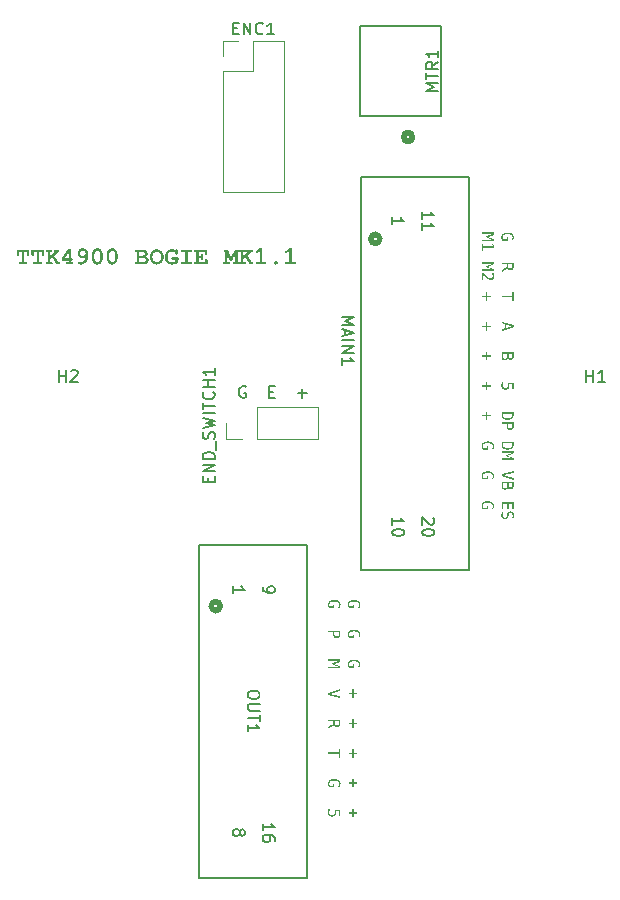
<source format=gto>
G04 #@! TF.GenerationSoftware,KiCad,Pcbnew,7.0.8-7.0.8~ubuntu22.04.1*
G04 #@! TF.CreationDate,2024-01-26T15:23:50+01:00*
G04 #@! TF.ProjectId,bogie,626f6769-652e-46b6-9963-61645f706362,rev?*
G04 #@! TF.SameCoordinates,Original*
G04 #@! TF.FileFunction,Legend,Top*
G04 #@! TF.FilePolarity,Positive*
%FSLAX46Y46*%
G04 Gerber Fmt 4.6, Leading zero omitted, Abs format (unit mm)*
G04 Created by KiCad (PCBNEW 7.0.8-7.0.8~ubuntu22.04.1) date 2024-01-26 15:23:50*
%MOMM*%
%LPD*%
G01*
G04 APERTURE LIST*
%ADD10C,0.187500*%
%ADD11C,0.300000*%
%ADD12C,0.150000*%
%ADD13C,0.152400*%
%ADD14C,0.508000*%
%ADD15C,0.120000*%
%ADD16C,1.397000*%
%ADD17R,1.700000X1.700000*%
%ADD18O,1.700000X1.700000*%
%ADD19C,3.500000*%
%ADD20C,1.600200*%
%ADD21C,1.524000*%
G04 APERTURE END LIST*
D10*
X94885259Y-55915488D02*
X94790021Y-55867869D01*
X94790021Y-55867869D02*
X94647164Y-55867869D01*
X94647164Y-55867869D02*
X94504307Y-55915488D01*
X94504307Y-55915488D02*
X94409069Y-56010726D01*
X94409069Y-56010726D02*
X94361450Y-56105964D01*
X94361450Y-56105964D02*
X94313831Y-56296440D01*
X94313831Y-56296440D02*
X94313831Y-56439297D01*
X94313831Y-56439297D02*
X94361450Y-56629773D01*
X94361450Y-56629773D02*
X94409069Y-56725011D01*
X94409069Y-56725011D02*
X94504307Y-56820250D01*
X94504307Y-56820250D02*
X94647164Y-56867869D01*
X94647164Y-56867869D02*
X94742402Y-56867869D01*
X94742402Y-56867869D02*
X94885259Y-56820250D01*
X94885259Y-56820250D02*
X94932878Y-56772630D01*
X94932878Y-56772630D02*
X94932878Y-56439297D01*
X94932878Y-56439297D02*
X94742402Y-56439297D01*
X96885260Y-56344059D02*
X97218593Y-56344059D01*
X97361450Y-56867869D02*
X96885260Y-56867869D01*
X96885260Y-56867869D02*
X96885260Y-55867869D01*
X96885260Y-55867869D02*
X97361450Y-55867869D01*
X99313832Y-56486916D02*
X100075737Y-56486916D01*
X99694784Y-56867869D02*
X99694784Y-56105964D01*
D11*
G36*
X76275610Y-45333974D02*
G01*
X76292513Y-45334386D01*
X76308325Y-45335622D01*
X76323047Y-45337683D01*
X76343085Y-45342320D01*
X76360670Y-45348811D01*
X76375800Y-45357158D01*
X76388477Y-45367359D01*
X76398701Y-45379414D01*
X76406471Y-45393325D01*
X76411787Y-45409090D01*
X76414650Y-45426710D01*
X76415195Y-45439487D01*
X76413968Y-45458343D01*
X76410288Y-45475344D01*
X76404154Y-45490491D01*
X76395566Y-45503784D01*
X76384524Y-45515221D01*
X76371029Y-45524804D01*
X76355081Y-45532532D01*
X76336678Y-45538405D01*
X76315823Y-45542424D01*
X76300555Y-45544072D01*
X76284198Y-45544896D01*
X76275610Y-45545000D01*
X75788346Y-45545000D01*
X75771487Y-45544587D01*
X75755716Y-45543351D01*
X75741033Y-45541290D01*
X75721048Y-45536653D01*
X75703509Y-45530162D01*
X75688418Y-45521816D01*
X75675774Y-45511615D01*
X75665578Y-45499559D01*
X75657828Y-45485648D01*
X75652526Y-45469883D01*
X75649671Y-45452264D01*
X75649127Y-45439487D01*
X75649688Y-45424803D01*
X75651967Y-45408172D01*
X75655999Y-45393455D01*
X75663152Y-45378321D01*
X75672829Y-45365943D01*
X75685031Y-45356322D01*
X75699602Y-45348727D01*
X75713438Y-45343598D01*
X75728811Y-45339561D01*
X75745724Y-45336614D01*
X75760361Y-45335043D01*
X75775983Y-45334170D01*
X75788346Y-45333974D01*
X75925366Y-45333974D01*
X75925366Y-44525774D01*
X75699685Y-44525774D01*
X75699685Y-44722145D01*
X75699273Y-44739004D01*
X75698037Y-44754775D01*
X75695976Y-44769458D01*
X75691339Y-44789443D01*
X75684848Y-44806982D01*
X75676501Y-44822073D01*
X75666301Y-44834716D01*
X75654245Y-44844913D01*
X75640334Y-44852663D01*
X75624569Y-44857965D01*
X75606950Y-44860820D01*
X75594173Y-44861364D01*
X75575316Y-44860140D01*
X75558315Y-44856469D01*
X75543168Y-44850351D01*
X75529876Y-44841786D01*
X75518438Y-44830774D01*
X75508855Y-44817314D01*
X75501127Y-44801407D01*
X75495254Y-44783053D01*
X75491236Y-44762252D01*
X75489587Y-44747025D01*
X75488763Y-44730711D01*
X75488660Y-44722145D01*
X75488660Y-44314748D01*
X76577494Y-44314748D01*
X76577494Y-44722145D01*
X76577145Y-44738506D01*
X76576098Y-44753882D01*
X76573806Y-44771717D01*
X76570423Y-44788014D01*
X76565949Y-44802772D01*
X76559140Y-44818451D01*
X76555146Y-44825460D01*
X76545525Y-44837662D01*
X76533147Y-44847339D01*
X76518013Y-44854492D01*
X76503296Y-44858524D01*
X76486665Y-44860803D01*
X76471981Y-44861364D01*
X76453125Y-44860140D01*
X76436123Y-44856469D01*
X76420977Y-44850351D01*
X76407684Y-44841786D01*
X76396247Y-44830774D01*
X76386664Y-44817314D01*
X76378936Y-44801407D01*
X76373063Y-44783053D01*
X76369044Y-44762252D01*
X76367396Y-44747025D01*
X76366571Y-44730711D01*
X76366468Y-44722145D01*
X76366468Y-44525774D01*
X76136392Y-44525774D01*
X76136392Y-45333974D01*
X76275610Y-45333974D01*
G37*
G36*
X77534438Y-45333974D02*
G01*
X77551341Y-45334386D01*
X77567153Y-45335622D01*
X77581875Y-45337683D01*
X77601913Y-45342320D01*
X77619497Y-45348811D01*
X77634628Y-45357158D01*
X77647305Y-45367359D01*
X77657529Y-45379414D01*
X77665298Y-45393325D01*
X77670615Y-45409090D01*
X77673477Y-45426710D01*
X77674023Y-45439487D01*
X77672796Y-45458343D01*
X77669115Y-45475344D01*
X77662981Y-45490491D01*
X77654393Y-45503784D01*
X77643352Y-45515221D01*
X77629857Y-45524804D01*
X77613908Y-45532532D01*
X77595506Y-45538405D01*
X77574650Y-45542424D01*
X77559383Y-45544072D01*
X77543025Y-45544896D01*
X77534438Y-45545000D01*
X77047173Y-45545000D01*
X77030315Y-45544587D01*
X77014544Y-45543351D01*
X76999861Y-45541290D01*
X76979875Y-45536653D01*
X76962337Y-45530162D01*
X76947246Y-45521816D01*
X76934602Y-45511615D01*
X76924405Y-45499559D01*
X76916656Y-45485648D01*
X76911354Y-45469883D01*
X76908499Y-45452264D01*
X76907955Y-45439487D01*
X76908516Y-45424803D01*
X76910795Y-45408172D01*
X76914827Y-45393455D01*
X76921980Y-45378321D01*
X76931657Y-45365943D01*
X76943859Y-45356322D01*
X76958430Y-45348727D01*
X76972265Y-45343598D01*
X76987639Y-45339561D01*
X77004551Y-45336614D01*
X77019189Y-45335043D01*
X77034811Y-45334170D01*
X77047173Y-45333974D01*
X77184193Y-45333974D01*
X77184193Y-44525774D01*
X76958513Y-44525774D01*
X76958513Y-44722145D01*
X76958101Y-44739004D01*
X76956864Y-44754775D01*
X76954804Y-44769458D01*
X76950167Y-44789443D01*
X76943675Y-44806982D01*
X76935329Y-44822073D01*
X76925128Y-44834716D01*
X76913072Y-44844913D01*
X76899162Y-44852663D01*
X76883397Y-44857965D01*
X76865777Y-44860820D01*
X76853000Y-44861364D01*
X76834144Y-44860140D01*
X76817142Y-44856469D01*
X76801995Y-44850351D01*
X76788703Y-44841786D01*
X76777266Y-44830774D01*
X76767683Y-44817314D01*
X76759955Y-44801407D01*
X76754082Y-44783053D01*
X76750063Y-44762252D01*
X76748415Y-44747025D01*
X76747590Y-44730711D01*
X76747487Y-44722145D01*
X76747487Y-44314748D01*
X77836322Y-44314748D01*
X77836322Y-44722145D01*
X77835973Y-44738506D01*
X77834925Y-44753882D01*
X77832634Y-44771717D01*
X77829251Y-44788014D01*
X77824777Y-44802772D01*
X77817968Y-44818451D01*
X77813974Y-44825460D01*
X77804352Y-44837662D01*
X77791975Y-44847339D01*
X77776841Y-44854492D01*
X77762123Y-44858524D01*
X77745492Y-44860803D01*
X77730809Y-44861364D01*
X77711953Y-44860140D01*
X77694951Y-44856469D01*
X77679804Y-44850351D01*
X77666512Y-44841786D01*
X77655075Y-44830774D01*
X77645492Y-44817314D01*
X77637764Y-44801407D01*
X77631891Y-44783053D01*
X77627872Y-44762252D01*
X77626223Y-44747025D01*
X77625399Y-44730711D01*
X77625296Y-44722145D01*
X77625296Y-44525774D01*
X77395219Y-44525774D01*
X77395219Y-45333974D01*
X77534438Y-45333974D01*
G37*
G36*
X78400889Y-44314748D02*
G01*
X78417748Y-44315160D01*
X78433519Y-44316397D01*
X78448202Y-44318458D01*
X78468187Y-44323095D01*
X78485725Y-44329586D01*
X78500817Y-44337932D01*
X78513460Y-44348133D01*
X78523657Y-44360189D01*
X78531407Y-44374099D01*
X78536709Y-44389864D01*
X78539564Y-44407484D01*
X78540108Y-44420261D01*
X78538884Y-44439117D01*
X78535213Y-44456119D01*
X78529095Y-44471266D01*
X78520530Y-44484558D01*
X78509518Y-44495996D01*
X78496058Y-44505578D01*
X78480151Y-44513306D01*
X78461797Y-44519180D01*
X78440996Y-44523198D01*
X78425769Y-44524847D01*
X78409454Y-44525671D01*
X78400889Y-44525774D01*
X78326884Y-44525774D01*
X78326884Y-44840115D01*
X78702773Y-44517348D01*
X78687403Y-44510335D01*
X78674082Y-44501938D01*
X78662811Y-44492154D01*
X78651604Y-44477978D01*
X78643598Y-44461636D01*
X78639500Y-44447004D01*
X78637450Y-44430987D01*
X78637194Y-44422459D01*
X78638418Y-44403210D01*
X78642089Y-44385854D01*
X78648207Y-44370392D01*
X78656772Y-44356823D01*
X78667784Y-44345147D01*
X78681244Y-44335365D01*
X78697151Y-44327476D01*
X78715505Y-44321480D01*
X78736306Y-44317378D01*
X78751533Y-44315695D01*
X78767847Y-44314853D01*
X78776413Y-44314748D01*
X78987438Y-44314748D01*
X79004297Y-44315160D01*
X79020068Y-44316397D01*
X79034751Y-44318458D01*
X79054736Y-44323095D01*
X79072275Y-44329586D01*
X79087366Y-44337932D01*
X79100010Y-44348133D01*
X79110206Y-44360189D01*
X79117956Y-44374099D01*
X79123258Y-44389864D01*
X79126113Y-44407484D01*
X79126657Y-44420261D01*
X79125507Y-44439117D01*
X79122059Y-44456119D01*
X79116311Y-44471266D01*
X79108264Y-44484558D01*
X79097918Y-44495996D01*
X79085273Y-44505578D01*
X79070329Y-44513306D01*
X79053086Y-44519180D01*
X79033544Y-44523198D01*
X79011703Y-44525362D01*
X78995865Y-44525774D01*
X78624738Y-44848541D01*
X78650087Y-44863060D01*
X78662608Y-44871110D01*
X78675027Y-44879688D01*
X78687344Y-44888793D01*
X78699558Y-44898425D01*
X78711670Y-44908585D01*
X78723679Y-44919272D01*
X78735586Y-44930487D01*
X78747391Y-44942229D01*
X78759094Y-44954498D01*
X78770694Y-44967295D01*
X78782192Y-44980619D01*
X78793587Y-44994470D01*
X78804881Y-45008849D01*
X78816072Y-45023755D01*
X78827160Y-45039188D01*
X78838146Y-45055149D01*
X78849030Y-45071637D01*
X78859812Y-45088653D01*
X78870491Y-45106196D01*
X78881068Y-45124266D01*
X78891543Y-45142864D01*
X78901915Y-45161989D01*
X78912185Y-45181641D01*
X78922353Y-45201821D01*
X78932418Y-45222528D01*
X78942381Y-45243762D01*
X78952242Y-45265524D01*
X78962000Y-45287813D01*
X78971657Y-45310630D01*
X78981210Y-45333974D01*
X79048621Y-45333974D01*
X79065524Y-45334386D01*
X79081336Y-45335622D01*
X79096058Y-45337683D01*
X79116096Y-45342320D01*
X79133681Y-45348811D01*
X79148812Y-45357158D01*
X79161489Y-45367359D01*
X79171712Y-45379414D01*
X79179482Y-45393325D01*
X79184798Y-45409090D01*
X79187661Y-45426710D01*
X79188206Y-45439487D01*
X79186979Y-45458343D01*
X79183299Y-45475344D01*
X79177165Y-45490491D01*
X79168577Y-45503784D01*
X79157536Y-45515221D01*
X79144041Y-45524804D01*
X79128092Y-45532532D01*
X79109690Y-45538405D01*
X79088834Y-45542424D01*
X79073567Y-45544072D01*
X79057209Y-45544896D01*
X79048621Y-45545000D01*
X78816713Y-45545000D01*
X78812066Y-45530973D01*
X78802643Y-45503390D01*
X78793049Y-45476433D01*
X78783283Y-45450104D01*
X78773346Y-45424401D01*
X78763236Y-45399325D01*
X78752955Y-45374876D01*
X78742502Y-45351054D01*
X78731878Y-45327858D01*
X78721082Y-45305290D01*
X78710114Y-45283348D01*
X78698974Y-45262033D01*
X78687662Y-45241345D01*
X78676179Y-45221283D01*
X78664524Y-45201849D01*
X78652697Y-45183041D01*
X78646720Y-45173872D01*
X78634717Y-45156100D01*
X78622706Y-45139234D01*
X78610686Y-45123276D01*
X78598657Y-45108225D01*
X78586620Y-45094081D01*
X78574575Y-45080845D01*
X78562520Y-45068516D01*
X78550457Y-45057094D01*
X78538386Y-45046580D01*
X78526306Y-45036972D01*
X78514217Y-45028273D01*
X78496068Y-45016924D01*
X78477900Y-45007618D01*
X78459713Y-45000352D01*
X78453646Y-44998384D01*
X78326884Y-45106095D01*
X78326884Y-45333974D01*
X78400889Y-45333974D01*
X78417748Y-45334386D01*
X78433519Y-45335622D01*
X78448202Y-45337683D01*
X78468187Y-45342320D01*
X78485725Y-45348811D01*
X78500817Y-45357158D01*
X78513460Y-45367359D01*
X78523657Y-45379414D01*
X78531407Y-45393325D01*
X78536709Y-45409090D01*
X78539564Y-45426710D01*
X78540108Y-45439487D01*
X78538884Y-45458343D01*
X78535213Y-45475344D01*
X78529095Y-45490491D01*
X78520530Y-45503784D01*
X78509518Y-45515221D01*
X78496058Y-45524804D01*
X78480151Y-45532532D01*
X78461797Y-45538405D01*
X78440996Y-45542424D01*
X78425769Y-45544072D01*
X78409454Y-45544896D01*
X78400889Y-45545000D01*
X78084351Y-45545000D01*
X78067492Y-45544587D01*
X78051721Y-45543351D01*
X78037038Y-45541290D01*
X78017053Y-45536653D01*
X77999514Y-45530162D01*
X77984423Y-45521816D01*
X77971779Y-45511615D01*
X77961583Y-45499559D01*
X77953833Y-45485648D01*
X77948531Y-45469883D01*
X77945676Y-45452264D01*
X77945132Y-45439487D01*
X77946356Y-45420630D01*
X77950026Y-45403629D01*
X77956144Y-45388482D01*
X77964710Y-45375190D01*
X77975722Y-45363752D01*
X77989182Y-45354170D01*
X78005088Y-45346442D01*
X78023442Y-45340568D01*
X78044244Y-45336550D01*
X78059471Y-45334901D01*
X78075785Y-45334077D01*
X78084351Y-45333974D01*
X78115858Y-45333974D01*
X78115858Y-44525774D01*
X78084351Y-44525774D01*
X78067492Y-44525362D01*
X78051721Y-44524125D01*
X78037038Y-44522065D01*
X78017053Y-44517428D01*
X77999514Y-44510936D01*
X77984423Y-44502590D01*
X77971779Y-44492389D01*
X77961583Y-44480333D01*
X77953833Y-44466423D01*
X77948531Y-44450658D01*
X77945676Y-44433038D01*
X77945132Y-44420261D01*
X77945693Y-44405578D01*
X77947972Y-44388947D01*
X77952004Y-44374230D01*
X77959157Y-44359096D01*
X77968834Y-44346718D01*
X77981036Y-44337096D01*
X77995607Y-44329502D01*
X78009443Y-44324373D01*
X78024816Y-44320335D01*
X78041728Y-44317389D01*
X78056366Y-44315818D01*
X78071988Y-44314945D01*
X78084351Y-44314748D01*
X78400889Y-44314748D01*
G37*
G36*
X80119870Y-45042714D02*
G01*
X80135442Y-45043126D01*
X80156916Y-45045290D01*
X80176130Y-45049309D01*
X80193084Y-45055182D01*
X80207776Y-45062910D01*
X80220209Y-45072493D01*
X80230381Y-45083930D01*
X80238292Y-45097222D01*
X80243943Y-45112369D01*
X80247334Y-45129371D01*
X80248464Y-45148227D01*
X80247334Y-45166399D01*
X80243943Y-45182857D01*
X80238292Y-45197602D01*
X80230381Y-45210635D01*
X80220209Y-45221954D01*
X80207776Y-45231561D01*
X80193084Y-45239454D01*
X80176130Y-45245634D01*
X80156916Y-45250101D01*
X80135442Y-45252855D01*
X80119870Y-45253740D01*
X80119870Y-45333974D01*
X80135442Y-45334386D01*
X80156916Y-45336550D01*
X80176130Y-45340568D01*
X80193084Y-45346442D01*
X80207776Y-45354170D01*
X80220209Y-45363752D01*
X80230381Y-45375190D01*
X80238292Y-45388482D01*
X80243943Y-45403629D01*
X80247334Y-45420630D01*
X80248464Y-45439487D01*
X80247221Y-45458343D01*
X80243493Y-45475344D01*
X80237278Y-45490491D01*
X80228578Y-45503784D01*
X80217391Y-45515221D01*
X80203719Y-45524804D01*
X80187561Y-45532532D01*
X80168917Y-45538405D01*
X80147788Y-45542424D01*
X80132320Y-45544072D01*
X80115748Y-45544896D01*
X80107048Y-45545000D01*
X79828611Y-45545000D01*
X79811752Y-45544587D01*
X79795981Y-45543351D01*
X79781298Y-45541290D01*
X79761313Y-45536653D01*
X79743775Y-45530162D01*
X79728684Y-45521816D01*
X79716040Y-45511615D01*
X79705843Y-45499559D01*
X79698094Y-45485648D01*
X79692791Y-45469883D01*
X79689936Y-45452264D01*
X79689392Y-45439487D01*
X79690616Y-45420630D01*
X79694287Y-45403629D01*
X79700405Y-45388482D01*
X79708970Y-45375190D01*
X79719982Y-45363752D01*
X79733442Y-45354170D01*
X79749349Y-45346442D01*
X79767703Y-45340568D01*
X79788504Y-45336550D01*
X79803731Y-45334901D01*
X79820046Y-45334077D01*
X79828611Y-45333974D01*
X79908845Y-45333974D01*
X79908845Y-45253740D01*
X79334752Y-45253740D01*
X79334752Y-45078618D01*
X79356325Y-45042714D01*
X79592306Y-45042714D01*
X79908845Y-45042714D01*
X79908845Y-44532002D01*
X79592306Y-45042714D01*
X79356325Y-45042714D01*
X79843265Y-44232316D01*
X80119870Y-44232316D01*
X80119870Y-45042714D01*
G37*
G36*
X81116652Y-44198843D02*
G01*
X81133125Y-44199538D01*
X81149315Y-44200697D01*
X81165222Y-44202320D01*
X81180846Y-44204407D01*
X81196186Y-44206957D01*
X81211242Y-44209971D01*
X81226016Y-44213449D01*
X81240506Y-44217390D01*
X81254712Y-44221795D01*
X81268636Y-44226663D01*
X81288989Y-44234836D01*
X81308705Y-44244051D01*
X81327784Y-44254310D01*
X81334002Y-44257962D01*
X81352180Y-44269376D01*
X81369482Y-44281498D01*
X81385908Y-44294328D01*
X81401458Y-44307867D01*
X81416133Y-44322115D01*
X81429932Y-44337071D01*
X81442855Y-44352735D01*
X81454902Y-44369108D01*
X81466073Y-44386189D01*
X81476368Y-44403978D01*
X81482745Y-44416231D01*
X81491843Y-44434811D01*
X81500451Y-44453454D01*
X81508570Y-44472163D01*
X81516199Y-44490935D01*
X81523339Y-44509772D01*
X81529989Y-44528674D01*
X81536150Y-44547639D01*
X81541822Y-44566670D01*
X81547004Y-44585764D01*
X81551696Y-44604923D01*
X81554553Y-44617732D01*
X81558547Y-44636981D01*
X81562148Y-44656397D01*
X81565356Y-44675981D01*
X81568171Y-44695733D01*
X81570594Y-44715652D01*
X81572624Y-44735738D01*
X81574260Y-44755992D01*
X81575504Y-44776413D01*
X81576355Y-44797002D01*
X81576814Y-44817758D01*
X81576901Y-44831688D01*
X81576743Y-44849019D01*
X81576267Y-44866205D01*
X81575475Y-44883248D01*
X81574365Y-44900147D01*
X81572939Y-44916902D01*
X81571195Y-44933513D01*
X81569135Y-44949981D01*
X81566757Y-44966304D01*
X81564063Y-44982484D01*
X81561052Y-44998520D01*
X81557723Y-45014412D01*
X81554078Y-45030160D01*
X81550115Y-45045765D01*
X81545836Y-45061225D01*
X81541240Y-45076542D01*
X81536326Y-45091715D01*
X81531096Y-45106744D01*
X81525549Y-45121630D01*
X81519684Y-45136371D01*
X81513503Y-45150969D01*
X81507005Y-45165423D01*
X81500189Y-45179733D01*
X81493057Y-45193899D01*
X81485608Y-45207921D01*
X81477841Y-45221800D01*
X81469758Y-45235535D01*
X81461358Y-45249126D01*
X81452641Y-45262573D01*
X81443606Y-45275876D01*
X81434255Y-45289035D01*
X81424587Y-45302051D01*
X81414602Y-45314923D01*
X81401195Y-45331016D01*
X81387627Y-45346599D01*
X81373898Y-45361671D01*
X81360008Y-45376232D01*
X81345957Y-45390281D01*
X81331745Y-45403820D01*
X81317372Y-45416849D01*
X81302838Y-45429366D01*
X81288143Y-45441372D01*
X81273287Y-45452867D01*
X81258270Y-45463852D01*
X81243092Y-45474326D01*
X81227753Y-45484288D01*
X81212253Y-45493740D01*
X81196592Y-45502681D01*
X81180770Y-45511111D01*
X81164787Y-45519030D01*
X81148643Y-45526438D01*
X81132338Y-45533335D01*
X81115872Y-45539722D01*
X81099245Y-45545597D01*
X81082457Y-45550962D01*
X81065508Y-45555815D01*
X81048398Y-45560158D01*
X81031127Y-45563990D01*
X81013695Y-45567311D01*
X80996102Y-45570120D01*
X80978348Y-45572420D01*
X80960433Y-45574208D01*
X80942357Y-45575485D01*
X80924120Y-45576251D01*
X80905722Y-45576507D01*
X80885160Y-45576175D01*
X80865377Y-45575180D01*
X80846374Y-45573522D01*
X80828150Y-45571200D01*
X80810705Y-45568215D01*
X80794039Y-45564567D01*
X80778153Y-45560255D01*
X80763046Y-45555281D01*
X80748718Y-45549642D01*
X80735169Y-45543341D01*
X80726570Y-45538771D01*
X80710770Y-45528885D01*
X80697077Y-45518278D01*
X80685491Y-45506949D01*
X80676011Y-45494899D01*
X80668638Y-45482128D01*
X80662384Y-45465150D01*
X80659422Y-45447044D01*
X80659159Y-45439487D01*
X80660266Y-45423314D01*
X80663589Y-45408042D01*
X80669128Y-45393672D01*
X80676881Y-45380204D01*
X80686851Y-45367638D01*
X80690666Y-45363649D01*
X80702932Y-45352817D01*
X80716100Y-45344226D01*
X80730169Y-45337876D01*
X80745140Y-45333768D01*
X80761012Y-45331900D01*
X80766503Y-45331775D01*
X80782605Y-45334073D01*
X80798165Y-45337771D01*
X80812659Y-45341687D01*
X80826587Y-45345697D01*
X80840773Y-45349602D01*
X80855954Y-45353415D01*
X80871126Y-45356658D01*
X80886614Y-45358922D01*
X80893265Y-45359253D01*
X80913966Y-45358763D01*
X80934395Y-45357295D01*
X80954553Y-45354848D01*
X80974438Y-45351422D01*
X80994051Y-45347017D01*
X81013393Y-45341633D01*
X81032462Y-45335270D01*
X81051260Y-45327929D01*
X81069786Y-45319608D01*
X81088040Y-45310309D01*
X81106021Y-45300031D01*
X81123731Y-45288773D01*
X81141169Y-45276537D01*
X81158336Y-45263323D01*
X81175230Y-45249129D01*
X81191852Y-45233956D01*
X81207964Y-45217981D01*
X81223325Y-45201470D01*
X81237937Y-45184424D01*
X81251799Y-45166843D01*
X81264910Y-45148726D01*
X81277272Y-45130075D01*
X81288884Y-45110888D01*
X81299747Y-45091166D01*
X81309859Y-45070908D01*
X81319221Y-45050116D01*
X81327834Y-45028788D01*
X81335696Y-45006925D01*
X81342809Y-44984527D01*
X81349171Y-44961593D01*
X81354784Y-44938124D01*
X81359647Y-44914120D01*
X81342212Y-44931999D01*
X81324711Y-44948724D01*
X81307144Y-44964296D01*
X81289511Y-44978715D01*
X81271813Y-44991980D01*
X81254048Y-45004091D01*
X81236218Y-45015049D01*
X81218322Y-45024854D01*
X81200360Y-45033505D01*
X81182333Y-45041002D01*
X81164239Y-45047347D01*
X81146080Y-45052537D01*
X81127854Y-45056574D01*
X81109563Y-45059458D01*
X81091207Y-45061188D01*
X81072784Y-45061765D01*
X81052091Y-45061271D01*
X81031780Y-45059790D01*
X81011849Y-45057321D01*
X80992298Y-45053865D01*
X80973128Y-45049422D01*
X80954339Y-45043991D01*
X80935931Y-45037572D01*
X80917903Y-45030166D01*
X80900256Y-45021773D01*
X80882990Y-45012392D01*
X80866104Y-45002023D01*
X80849599Y-44990667D01*
X80833475Y-44978324D01*
X80817731Y-44964993D01*
X80802368Y-44950675D01*
X80787386Y-44935369D01*
X80773101Y-44919318D01*
X80759737Y-44902855D01*
X80747295Y-44885979D01*
X80735775Y-44868691D01*
X80725176Y-44850991D01*
X80715499Y-44832879D01*
X80706743Y-44814355D01*
X80698909Y-44795418D01*
X80691997Y-44776070D01*
X80686006Y-44756309D01*
X80680937Y-44736136D01*
X80676790Y-44715551D01*
X80673564Y-44694554D01*
X80671260Y-44673144D01*
X80669878Y-44651323D01*
X80669463Y-44631287D01*
X80880443Y-44631287D01*
X80880961Y-44648091D01*
X80882516Y-44664432D01*
X80885108Y-44680308D01*
X80888737Y-44695721D01*
X80893403Y-44710671D01*
X80899106Y-44725156D01*
X80905845Y-44739178D01*
X80913621Y-44752737D01*
X80922435Y-44765831D01*
X80932285Y-44778462D01*
X80939427Y-44786625D01*
X80950794Y-44798083D01*
X80962637Y-44808414D01*
X80974957Y-44817618D01*
X80987753Y-44825695D01*
X81001026Y-44832645D01*
X81014775Y-44838467D01*
X81029001Y-44843163D01*
X81043704Y-44846732D01*
X81058883Y-44849174D01*
X81074538Y-44850489D01*
X81085240Y-44850739D01*
X81102162Y-44849949D01*
X81119221Y-44847579D01*
X81136417Y-44843629D01*
X81153750Y-44838100D01*
X81171221Y-44830990D01*
X81188830Y-44822300D01*
X81202126Y-44814746D01*
X81215500Y-44806303D01*
X81224459Y-44800181D01*
X81237662Y-44790394D01*
X81250343Y-44780131D01*
X81262503Y-44769391D01*
X81274141Y-44758175D01*
X81285258Y-44746482D01*
X81295852Y-44734313D01*
X81305926Y-44721667D01*
X81315477Y-44708544D01*
X81324507Y-44694945D01*
X81333016Y-44680869D01*
X81338398Y-44671221D01*
X81335371Y-44654385D01*
X81332061Y-44638133D01*
X81328467Y-44622466D01*
X81324591Y-44607382D01*
X81320430Y-44592882D01*
X81313659Y-44572227D01*
X81306250Y-44552885D01*
X81298203Y-44534857D01*
X81289518Y-44518143D01*
X81280196Y-44502743D01*
X81270237Y-44488657D01*
X81259640Y-44475884D01*
X81255966Y-44471919D01*
X81244517Y-44460788D01*
X81232288Y-44450752D01*
X81219281Y-44441812D01*
X81205494Y-44433966D01*
X81190927Y-44427214D01*
X81175582Y-44421558D01*
X81159457Y-44416996D01*
X81142553Y-44413529D01*
X81124870Y-44411157D01*
X81106408Y-44409880D01*
X81093667Y-44409637D01*
X81075421Y-44410158D01*
X81057916Y-44411723D01*
X81041152Y-44414331D01*
X81025128Y-44417983D01*
X81009845Y-44422678D01*
X80995302Y-44428416D01*
X80981500Y-44435197D01*
X80968439Y-44443022D01*
X80956118Y-44451889D01*
X80944538Y-44461801D01*
X80937229Y-44468988D01*
X80927081Y-44480437D01*
X80917931Y-44492665D01*
X80909779Y-44505673D01*
X80902625Y-44519460D01*
X80896469Y-44534026D01*
X80891312Y-44549372D01*
X80887153Y-44565496D01*
X80883992Y-44582400D01*
X80881829Y-44600083D01*
X80880664Y-44618546D01*
X80880443Y-44631287D01*
X80669463Y-44631287D01*
X80669417Y-44629089D01*
X80669862Y-44605377D01*
X80671197Y-44582234D01*
X80673422Y-44559661D01*
X80676538Y-44537658D01*
X80680544Y-44516224D01*
X80685440Y-44495360D01*
X80691225Y-44475066D01*
X80697902Y-44455341D01*
X80705468Y-44436185D01*
X80713924Y-44417599D01*
X80723271Y-44399583D01*
X80733508Y-44382136D01*
X80744635Y-44365259D01*
X80756652Y-44348952D01*
X80769559Y-44333214D01*
X80783356Y-44318046D01*
X80797945Y-44303583D01*
X80813226Y-44290053D01*
X80829200Y-44277456D01*
X80845867Y-44265793D01*
X80863226Y-44255062D01*
X80881278Y-44245265D01*
X80900023Y-44236401D01*
X80919460Y-44228469D01*
X80939590Y-44221471D01*
X80960413Y-44215406D01*
X80981928Y-44210274D01*
X81004136Y-44206075D01*
X81027037Y-44202810D01*
X81050630Y-44200477D01*
X81074916Y-44199077D01*
X81099895Y-44198611D01*
X81116652Y-44198843D01*
G37*
G36*
X82354778Y-44199279D02*
G01*
X82381506Y-44201284D01*
X82407397Y-44204626D01*
X82432453Y-44209304D01*
X82456673Y-44215319D01*
X82480058Y-44222671D01*
X82502606Y-44231359D01*
X82524319Y-44241384D01*
X82545196Y-44252745D01*
X82565237Y-44265444D01*
X82584443Y-44279479D01*
X82602813Y-44294850D01*
X82620347Y-44311558D01*
X82637045Y-44329603D01*
X82652907Y-44348985D01*
X82667934Y-44369703D01*
X82682131Y-44391341D01*
X82695411Y-44413575D01*
X82707776Y-44436404D01*
X82719225Y-44459829D01*
X82729758Y-44483848D01*
X82739375Y-44508463D01*
X82748076Y-44533674D01*
X82755861Y-44559480D01*
X82762731Y-44585881D01*
X82768684Y-44612877D01*
X82773722Y-44640469D01*
X82777843Y-44668656D01*
X82781049Y-44697439D01*
X82782308Y-44712053D01*
X82783339Y-44726816D01*
X82784140Y-44741729D01*
X82784713Y-44756790D01*
X82785056Y-44772000D01*
X82785170Y-44787358D01*
X82785170Y-44987759D01*
X82784984Y-45007433D01*
X82784426Y-45026886D01*
X82783496Y-45046119D01*
X82782194Y-45065131D01*
X82780519Y-45083923D01*
X82778473Y-45102494D01*
X82776054Y-45120846D01*
X82773264Y-45138976D01*
X82770101Y-45156887D01*
X82766566Y-45174577D01*
X82762659Y-45192046D01*
X82758380Y-45209295D01*
X82753729Y-45226324D01*
X82748706Y-45243133D01*
X82743310Y-45259721D01*
X82737543Y-45276088D01*
X82731404Y-45292127D01*
X82724801Y-45307819D01*
X82717734Y-45323165D01*
X82710203Y-45338164D01*
X82702209Y-45352817D01*
X82693751Y-45367124D01*
X82684830Y-45381084D01*
X82675444Y-45394699D01*
X82665595Y-45407966D01*
X82655283Y-45420888D01*
X82644507Y-45433463D01*
X82633267Y-45445692D01*
X82621563Y-45457574D01*
X82609396Y-45469111D01*
X82596765Y-45480300D01*
X82583670Y-45491144D01*
X82570175Y-45501481D01*
X82556342Y-45511151D01*
X82542171Y-45520154D01*
X82527662Y-45528490D01*
X82512816Y-45536160D01*
X82497632Y-45543162D01*
X82482110Y-45549497D01*
X82466250Y-45555166D01*
X82450053Y-45560168D01*
X82433518Y-45564503D01*
X82416645Y-45568171D01*
X82399435Y-45571172D01*
X82381886Y-45573506D01*
X82364000Y-45575173D01*
X82345777Y-45576173D01*
X82327215Y-45576507D01*
X82299651Y-45575840D01*
X82272919Y-45573839D01*
X82247020Y-45570505D01*
X82221954Y-45565836D01*
X82197721Y-45559834D01*
X82174321Y-45552499D01*
X82151754Y-45543829D01*
X82130020Y-45533825D01*
X82109118Y-45522488D01*
X82089050Y-45509817D01*
X82069814Y-45495812D01*
X82051412Y-45480474D01*
X82033842Y-45463801D01*
X82017105Y-45445795D01*
X82001201Y-45426455D01*
X81986130Y-45405781D01*
X81971978Y-45384098D01*
X81958739Y-45361823D01*
X81946412Y-45338955D01*
X81934999Y-45315495D01*
X81924499Y-45291443D01*
X81914912Y-45266797D01*
X81906238Y-45241560D01*
X81898477Y-45215730D01*
X81891629Y-45189307D01*
X81885695Y-45162292D01*
X81880673Y-45134684D01*
X81876564Y-45106484D01*
X81873369Y-45077692D01*
X81872113Y-45063073D01*
X81871086Y-45048307D01*
X81870287Y-45033392D01*
X81869716Y-45018329D01*
X81869374Y-45003118D01*
X81869371Y-45002780D01*
X82080286Y-45002780D01*
X82080549Y-45023088D01*
X82081339Y-45042886D01*
X82082656Y-45062174D01*
X82084499Y-45080953D01*
X82086869Y-45099223D01*
X82089765Y-45116983D01*
X82093189Y-45134234D01*
X82097138Y-45150975D01*
X82101615Y-45167206D01*
X82106618Y-45182929D01*
X82112148Y-45198141D01*
X82118204Y-45212844D01*
X82124787Y-45227038D01*
X82131897Y-45240723D01*
X82139534Y-45253897D01*
X82147697Y-45266563D01*
X82156341Y-45278541D01*
X82169950Y-45295060D01*
X82184333Y-45309839D01*
X82199489Y-45322880D01*
X82215417Y-45334183D01*
X82232118Y-45343746D01*
X82249592Y-45351571D01*
X82267838Y-45357656D01*
X82286858Y-45362003D01*
X82306650Y-45364612D01*
X82327215Y-45365481D01*
X82347777Y-45364612D01*
X82367560Y-45362003D01*
X82386563Y-45357656D01*
X82404787Y-45351571D01*
X82422232Y-45343746D01*
X82438898Y-45334183D01*
X82454784Y-45322880D01*
X82469891Y-45309839D01*
X82484219Y-45295060D01*
X82497768Y-45278541D01*
X82506367Y-45266563D01*
X82514575Y-45253897D01*
X82522253Y-45240723D01*
X82529401Y-45227038D01*
X82536020Y-45212844D01*
X82542109Y-45198141D01*
X82547669Y-45182929D01*
X82552699Y-45167206D01*
X82557200Y-45150975D01*
X82561172Y-45134234D01*
X82564613Y-45116983D01*
X82567526Y-45099223D01*
X82569909Y-45080953D01*
X82571762Y-45062174D01*
X82573086Y-45042886D01*
X82573880Y-45023088D01*
X82574145Y-45002780D01*
X82574145Y-44772704D01*
X82573880Y-44752396D01*
X82573086Y-44732598D01*
X82571762Y-44713310D01*
X82569909Y-44694531D01*
X82567526Y-44676261D01*
X82564613Y-44658501D01*
X82561172Y-44641250D01*
X82557200Y-44624509D01*
X82552699Y-44608278D01*
X82547669Y-44592555D01*
X82542109Y-44577343D01*
X82536020Y-44562640D01*
X82529401Y-44548446D01*
X82522253Y-44534761D01*
X82514575Y-44521587D01*
X82506367Y-44508921D01*
X82497768Y-44496899D01*
X82484219Y-44480319D01*
X82469891Y-44465484D01*
X82454784Y-44452395D01*
X82438898Y-44441051D01*
X82422232Y-44431452D01*
X82404787Y-44423599D01*
X82386563Y-44417490D01*
X82367560Y-44413127D01*
X82347777Y-44410509D01*
X82327215Y-44409637D01*
X82306650Y-44410509D01*
X82286858Y-44413127D01*
X82267838Y-44417490D01*
X82249592Y-44423599D01*
X82232118Y-44431452D01*
X82215417Y-44441051D01*
X82199489Y-44452395D01*
X82184333Y-44465484D01*
X82169950Y-44480319D01*
X82156341Y-44496899D01*
X82147697Y-44508921D01*
X82139534Y-44521587D01*
X82131897Y-44534761D01*
X82124787Y-44548446D01*
X82118204Y-44562640D01*
X82112148Y-44577343D01*
X82106618Y-44592555D01*
X82101615Y-44608278D01*
X82097138Y-44624509D01*
X82093189Y-44641250D01*
X82089765Y-44658501D01*
X82086869Y-44676261D01*
X82084499Y-44694531D01*
X82082656Y-44713310D01*
X82081339Y-44732598D01*
X82080549Y-44752396D01*
X82080286Y-44772704D01*
X82080286Y-45002780D01*
X81869371Y-45002780D01*
X81869260Y-44987759D01*
X81869260Y-44787358D01*
X81869444Y-44767686D01*
X81869998Y-44748237D01*
X81870921Y-44729012D01*
X81872214Y-44710010D01*
X81873875Y-44691231D01*
X81875906Y-44672675D01*
X81878306Y-44654342D01*
X81881075Y-44636233D01*
X81884213Y-44618347D01*
X81887721Y-44600684D01*
X81891598Y-44583245D01*
X81895844Y-44566028D01*
X81900459Y-44549035D01*
X81905444Y-44532266D01*
X81910798Y-44515719D01*
X81916521Y-44499396D01*
X81922705Y-44483357D01*
X81929349Y-44467665D01*
X81936455Y-44452319D01*
X81944021Y-44437320D01*
X81952048Y-44422667D01*
X81960536Y-44408360D01*
X81969485Y-44394400D01*
X81978894Y-44380785D01*
X81988765Y-44367518D01*
X81999096Y-44354596D01*
X82009888Y-44342021D01*
X82021141Y-44329792D01*
X82032854Y-44317910D01*
X82045029Y-44306373D01*
X82057664Y-44295184D01*
X82070760Y-44284340D01*
X82084256Y-44273959D01*
X82098089Y-44264247D01*
X82112259Y-44255205D01*
X82126768Y-44246834D01*
X82141614Y-44239131D01*
X82156799Y-44232099D01*
X82172320Y-44225736D01*
X82188180Y-44220043D01*
X82204377Y-44215020D01*
X82220912Y-44210666D01*
X82237785Y-44206983D01*
X82254996Y-44203969D01*
X82272544Y-44201625D01*
X82290430Y-44199950D01*
X82308654Y-44198946D01*
X82327215Y-44198611D01*
X82354778Y-44199279D01*
G37*
G36*
X83613606Y-44199279D02*
G01*
X83640333Y-44201284D01*
X83666225Y-44204626D01*
X83691281Y-44209304D01*
X83715501Y-44215319D01*
X83738885Y-44222671D01*
X83761434Y-44231359D01*
X83783147Y-44241384D01*
X83804024Y-44252745D01*
X83824065Y-44265444D01*
X83843271Y-44279479D01*
X83861640Y-44294850D01*
X83879174Y-44311558D01*
X83895872Y-44329603D01*
X83911735Y-44348985D01*
X83926762Y-44369703D01*
X83940958Y-44391341D01*
X83954239Y-44413575D01*
X83966604Y-44436404D01*
X83978053Y-44459829D01*
X83988586Y-44483848D01*
X83998203Y-44508463D01*
X84006904Y-44533674D01*
X84014689Y-44559480D01*
X84021558Y-44585881D01*
X84027512Y-44612877D01*
X84032549Y-44640469D01*
X84036671Y-44668656D01*
X84039877Y-44697439D01*
X84041136Y-44712053D01*
X84042166Y-44726816D01*
X84042968Y-44741729D01*
X84043540Y-44756790D01*
X84043884Y-44772000D01*
X84043998Y-44787358D01*
X84043998Y-44987759D01*
X84043812Y-45007433D01*
X84043254Y-45026886D01*
X84042324Y-45046119D01*
X84041021Y-45065131D01*
X84039347Y-45083923D01*
X84037301Y-45102494D01*
X84034882Y-45120846D01*
X84032091Y-45138976D01*
X84028929Y-45156887D01*
X84025394Y-45174577D01*
X84021487Y-45192046D01*
X84017208Y-45209295D01*
X84012557Y-45226324D01*
X84007533Y-45243133D01*
X84002138Y-45259721D01*
X83996371Y-45276088D01*
X83990231Y-45292127D01*
X83983628Y-45307819D01*
X83976561Y-45323165D01*
X83969031Y-45338164D01*
X83961037Y-45352817D01*
X83952579Y-45367124D01*
X83943657Y-45381084D01*
X83934272Y-45394699D01*
X83924423Y-45407966D01*
X83914111Y-45420888D01*
X83903334Y-45433463D01*
X83892094Y-45445692D01*
X83880391Y-45457574D01*
X83868223Y-45469111D01*
X83855592Y-45480300D01*
X83842498Y-45491144D01*
X83829002Y-45501481D01*
X83815169Y-45511151D01*
X83800998Y-45520154D01*
X83786490Y-45528490D01*
X83771643Y-45536160D01*
X83756459Y-45543162D01*
X83740938Y-45549497D01*
X83725078Y-45555166D01*
X83708881Y-45560168D01*
X83692346Y-45564503D01*
X83675473Y-45568171D01*
X83658262Y-45571172D01*
X83640714Y-45573506D01*
X83622828Y-45575173D01*
X83604604Y-45576173D01*
X83586043Y-45576507D01*
X83558478Y-45575840D01*
X83531746Y-45573839D01*
X83505848Y-45570505D01*
X83480782Y-45565836D01*
X83456549Y-45559834D01*
X83433149Y-45552499D01*
X83410581Y-45543829D01*
X83388847Y-45533825D01*
X83367946Y-45522488D01*
X83347877Y-45509817D01*
X83328642Y-45495812D01*
X83310239Y-45480474D01*
X83292669Y-45463801D01*
X83275933Y-45445795D01*
X83260029Y-45426455D01*
X83244958Y-45405781D01*
X83230805Y-45384098D01*
X83217566Y-45361823D01*
X83205240Y-45338955D01*
X83193827Y-45315495D01*
X83183327Y-45291443D01*
X83173740Y-45266797D01*
X83165066Y-45241560D01*
X83157305Y-45215730D01*
X83150457Y-45189307D01*
X83144522Y-45162292D01*
X83139501Y-45134684D01*
X83135392Y-45106484D01*
X83132196Y-45077692D01*
X83130941Y-45063073D01*
X83129914Y-45048307D01*
X83129115Y-45033392D01*
X83128544Y-45018329D01*
X83128202Y-45003118D01*
X83128199Y-45002780D01*
X83339113Y-45002780D01*
X83339377Y-45023088D01*
X83340167Y-45042886D01*
X83341483Y-45062174D01*
X83343326Y-45080953D01*
X83345696Y-45099223D01*
X83348593Y-45116983D01*
X83352016Y-45134234D01*
X83355966Y-45150975D01*
X83360443Y-45167206D01*
X83365446Y-45182929D01*
X83370975Y-45198141D01*
X83377032Y-45212844D01*
X83383615Y-45227038D01*
X83390725Y-45240723D01*
X83398361Y-45253897D01*
X83406524Y-45266563D01*
X83415168Y-45278541D01*
X83428778Y-45295060D01*
X83443161Y-45309839D01*
X83458316Y-45322880D01*
X83474244Y-45334183D01*
X83490945Y-45343746D01*
X83508419Y-45351571D01*
X83526666Y-45357656D01*
X83545685Y-45362003D01*
X83565478Y-45364612D01*
X83586043Y-45365481D01*
X83606605Y-45364612D01*
X83626387Y-45362003D01*
X83645391Y-45357656D01*
X83663615Y-45351571D01*
X83681060Y-45343746D01*
X83697725Y-45334183D01*
X83713612Y-45322880D01*
X83728719Y-45309839D01*
X83743047Y-45295060D01*
X83756595Y-45278541D01*
X83765195Y-45266563D01*
X83773402Y-45253897D01*
X83781080Y-45240723D01*
X83788229Y-45227038D01*
X83794848Y-45212844D01*
X83800937Y-45198141D01*
X83806497Y-45182929D01*
X83811527Y-45167206D01*
X83816028Y-45150975D01*
X83819999Y-45134234D01*
X83823441Y-45116983D01*
X83826353Y-45099223D01*
X83828736Y-45080953D01*
X83830589Y-45062174D01*
X83831913Y-45042886D01*
X83832708Y-45023088D01*
X83832972Y-45002780D01*
X83832972Y-44772704D01*
X83832708Y-44752396D01*
X83831913Y-44732598D01*
X83830589Y-44713310D01*
X83828736Y-44694531D01*
X83826353Y-44676261D01*
X83823441Y-44658501D01*
X83819999Y-44641250D01*
X83816028Y-44624509D01*
X83811527Y-44608278D01*
X83806497Y-44592555D01*
X83800937Y-44577343D01*
X83794848Y-44562640D01*
X83788229Y-44548446D01*
X83781080Y-44534761D01*
X83773402Y-44521587D01*
X83765195Y-44508921D01*
X83756595Y-44496899D01*
X83743047Y-44480319D01*
X83728719Y-44465484D01*
X83713612Y-44452395D01*
X83697725Y-44441051D01*
X83681060Y-44431452D01*
X83663615Y-44423599D01*
X83645391Y-44417490D01*
X83626387Y-44413127D01*
X83606605Y-44410509D01*
X83586043Y-44409637D01*
X83565478Y-44410509D01*
X83545685Y-44413127D01*
X83526666Y-44417490D01*
X83508419Y-44423599D01*
X83490945Y-44431452D01*
X83474244Y-44441051D01*
X83458316Y-44452395D01*
X83443161Y-44465484D01*
X83428778Y-44480319D01*
X83415168Y-44496899D01*
X83406524Y-44508921D01*
X83398361Y-44521587D01*
X83390725Y-44534761D01*
X83383615Y-44548446D01*
X83377032Y-44562640D01*
X83370975Y-44577343D01*
X83365446Y-44592555D01*
X83360443Y-44608278D01*
X83355966Y-44624509D01*
X83352016Y-44641250D01*
X83348593Y-44658501D01*
X83345696Y-44676261D01*
X83343326Y-44694531D01*
X83341483Y-44713310D01*
X83340167Y-44732598D01*
X83339377Y-44752396D01*
X83339113Y-44772704D01*
X83339113Y-45002780D01*
X83128199Y-45002780D01*
X83128087Y-44987759D01*
X83128087Y-44787358D01*
X83128272Y-44767686D01*
X83128826Y-44748237D01*
X83129749Y-44729012D01*
X83131041Y-44710010D01*
X83132703Y-44691231D01*
X83134734Y-44672675D01*
X83137133Y-44654342D01*
X83139903Y-44636233D01*
X83143041Y-44618347D01*
X83146549Y-44600684D01*
X83150426Y-44583245D01*
X83154672Y-44566028D01*
X83159287Y-44549035D01*
X83164272Y-44532266D01*
X83169625Y-44515719D01*
X83175348Y-44499396D01*
X83181532Y-44483357D01*
X83188177Y-44467665D01*
X83195282Y-44452319D01*
X83202849Y-44437320D01*
X83210876Y-44422667D01*
X83219364Y-44408360D01*
X83228312Y-44394400D01*
X83237722Y-44380785D01*
X83247592Y-44367518D01*
X83257923Y-44354596D01*
X83268715Y-44342021D01*
X83279968Y-44329792D01*
X83291682Y-44317910D01*
X83303856Y-44306373D01*
X83316492Y-44295184D01*
X83329588Y-44284340D01*
X83343083Y-44273959D01*
X83356916Y-44264247D01*
X83371087Y-44255205D01*
X83385596Y-44246834D01*
X83400442Y-44239131D01*
X83415626Y-44232099D01*
X83431148Y-44225736D01*
X83447008Y-44220043D01*
X83463205Y-44215020D01*
X83479740Y-44210666D01*
X83496613Y-44206983D01*
X83513823Y-44203969D01*
X83531371Y-44201625D01*
X83549258Y-44199950D01*
X83567481Y-44198946D01*
X83586043Y-44198611D01*
X83613606Y-44199279D01*
G37*
G36*
X86193304Y-44315136D02*
G01*
X86215010Y-44316300D01*
X86236226Y-44318239D01*
X86256953Y-44320954D01*
X86277190Y-44324444D01*
X86296938Y-44328710D01*
X86316196Y-44333752D01*
X86334965Y-44339569D01*
X86353245Y-44346163D01*
X86371035Y-44353531D01*
X86388336Y-44361676D01*
X86405147Y-44370596D01*
X86421469Y-44380292D01*
X86437301Y-44390763D01*
X86452644Y-44402010D01*
X86467498Y-44414033D01*
X86481694Y-44426597D01*
X86494975Y-44439558D01*
X86507340Y-44452918D01*
X86518789Y-44466675D01*
X86529322Y-44480830D01*
X86538939Y-44495383D01*
X86547640Y-44510334D01*
X86555425Y-44525683D01*
X86562295Y-44541429D01*
X86568248Y-44557573D01*
X86573285Y-44574116D01*
X86577407Y-44591056D01*
X86580613Y-44608394D01*
X86582903Y-44626129D01*
X86584276Y-44644263D01*
X86584734Y-44662794D01*
X86584215Y-44679568D01*
X86582656Y-44696093D01*
X86580059Y-44712369D01*
X86576422Y-44728396D01*
X86571747Y-44744174D01*
X86566033Y-44759703D01*
X86559279Y-44774983D01*
X86551487Y-44790014D01*
X86542655Y-44804796D01*
X86532785Y-44819329D01*
X86521876Y-44833613D01*
X86509927Y-44847648D01*
X86496940Y-44861434D01*
X86482914Y-44874971D01*
X86467848Y-44888259D01*
X86451744Y-44901297D01*
X86465516Y-44908362D01*
X86478851Y-44915587D01*
X86491748Y-44922973D01*
X86516232Y-44938229D01*
X86538966Y-44954129D01*
X86559952Y-44970672D01*
X86579189Y-44987860D01*
X86596677Y-45005692D01*
X86612417Y-45024167D01*
X86626407Y-45043287D01*
X86638649Y-45063051D01*
X86649142Y-45083458D01*
X86657886Y-45104510D01*
X86664881Y-45126205D01*
X86670128Y-45148545D01*
X86673625Y-45171529D01*
X86675374Y-45195156D01*
X86675593Y-45207212D01*
X86675148Y-45225986D01*
X86673812Y-45244300D01*
X86671587Y-45262153D01*
X86668471Y-45279546D01*
X86664466Y-45296477D01*
X86659570Y-45312948D01*
X86653784Y-45328958D01*
X86647108Y-45344507D01*
X86639542Y-45359595D01*
X86631085Y-45374222D01*
X86621739Y-45388389D01*
X86611502Y-45402095D01*
X86600375Y-45415339D01*
X86588358Y-45428124D01*
X86575451Y-45440447D01*
X86561653Y-45452309D01*
X86547122Y-45463534D01*
X86532012Y-45474034D01*
X86516324Y-45483810D01*
X86500058Y-45492861D01*
X86483214Y-45501189D01*
X86465792Y-45508792D01*
X86447791Y-45515672D01*
X86429213Y-45521827D01*
X86410056Y-45527258D01*
X86390321Y-45531965D01*
X86370008Y-45535948D01*
X86349116Y-45539206D01*
X86327647Y-45541741D01*
X86305599Y-45543551D01*
X86282973Y-45544637D01*
X86259769Y-45545000D01*
X85637316Y-45545000D01*
X85620458Y-45544587D01*
X85604687Y-45543351D01*
X85590004Y-45541290D01*
X85570018Y-45536653D01*
X85552480Y-45530162D01*
X85537389Y-45521816D01*
X85524745Y-45511615D01*
X85514549Y-45499559D01*
X85506799Y-45485648D01*
X85501497Y-45469883D01*
X85498642Y-45452264D01*
X85498098Y-45439487D01*
X85499321Y-45420630D01*
X85502992Y-45403629D01*
X85509110Y-45388482D01*
X85517675Y-45375190D01*
X85528688Y-45363752D01*
X85542147Y-45354170D01*
X85558054Y-45346442D01*
X85576408Y-45340568D01*
X85597209Y-45336550D01*
X85612436Y-45334901D01*
X85628751Y-45334077D01*
X85637316Y-45333974D01*
X85668824Y-45333974D01*
X85668824Y-45034288D01*
X85879849Y-45034288D01*
X85879849Y-45333974D01*
X86249145Y-45333974D01*
X86275231Y-45333529D01*
X86299634Y-45332193D01*
X86322355Y-45329968D01*
X86343392Y-45326852D01*
X86362746Y-45322847D01*
X86380418Y-45317951D01*
X86396406Y-45312165D01*
X86410711Y-45305489D01*
X86423334Y-45297923D01*
X86439112Y-45284904D01*
X86451103Y-45269883D01*
X86459308Y-45252859D01*
X86463725Y-45233832D01*
X86464567Y-45220034D01*
X86463842Y-45204531D01*
X86461669Y-45189620D01*
X86458046Y-45175302D01*
X86450962Y-45157133D01*
X86443959Y-45144197D01*
X86435506Y-45131854D01*
X86425605Y-45120103D01*
X86414254Y-45108944D01*
X86401455Y-45098379D01*
X86387206Y-45088405D01*
X86382135Y-45085212D01*
X86366281Y-45076112D01*
X86349493Y-45067906D01*
X86331771Y-45060595D01*
X86313115Y-45054180D01*
X86293526Y-45048660D01*
X86273003Y-45044035D01*
X86251546Y-45040305D01*
X86236722Y-45038316D01*
X86221484Y-45036725D01*
X86205830Y-45035531D01*
X86189762Y-45034735D01*
X86173278Y-45034337D01*
X86164881Y-45034288D01*
X85879849Y-45034288D01*
X85668824Y-45034288D01*
X85668824Y-44525774D01*
X85879849Y-44525774D01*
X85879849Y-44823262D01*
X86118353Y-44823262D01*
X86139336Y-44822863D01*
X86159560Y-44821665D01*
X86179024Y-44819668D01*
X86197728Y-44816873D01*
X86215672Y-44813280D01*
X86232856Y-44808888D01*
X86249280Y-44803697D01*
X86264944Y-44797708D01*
X86279848Y-44790920D01*
X86293993Y-44783334D01*
X86303000Y-44777833D01*
X86315637Y-44769086D01*
X86330552Y-44756713D01*
X86343257Y-44743526D01*
X86353753Y-44729527D01*
X86362039Y-44714715D01*
X86368115Y-44699091D01*
X86371982Y-44682653D01*
X86373639Y-44665402D01*
X86373709Y-44660963D01*
X86372815Y-44645547D01*
X86370136Y-44630989D01*
X86364276Y-44614000D01*
X86355625Y-44598353D01*
X86344183Y-44584047D01*
X86333021Y-44573569D01*
X86320072Y-44563949D01*
X86316556Y-44561678D01*
X86301701Y-44553263D01*
X86285529Y-44545970D01*
X86268041Y-44539799D01*
X86249236Y-44534750D01*
X86234269Y-44531700D01*
X86218560Y-44529280D01*
X86202112Y-44527492D01*
X86184922Y-44526335D01*
X86166992Y-44525809D01*
X86160851Y-44525774D01*
X85879849Y-44525774D01*
X85668824Y-44525774D01*
X85637316Y-44525774D01*
X85620458Y-44525362D01*
X85604687Y-44524125D01*
X85590004Y-44522065D01*
X85570018Y-44517428D01*
X85552480Y-44510936D01*
X85537389Y-44502590D01*
X85524745Y-44492389D01*
X85514549Y-44480333D01*
X85506799Y-44466423D01*
X85501497Y-44450658D01*
X85498642Y-44433038D01*
X85498098Y-44420261D01*
X85498670Y-44405578D01*
X85500996Y-44388947D01*
X85505110Y-44374230D01*
X85512409Y-44359096D01*
X85522284Y-44346718D01*
X85534734Y-44337096D01*
X85549615Y-44329502D01*
X85563550Y-44324373D01*
X85578881Y-44320335D01*
X85595607Y-44317389D01*
X85613729Y-44315534D01*
X85629231Y-44314836D01*
X85637316Y-44314748D01*
X86171109Y-44314748D01*
X86193304Y-44315136D01*
G37*
G36*
X87377468Y-44285413D02*
G01*
X87393216Y-44286432D01*
X87409768Y-44288132D01*
X87427126Y-44290511D01*
X87441592Y-44292904D01*
X87456573Y-44295732D01*
X87472069Y-44298995D01*
X87488292Y-44302864D01*
X87505270Y-44307696D01*
X87523005Y-44313489D01*
X87536801Y-44318465D01*
X87551023Y-44323982D01*
X87565670Y-44330040D01*
X87580741Y-44336639D01*
X87596238Y-44343778D01*
X87612160Y-44351459D01*
X87623011Y-44356880D01*
X87639280Y-44365398D01*
X87655254Y-44374328D01*
X87670931Y-44383671D01*
X87686312Y-44393425D01*
X87701396Y-44403592D01*
X87716185Y-44414170D01*
X87730677Y-44425161D01*
X87744873Y-44436564D01*
X87758772Y-44448380D01*
X87772376Y-44460607D01*
X87781280Y-44468988D01*
X87794351Y-44482120D01*
X87807049Y-44496237D01*
X87819373Y-44511340D01*
X87831323Y-44527428D01*
X87842900Y-44544502D01*
X87854104Y-44562561D01*
X87864933Y-44581605D01*
X87871946Y-44594848D01*
X87878792Y-44608530D01*
X87885473Y-44622649D01*
X87891987Y-44637206D01*
X87898336Y-44652202D01*
X87901448Y-44659863D01*
X87907481Y-44675424D01*
X87913125Y-44691239D01*
X87918380Y-44707309D01*
X87923246Y-44723634D01*
X87927723Y-44740213D01*
X87931810Y-44757047D01*
X87935508Y-44774136D01*
X87938817Y-44791480D01*
X87941736Y-44809078D01*
X87944266Y-44826931D01*
X87946407Y-44845039D01*
X87948159Y-44863402D01*
X87949521Y-44882019D01*
X87950495Y-44900891D01*
X87951078Y-44920018D01*
X87951273Y-44939399D01*
X87951103Y-44955541D01*
X87950593Y-44971544D01*
X87949744Y-44987406D01*
X87948554Y-45003130D01*
X87947024Y-45018713D01*
X87945155Y-45034157D01*
X87942946Y-45049462D01*
X87940397Y-45064627D01*
X87937508Y-45079653D01*
X87934279Y-45094539D01*
X87930710Y-45109285D01*
X87926801Y-45123892D01*
X87922552Y-45138360D01*
X87917964Y-45152688D01*
X87913036Y-45166876D01*
X87907767Y-45180925D01*
X87902159Y-45194834D01*
X87896211Y-45208604D01*
X87889923Y-45222234D01*
X87883295Y-45235725D01*
X87876328Y-45249076D01*
X87869020Y-45262288D01*
X87861372Y-45275360D01*
X87853385Y-45288293D01*
X87845058Y-45301086D01*
X87836391Y-45313739D01*
X87827384Y-45326253D01*
X87818037Y-45338628D01*
X87808350Y-45350863D01*
X87798323Y-45362958D01*
X87787957Y-45374914D01*
X87777250Y-45386730D01*
X87766308Y-45398293D01*
X87755237Y-45409489D01*
X87744035Y-45420318D01*
X87732702Y-45430780D01*
X87721240Y-45440874D01*
X87709647Y-45450602D01*
X87697924Y-45459963D01*
X87686071Y-45468956D01*
X87674088Y-45477582D01*
X87661974Y-45485842D01*
X87637356Y-45501259D01*
X87612217Y-45515208D01*
X87586557Y-45527689D01*
X87560377Y-45538701D01*
X87533675Y-45548245D01*
X87506452Y-45556321D01*
X87478709Y-45562928D01*
X87450445Y-45568068D01*
X87421659Y-45571738D01*
X87392353Y-45573941D01*
X87377504Y-45574491D01*
X87362526Y-45574675D01*
X87347301Y-45574491D01*
X87332218Y-45573938D01*
X87317276Y-45573017D01*
X87302476Y-45571727D01*
X87287818Y-45570069D01*
X87273302Y-45568042D01*
X87244694Y-45562883D01*
X87216653Y-45556249D01*
X87189178Y-45548142D01*
X87162270Y-45538561D01*
X87135929Y-45527506D01*
X87110155Y-45514976D01*
X87084947Y-45500973D01*
X87060307Y-45485495D01*
X87048199Y-45477204D01*
X87036232Y-45468544D01*
X87024408Y-45459515D01*
X87012725Y-45450118D01*
X87001184Y-45440353D01*
X86989784Y-45430219D01*
X86978527Y-45419716D01*
X86967410Y-45408845D01*
X86956436Y-45397606D01*
X86945603Y-45385997D01*
X86935032Y-45374105D01*
X86924796Y-45362058D01*
X86914896Y-45349856D01*
X86905332Y-45337500D01*
X86896103Y-45324989D01*
X86887210Y-45312324D01*
X86878652Y-45299504D01*
X86870430Y-45286530D01*
X86862543Y-45273400D01*
X86854992Y-45260117D01*
X86847777Y-45246679D01*
X86840897Y-45233086D01*
X86834353Y-45219339D01*
X86828145Y-45205437D01*
X86822272Y-45191381D01*
X86816734Y-45177170D01*
X86811533Y-45162804D01*
X86806667Y-45148284D01*
X86802136Y-45133610D01*
X86797941Y-45118780D01*
X86794082Y-45103797D01*
X86790558Y-45088658D01*
X86787370Y-45073366D01*
X86784517Y-45057918D01*
X86782000Y-45042316D01*
X86779819Y-45026560D01*
X86777973Y-45010649D01*
X86776463Y-44994583D01*
X86775288Y-44978363D01*
X86774449Y-44961988D01*
X86773946Y-44945459D01*
X86773778Y-44928775D01*
X86984804Y-44928775D01*
X86985236Y-44951013D01*
X86986533Y-44972847D01*
X86988694Y-44994278D01*
X86991719Y-45015305D01*
X86995609Y-45035929D01*
X87000363Y-45056149D01*
X87005982Y-45075966D01*
X87012465Y-45095379D01*
X87019812Y-45114388D01*
X87028024Y-45132994D01*
X87037100Y-45151197D01*
X87047040Y-45168995D01*
X87057845Y-45186390D01*
X87069514Y-45203382D01*
X87082048Y-45219970D01*
X87095446Y-45236154D01*
X87109498Y-45251593D01*
X87123902Y-45266036D01*
X87138658Y-45279483D01*
X87153767Y-45291933D01*
X87169227Y-45303388D01*
X87185039Y-45313847D01*
X87201204Y-45323309D01*
X87217720Y-45331775D01*
X87234589Y-45339246D01*
X87251809Y-45345720D01*
X87269382Y-45351199D01*
X87287307Y-45355681D01*
X87305583Y-45359167D01*
X87324212Y-45361657D01*
X87343193Y-45363151D01*
X87362526Y-45363649D01*
X87381595Y-45363154D01*
X87400336Y-45361669D01*
X87418747Y-45359193D01*
X87436829Y-45355727D01*
X87454582Y-45351270D01*
X87472006Y-45345823D01*
X87489100Y-45339386D01*
X87505866Y-45331959D01*
X87522302Y-45323541D01*
X87538409Y-45314133D01*
X87554187Y-45303734D01*
X87569636Y-45292346D01*
X87584756Y-45279966D01*
X87599546Y-45266597D01*
X87614008Y-45252237D01*
X87628140Y-45236887D01*
X87641715Y-45220853D01*
X87654415Y-45204441D01*
X87666239Y-45187651D01*
X87677187Y-45170484D01*
X87687259Y-45152938D01*
X87696455Y-45135015D01*
X87704776Y-45116714D01*
X87712220Y-45098035D01*
X87718789Y-45078978D01*
X87724482Y-45059544D01*
X87729299Y-45039732D01*
X87733241Y-45019542D01*
X87736306Y-44998974D01*
X87738496Y-44978028D01*
X87739809Y-44956704D01*
X87740247Y-44935003D01*
X87739814Y-44912540D01*
X87738513Y-44890490D01*
X87736345Y-44868851D01*
X87733309Y-44847625D01*
X87729407Y-44826811D01*
X87724637Y-44806409D01*
X87719000Y-44786419D01*
X87712495Y-44766842D01*
X87705123Y-44747676D01*
X87696885Y-44728923D01*
X87687778Y-44710582D01*
X87677805Y-44692653D01*
X87666964Y-44675136D01*
X87655256Y-44658032D01*
X87642681Y-44641339D01*
X87629239Y-44625059D01*
X87615231Y-44609443D01*
X87600869Y-44594834D01*
X87586151Y-44581232D01*
X87571079Y-44568639D01*
X87555651Y-44557052D01*
X87539869Y-44546474D01*
X87523732Y-44536902D01*
X87507240Y-44528339D01*
X87490393Y-44520782D01*
X87473191Y-44514234D01*
X87455634Y-44508692D01*
X87437722Y-44504159D01*
X87419455Y-44500632D01*
X87400834Y-44498114D01*
X87381857Y-44496602D01*
X87362526Y-44496099D01*
X87343455Y-44496598D01*
X87324710Y-44498096D01*
X87306292Y-44500594D01*
X87288200Y-44504090D01*
X87270434Y-44508585D01*
X87252994Y-44514079D01*
X87235881Y-44520572D01*
X87219094Y-44528064D01*
X87202633Y-44536555D01*
X87186499Y-44546044D01*
X87170691Y-44556533D01*
X87155209Y-44568020D01*
X87140054Y-44580507D01*
X87125225Y-44593992D01*
X87110722Y-44608477D01*
X87096545Y-44623960D01*
X87083014Y-44640091D01*
X87070356Y-44656612D01*
X87058571Y-44673522D01*
X87047658Y-44690821D01*
X87037619Y-44708510D01*
X87028453Y-44726588D01*
X87020160Y-44745055D01*
X87012739Y-44763911D01*
X87006192Y-44783156D01*
X87000518Y-44802791D01*
X86995716Y-44822815D01*
X86991788Y-44843229D01*
X86988733Y-44864031D01*
X86986550Y-44885223D01*
X86985241Y-44906804D01*
X86984804Y-44928775D01*
X86773778Y-44928775D01*
X86773947Y-44912227D01*
X86774454Y-44895829D01*
X86775298Y-44879583D01*
X86776480Y-44863488D01*
X86778000Y-44847543D01*
X86779858Y-44831750D01*
X86782053Y-44816107D01*
X86784586Y-44800616D01*
X86787457Y-44785276D01*
X86790665Y-44770086D01*
X86794212Y-44755048D01*
X86798096Y-44740160D01*
X86802317Y-44725424D01*
X86806877Y-44710838D01*
X86811774Y-44696404D01*
X86817009Y-44682120D01*
X86822582Y-44667987D01*
X86828492Y-44654006D01*
X86834741Y-44640175D01*
X86841327Y-44626496D01*
X86848250Y-44612967D01*
X86855512Y-44599589D01*
X86863111Y-44586363D01*
X86871048Y-44573287D01*
X86879323Y-44560362D01*
X86887935Y-44547589D01*
X86896885Y-44534966D01*
X86906173Y-44522494D01*
X86915799Y-44510173D01*
X86925762Y-44498003D01*
X86936063Y-44485985D01*
X86946702Y-44474117D01*
X86957600Y-44462486D01*
X86968634Y-44451225D01*
X86979803Y-44440333D01*
X86991107Y-44429810D01*
X87002546Y-44419656D01*
X87014120Y-44409871D01*
X87025830Y-44400456D01*
X87037675Y-44391410D01*
X87049655Y-44382733D01*
X87061771Y-44374426D01*
X87086407Y-44358918D01*
X87111585Y-44344887D01*
X87137303Y-44332334D01*
X87163563Y-44321257D01*
X87190363Y-44311657D01*
X87217704Y-44303534D01*
X87245587Y-44296888D01*
X87274010Y-44291719D01*
X87302974Y-44288027D01*
X87317659Y-44286734D01*
X87332480Y-44285811D01*
X87347435Y-44285257D01*
X87362526Y-44285073D01*
X87377468Y-44285413D01*
G37*
G36*
X89096161Y-44954054D02*
G01*
X89113286Y-44954466D01*
X89129306Y-44955703D01*
X89144221Y-44957763D01*
X89164522Y-44962400D01*
X89182337Y-44968892D01*
X89197666Y-44977238D01*
X89210510Y-44987439D01*
X89220868Y-44999495D01*
X89228739Y-45013405D01*
X89234125Y-45029170D01*
X89237026Y-45046790D01*
X89237578Y-45059567D01*
X89236193Y-45078767D01*
X89232037Y-45096249D01*
X89225110Y-45112014D01*
X89215413Y-45126062D01*
X89202945Y-45138392D01*
X89187707Y-45149006D01*
X89174460Y-45155838D01*
X89159654Y-45161705D01*
X89148918Y-45165080D01*
X89148918Y-45443883D01*
X89131405Y-45452912D01*
X89114222Y-45461589D01*
X89097368Y-45469913D01*
X89080843Y-45477886D01*
X89064647Y-45485507D01*
X89048780Y-45492775D01*
X89033243Y-45499692D01*
X89018034Y-45506256D01*
X89003155Y-45512469D01*
X88988605Y-45518329D01*
X88974384Y-45523838D01*
X88960492Y-45528994D01*
X88940272Y-45536068D01*
X88920792Y-45542351D01*
X88908217Y-45546099D01*
X88889463Y-45551206D01*
X88870298Y-45555810D01*
X88850720Y-45559912D01*
X88830730Y-45563512D01*
X88810329Y-45566610D01*
X88789515Y-45569205D01*
X88768288Y-45571298D01*
X88746650Y-45572889D01*
X88731995Y-45573670D01*
X88717158Y-45574228D01*
X88702137Y-45574563D01*
X88686933Y-45574675D01*
X88669097Y-45574539D01*
X88651492Y-45574131D01*
X88634120Y-45573451D01*
X88616980Y-45572500D01*
X88600071Y-45571276D01*
X88583395Y-45569781D01*
X88566950Y-45568013D01*
X88550737Y-45565974D01*
X88534755Y-45563663D01*
X88519006Y-45561079D01*
X88503488Y-45558224D01*
X88488203Y-45555097D01*
X88473149Y-45551699D01*
X88458327Y-45548028D01*
X88443737Y-45544085D01*
X88429378Y-45539870D01*
X88415316Y-45535441D01*
X88394899Y-45528502D01*
X88375294Y-45521209D01*
X88356500Y-45513561D01*
X88338517Y-45505560D01*
X88321346Y-45497204D01*
X88304986Y-45488494D01*
X88289438Y-45479429D01*
X88274701Y-45470011D01*
X88260776Y-45460238D01*
X88247662Y-45450111D01*
X88235225Y-45439633D01*
X88223194Y-45428808D01*
X88211569Y-45417634D01*
X88200349Y-45406113D01*
X88189535Y-45394244D01*
X88179127Y-45382028D01*
X88169125Y-45369463D01*
X88159528Y-45356551D01*
X88150337Y-45343291D01*
X88141552Y-45329683D01*
X88135921Y-45320418D01*
X88127850Y-45306365D01*
X88120263Y-45292370D01*
X88113158Y-45278433D01*
X88106537Y-45264553D01*
X88100399Y-45250732D01*
X88094743Y-45236969D01*
X88087954Y-45218708D01*
X88082024Y-45200550D01*
X88076952Y-45182495D01*
X88074738Y-45173506D01*
X88070788Y-45155491D01*
X88067365Y-45137351D01*
X88064468Y-45119084D01*
X88062098Y-45100691D01*
X88060255Y-45082173D01*
X88058938Y-45063528D01*
X88058148Y-45044758D01*
X88057885Y-45025861D01*
X88057885Y-44876018D01*
X88058049Y-44860659D01*
X88058541Y-44845446D01*
X88059360Y-44830379D01*
X88060507Y-44815459D01*
X88061982Y-44800686D01*
X88063784Y-44786060D01*
X88068372Y-44757248D01*
X88074271Y-44729022D01*
X88081481Y-44701383D01*
X88090002Y-44674331D01*
X88099834Y-44647865D01*
X88110976Y-44621986D01*
X88123430Y-44596694D01*
X88137194Y-44571989D01*
X88152270Y-44547870D01*
X88168656Y-44524339D01*
X88186353Y-44501394D01*
X88205361Y-44479035D01*
X88215357Y-44468076D01*
X88225680Y-44457264D01*
X88236261Y-44446670D01*
X88247029Y-44436413D01*
X88257985Y-44426492D01*
X88269128Y-44416907D01*
X88291978Y-44398746D01*
X88315577Y-44381930D01*
X88339925Y-44366460D01*
X88365024Y-44352335D01*
X88390873Y-44339555D01*
X88417472Y-44328121D01*
X88444820Y-44318031D01*
X88458776Y-44313491D01*
X88472919Y-44309287D01*
X88487249Y-44305420D01*
X88501767Y-44301888D01*
X88516472Y-44298693D01*
X88531365Y-44295835D01*
X88546445Y-44293312D01*
X88561713Y-44291126D01*
X88577168Y-44289277D01*
X88592811Y-44287763D01*
X88608641Y-44286586D01*
X88624659Y-44285745D01*
X88640864Y-44285241D01*
X88657257Y-44285073D01*
X88678459Y-44285338D01*
X88699383Y-44286132D01*
X88720030Y-44287456D01*
X88740399Y-44289309D01*
X88760490Y-44291692D01*
X88780304Y-44294604D01*
X88799840Y-44298046D01*
X88819098Y-44302017D01*
X88838079Y-44306518D01*
X88856782Y-44311548D01*
X88875208Y-44317108D01*
X88893356Y-44323198D01*
X88911226Y-44329816D01*
X88928819Y-44336965D01*
X88946134Y-44344643D01*
X88963171Y-44352850D01*
X88971895Y-44336965D01*
X88981215Y-44323198D01*
X88991129Y-44311548D01*
X89004360Y-44299965D01*
X89018521Y-44291692D01*
X89033612Y-44286727D01*
X89049633Y-44285073D01*
X89066608Y-44285922D01*
X89081812Y-44288472D01*
X89097718Y-44293774D01*
X89111075Y-44301523D01*
X89121881Y-44311720D01*
X89127669Y-44319877D01*
X89134890Y-44334153D01*
X89140617Y-44350875D01*
X89144249Y-44366680D01*
X89146843Y-44384184D01*
X89148171Y-44399411D01*
X89148835Y-44415726D01*
X89148918Y-44424291D01*
X89148918Y-44589155D01*
X89148569Y-44605516D01*
X89147521Y-44620891D01*
X89145230Y-44638727D01*
X89141847Y-44655023D01*
X89137373Y-44669782D01*
X89130564Y-44685461D01*
X89126570Y-44692470D01*
X89116948Y-44704671D01*
X89104571Y-44714349D01*
X89089437Y-44721501D01*
X89074719Y-44725534D01*
X89058088Y-44727813D01*
X89043405Y-44728374D01*
X89028041Y-44727546D01*
X89014829Y-44725443D01*
X89000540Y-44720881D01*
X88992847Y-44717016D01*
X88981112Y-44707602D01*
X88976727Y-44703094D01*
X88967329Y-44691549D01*
X88964270Y-44687341D01*
X88957276Y-44674388D01*
X88954745Y-44668290D01*
X88949898Y-44654276D01*
X88948517Y-44650338D01*
X88944025Y-44635819D01*
X88943021Y-44632386D01*
X88940136Y-44617760D01*
X88940090Y-44616632D01*
X88933428Y-44600005D01*
X88923976Y-44584468D01*
X88914405Y-44572825D01*
X88903047Y-44561880D01*
X88889904Y-44551633D01*
X88874975Y-44542084D01*
X88858259Y-44533234D01*
X88849232Y-44529071D01*
X88834989Y-44523179D01*
X88820011Y-44517866D01*
X88804300Y-44513132D01*
X88787854Y-44508979D01*
X88770675Y-44505404D01*
X88752761Y-44502410D01*
X88734113Y-44499995D01*
X88714730Y-44498159D01*
X88694614Y-44496904D01*
X88673763Y-44496227D01*
X88659455Y-44496099D01*
X88637566Y-44496508D01*
X88616230Y-44497736D01*
X88595446Y-44499782D01*
X88575214Y-44502647D01*
X88555535Y-44506331D01*
X88536408Y-44510833D01*
X88517834Y-44516154D01*
X88499812Y-44522294D01*
X88482342Y-44529252D01*
X88465425Y-44537028D01*
X88449060Y-44545624D01*
X88433248Y-44555037D01*
X88417988Y-44565270D01*
X88403281Y-44576321D01*
X88389126Y-44588191D01*
X88375523Y-44600879D01*
X88362613Y-44614190D01*
X88350536Y-44628018D01*
X88339291Y-44642365D01*
X88328880Y-44657230D01*
X88319302Y-44672613D01*
X88310556Y-44688514D01*
X88302644Y-44704933D01*
X88295564Y-44721871D01*
X88289317Y-44739326D01*
X88283903Y-44757299D01*
X88279322Y-44775791D01*
X88275574Y-44794800D01*
X88272659Y-44814327D01*
X88270577Y-44834373D01*
X88269327Y-44854937D01*
X88268911Y-44876018D01*
X88268911Y-45011207D01*
X88269307Y-45032890D01*
X88270494Y-45053885D01*
X88272472Y-45074192D01*
X88275242Y-45093810D01*
X88278803Y-45112740D01*
X88283156Y-45130982D01*
X88288300Y-45148535D01*
X88294236Y-45165400D01*
X88300963Y-45181577D01*
X88308481Y-45197065D01*
X88316791Y-45211865D01*
X88325892Y-45225976D01*
X88335785Y-45239399D01*
X88346468Y-45252134D01*
X88357944Y-45264181D01*
X88370211Y-45275539D01*
X88383269Y-45286208D01*
X88397118Y-45296190D01*
X88411759Y-45305482D01*
X88427192Y-45314087D01*
X88443415Y-45322003D01*
X88460431Y-45329231D01*
X88478237Y-45335770D01*
X88496835Y-45341622D01*
X88516225Y-45346784D01*
X88536405Y-45351259D01*
X88557378Y-45355045D01*
X88579141Y-45358142D01*
X88601696Y-45360552D01*
X88625043Y-45362272D01*
X88649181Y-45363305D01*
X88674110Y-45363649D01*
X88692185Y-45363443D01*
X88710048Y-45362825D01*
X88727699Y-45361794D01*
X88745139Y-45360352D01*
X88762366Y-45358497D01*
X88779382Y-45356230D01*
X88796186Y-45353551D01*
X88812779Y-45350460D01*
X88829159Y-45346957D01*
X88845328Y-45343041D01*
X88861285Y-45338714D01*
X88877030Y-45333974D01*
X88892563Y-45328822D01*
X88907885Y-45323258D01*
X88922994Y-45317281D01*
X88937892Y-45310893D01*
X88937892Y-45165080D01*
X88726866Y-45165080D01*
X88710008Y-45164668D01*
X88694237Y-45163431D01*
X88679554Y-45161370D01*
X88659568Y-45156734D01*
X88642030Y-45150242D01*
X88626939Y-45141896D01*
X88614295Y-45131695D01*
X88604098Y-45119639D01*
X88596349Y-45105729D01*
X88591047Y-45089964D01*
X88588192Y-45072344D01*
X88587648Y-45059567D01*
X88588209Y-45044884D01*
X88590488Y-45028252D01*
X88594520Y-45013535D01*
X88601673Y-44998401D01*
X88611350Y-44986024D01*
X88623551Y-44976402D01*
X88638123Y-44968807D01*
X88651958Y-44963679D01*
X88667332Y-44959641D01*
X88684244Y-44956695D01*
X88698882Y-44955123D01*
X88714504Y-44954250D01*
X88726866Y-44954054D01*
X89096161Y-44954054D01*
G37*
G36*
X90198918Y-45333974D02*
G01*
X90215278Y-45334323D01*
X90230654Y-45335370D01*
X90248489Y-45337662D01*
X90264786Y-45341045D01*
X90279544Y-45345519D01*
X90295224Y-45352328D01*
X90302233Y-45356322D01*
X90314434Y-45365943D01*
X90324111Y-45378321D01*
X90331264Y-45393455D01*
X90335296Y-45408172D01*
X90337575Y-45424803D01*
X90338136Y-45439487D01*
X90336913Y-45458343D01*
X90333242Y-45475344D01*
X90327124Y-45490491D01*
X90318559Y-45503784D01*
X90307546Y-45515221D01*
X90294087Y-45524804D01*
X90278180Y-45532532D01*
X90259826Y-45538405D01*
X90239025Y-45542424D01*
X90223798Y-45544072D01*
X90207483Y-45544896D01*
X90198918Y-45545000D01*
X89561444Y-45545000D01*
X89544586Y-45544587D01*
X89528815Y-45543351D01*
X89514132Y-45541290D01*
X89494146Y-45536653D01*
X89476608Y-45530162D01*
X89461517Y-45521816D01*
X89448873Y-45511615D01*
X89438676Y-45499559D01*
X89430927Y-45485648D01*
X89425624Y-45469883D01*
X89422769Y-45452264D01*
X89422226Y-45439487D01*
X89422787Y-45424803D01*
X89425066Y-45408172D01*
X89429098Y-45393455D01*
X89436250Y-45378321D01*
X89445928Y-45365943D01*
X89458129Y-45356322D01*
X89472701Y-45348727D01*
X89486536Y-45343598D01*
X89501910Y-45339561D01*
X89518822Y-45336614D01*
X89533459Y-45335043D01*
X89549081Y-45334170D01*
X89561444Y-45333974D01*
X89774668Y-45333974D01*
X89774668Y-44525774D01*
X89561444Y-44525774D01*
X89544586Y-44525362D01*
X89528815Y-44524125D01*
X89514132Y-44522065D01*
X89494146Y-44517428D01*
X89476608Y-44510936D01*
X89461517Y-44502590D01*
X89448873Y-44492389D01*
X89438676Y-44480333D01*
X89430927Y-44466423D01*
X89425624Y-44450658D01*
X89422769Y-44433038D01*
X89422226Y-44420261D01*
X89422787Y-44405578D01*
X89425066Y-44388947D01*
X89429098Y-44374230D01*
X89436250Y-44359096D01*
X89445928Y-44346718D01*
X89458129Y-44337096D01*
X89472701Y-44329502D01*
X89486536Y-44324373D01*
X89501910Y-44320335D01*
X89518822Y-44317389D01*
X89533459Y-44315818D01*
X89549081Y-44314945D01*
X89561444Y-44314748D01*
X90198918Y-44314748D01*
X90215278Y-44315097D01*
X90230654Y-44316145D01*
X90248489Y-44318437D01*
X90264786Y-44321819D01*
X90279544Y-44326293D01*
X90295224Y-44333103D01*
X90302233Y-44337096D01*
X90314434Y-44346718D01*
X90324111Y-44359096D01*
X90331264Y-44374230D01*
X90335296Y-44388947D01*
X90337575Y-44405578D01*
X90338136Y-44420261D01*
X90336913Y-44439117D01*
X90333242Y-44456119D01*
X90327124Y-44471266D01*
X90318559Y-44484558D01*
X90307546Y-44495996D01*
X90294087Y-44505578D01*
X90278180Y-44513306D01*
X90259826Y-44519180D01*
X90239025Y-44523198D01*
X90223798Y-44524847D01*
X90207483Y-44525671D01*
X90198918Y-44525774D01*
X89985694Y-44525774D01*
X89985694Y-45333974D01*
X90198918Y-45333974D01*
G37*
G36*
X91455547Y-45224064D02*
G01*
X91455959Y-45206984D01*
X91457196Y-45191006D01*
X91459257Y-45176129D01*
X91463894Y-45155881D01*
X91470385Y-45138112D01*
X91478731Y-45122822D01*
X91488932Y-45110012D01*
X91500988Y-45099681D01*
X91514898Y-45091830D01*
X91530663Y-45086458D01*
X91548283Y-45083565D01*
X91561060Y-45083014D01*
X91579917Y-45084254D01*
X91596918Y-45087973D01*
X91612065Y-45094171D01*
X91625357Y-45102849D01*
X91636795Y-45114007D01*
X91646377Y-45127643D01*
X91654105Y-45143759D01*
X91659979Y-45162355D01*
X91663997Y-45183430D01*
X91665646Y-45198857D01*
X91666470Y-45215387D01*
X91666573Y-45224064D01*
X91666573Y-45545000D01*
X90672627Y-45545000D01*
X90655768Y-45544587D01*
X90639998Y-45543351D01*
X90625314Y-45541290D01*
X90605329Y-45536653D01*
X90587791Y-45530162D01*
X90572700Y-45521816D01*
X90560056Y-45511615D01*
X90549859Y-45499559D01*
X90542110Y-45485648D01*
X90536807Y-45469883D01*
X90533952Y-45452264D01*
X90533408Y-45439487D01*
X90534632Y-45420630D01*
X90538303Y-45403629D01*
X90544421Y-45388482D01*
X90552986Y-45375190D01*
X90563998Y-45363752D01*
X90577458Y-45354170D01*
X90593365Y-45346442D01*
X90611719Y-45340568D01*
X90632520Y-45336550D01*
X90647747Y-45334901D01*
X90664062Y-45334077D01*
X90672627Y-45333974D01*
X90704134Y-45333974D01*
X90704134Y-44525774D01*
X90672627Y-44525774D01*
X90655768Y-44525362D01*
X90639998Y-44524125D01*
X90625314Y-44522065D01*
X90605329Y-44517428D01*
X90587791Y-44510936D01*
X90572700Y-44502590D01*
X90560056Y-44492389D01*
X90549859Y-44480333D01*
X90542110Y-44466423D01*
X90536807Y-44450658D01*
X90533952Y-44433038D01*
X90533408Y-44420261D01*
X90533969Y-44405578D01*
X90536248Y-44388947D01*
X90540281Y-44374230D01*
X90547433Y-44359096D01*
X90557110Y-44346718D01*
X90569312Y-44337096D01*
X90583884Y-44329502D01*
X90597719Y-44324373D01*
X90613093Y-44320335D01*
X90630005Y-44317389D01*
X90644642Y-44315818D01*
X90660264Y-44314945D01*
X90672627Y-44314748D01*
X91620045Y-44314748D01*
X91620045Y-44631287D01*
X91619633Y-44648412D01*
X91618396Y-44664432D01*
X91616335Y-44679347D01*
X91611699Y-44699648D01*
X91605207Y-44717463D01*
X91596861Y-44732792D01*
X91586660Y-44745636D01*
X91574604Y-44755993D01*
X91560694Y-44763865D01*
X91544929Y-44769251D01*
X91527309Y-44772151D01*
X91514532Y-44772704D01*
X91495676Y-44771461D01*
X91478674Y-44767732D01*
X91463527Y-44761517D01*
X91450235Y-44752817D01*
X91438798Y-44741631D01*
X91429215Y-44727959D01*
X91421487Y-44711801D01*
X91415614Y-44693157D01*
X91411595Y-44672027D01*
X91409946Y-44656560D01*
X91409122Y-44639987D01*
X91409019Y-44631287D01*
X91409019Y-44525774D01*
X90915160Y-44525774D01*
X90915160Y-44823262D01*
X91094678Y-44823262D01*
X91094678Y-44808607D01*
X91095082Y-44791483D01*
X91096293Y-44775463D01*
X91098311Y-44760548D01*
X91102851Y-44740247D01*
X91109207Y-44722432D01*
X91117379Y-44707102D01*
X91127368Y-44694259D01*
X91139172Y-44683901D01*
X91152793Y-44676029D01*
X91168230Y-44670643D01*
X91185482Y-44667743D01*
X91197993Y-44667191D01*
X91216850Y-44668434D01*
X91233851Y-44672162D01*
X91248998Y-44678377D01*
X91262290Y-44687077D01*
X91273728Y-44698264D01*
X91283310Y-44711936D01*
X91291038Y-44728094D01*
X91296912Y-44746738D01*
X91300930Y-44767867D01*
X91302579Y-44783335D01*
X91303403Y-44799907D01*
X91303506Y-44808607D01*
X91303506Y-45047110D01*
X91303103Y-45063969D01*
X91301892Y-45079740D01*
X91299874Y-45094423D01*
X91295334Y-45114408D01*
X91288977Y-45131947D01*
X91280805Y-45147038D01*
X91270817Y-45159682D01*
X91259012Y-45169878D01*
X91245392Y-45177628D01*
X91229955Y-45182930D01*
X91212702Y-45185785D01*
X91200191Y-45186329D01*
X91181335Y-45185105D01*
X91164334Y-45181434D01*
X91149187Y-45175316D01*
X91135894Y-45166751D01*
X91124457Y-45155739D01*
X91114874Y-45142279D01*
X91107146Y-45126373D01*
X91101273Y-45108019D01*
X91097254Y-45087217D01*
X91095606Y-45071990D01*
X91094782Y-45055676D01*
X91094678Y-45047110D01*
X91094678Y-45032090D01*
X90915160Y-45032090D01*
X90915160Y-45333974D01*
X91455547Y-45333974D01*
X91455547Y-45224064D01*
G37*
G36*
X93785258Y-45439487D02*
G01*
X93785819Y-45424803D01*
X93788098Y-45408172D01*
X93792130Y-45393455D01*
X93799283Y-45378321D01*
X93808960Y-45365943D01*
X93821161Y-45356322D01*
X93835746Y-45348727D01*
X93849612Y-45343598D01*
X93865034Y-45339561D01*
X93882012Y-45336614D01*
X93896715Y-45335043D01*
X93912414Y-45334170D01*
X93924842Y-45333974D01*
X93998482Y-45333974D01*
X93998482Y-44723977D01*
X93764375Y-45255938D01*
X93572400Y-45255938D01*
X93323272Y-44726175D01*
X93323272Y-45333974D01*
X93397278Y-45333974D01*
X93414136Y-45334323D01*
X93429907Y-45335370D01*
X93444590Y-45337116D01*
X93461415Y-45340281D01*
X93476540Y-45344537D01*
X93492447Y-45351084D01*
X93501692Y-45356322D01*
X93513520Y-45365943D01*
X93522901Y-45378321D01*
X93529835Y-45393455D01*
X93533743Y-45408172D01*
X93535953Y-45424803D01*
X93536496Y-45439487D01*
X93535273Y-45458343D01*
X93531602Y-45475344D01*
X93525484Y-45490491D01*
X93516919Y-45503784D01*
X93505906Y-45515221D01*
X93492447Y-45524804D01*
X93476540Y-45532532D01*
X93458186Y-45538405D01*
X93437385Y-45542424D01*
X93422158Y-45544072D01*
X93405843Y-45544896D01*
X93397278Y-45545000D01*
X93124703Y-45545000D01*
X93107623Y-45544587D01*
X93091644Y-45543351D01*
X93076768Y-45541290D01*
X93056519Y-45536653D01*
X93038750Y-45530162D01*
X93023461Y-45521816D01*
X93010651Y-45511615D01*
X93000320Y-45499559D01*
X92992468Y-45485648D01*
X92987096Y-45469883D01*
X92984204Y-45452264D01*
X92983653Y-45439487D01*
X92984783Y-45420630D01*
X92988174Y-45403629D01*
X92993825Y-45388482D01*
X93001736Y-45375190D01*
X93011908Y-45363752D01*
X93024341Y-45354170D01*
X93039033Y-45346442D01*
X93055987Y-45340568D01*
X93075200Y-45336550D01*
X93096675Y-45334386D01*
X93112247Y-45333974D01*
X93112247Y-44527972D01*
X93092605Y-44525220D01*
X93074895Y-44520948D01*
X93059117Y-44515157D01*
X93045271Y-44507845D01*
X93033357Y-44499014D01*
X93020477Y-44484874D01*
X93011031Y-44468033D01*
X93006201Y-44453629D01*
X93003303Y-44437705D01*
X93002337Y-44420261D01*
X93003381Y-44404835D01*
X93006510Y-44390156D01*
X93011727Y-44376224D01*
X93019030Y-44363040D01*
X93028419Y-44350602D01*
X93032013Y-44346622D01*
X93044622Y-44335790D01*
X93057393Y-44328475D01*
X93072221Y-44322717D01*
X93089107Y-44318515D01*
X93104096Y-44316273D01*
X93120402Y-44315028D01*
X93133496Y-44314748D01*
X93371632Y-44314748D01*
X93662892Y-44943429D01*
X93947923Y-44314748D01*
X94179832Y-44314748D01*
X94196735Y-44315160D01*
X94212547Y-44316397D01*
X94227269Y-44318458D01*
X94247307Y-44323095D01*
X94264891Y-44329586D01*
X94280022Y-44337932D01*
X94292699Y-44348133D01*
X94302923Y-44360189D01*
X94310693Y-44374099D01*
X94316009Y-44389864D01*
X94318872Y-44407484D01*
X94319417Y-44420261D01*
X94318451Y-44437312D01*
X94315553Y-44452882D01*
X94310723Y-44466970D01*
X94301277Y-44483451D01*
X94288397Y-44497299D01*
X94276483Y-44505956D01*
X94262637Y-44513132D01*
X94246860Y-44518827D01*
X94229150Y-44523041D01*
X94209508Y-44525774D01*
X94209508Y-45333974D01*
X94225079Y-45334386D01*
X94246554Y-45336550D01*
X94265767Y-45340568D01*
X94282721Y-45346442D01*
X94297413Y-45354170D01*
X94309846Y-45363752D01*
X94320018Y-45375190D01*
X94327929Y-45388482D01*
X94333581Y-45403629D01*
X94336971Y-45420630D01*
X94338101Y-45439487D01*
X94336878Y-45458343D01*
X94333207Y-45475344D01*
X94327089Y-45490491D01*
X94318524Y-45503784D01*
X94307511Y-45515221D01*
X94294052Y-45524804D01*
X94278145Y-45532532D01*
X94259791Y-45538405D01*
X94238990Y-45542424D01*
X94223763Y-45544072D01*
X94207448Y-45544896D01*
X94198883Y-45545000D01*
X93924842Y-45545000D01*
X93907940Y-45544587D01*
X93892127Y-45543351D01*
X93877405Y-45541290D01*
X93857367Y-45536653D01*
X93839783Y-45530162D01*
X93824652Y-45521816D01*
X93811975Y-45511615D01*
X93801752Y-45499559D01*
X93793982Y-45485648D01*
X93788666Y-45469883D01*
X93785803Y-45452264D01*
X93785258Y-45439487D01*
G37*
G36*
X94765648Y-44314748D02*
G01*
X94782507Y-44315160D01*
X94798278Y-44316397D01*
X94812961Y-44318458D01*
X94832946Y-44323095D01*
X94850485Y-44329586D01*
X94865576Y-44337932D01*
X94878220Y-44348133D01*
X94888416Y-44360189D01*
X94896166Y-44374099D01*
X94901468Y-44389864D01*
X94904323Y-44407484D01*
X94904867Y-44420261D01*
X94903643Y-44439117D01*
X94899973Y-44456119D01*
X94893855Y-44471266D01*
X94885289Y-44484558D01*
X94874277Y-44495996D01*
X94860817Y-44505578D01*
X94844911Y-44513306D01*
X94826557Y-44519180D01*
X94805755Y-44523198D01*
X94790528Y-44524847D01*
X94774214Y-44525671D01*
X94765648Y-44525774D01*
X94691643Y-44525774D01*
X94691643Y-44840115D01*
X95067533Y-44517348D01*
X95052163Y-44510335D01*
X95038842Y-44501938D01*
X95027570Y-44492154D01*
X95016363Y-44477978D01*
X95008358Y-44461636D01*
X95004259Y-44447004D01*
X95002210Y-44430987D01*
X95001953Y-44422459D01*
X95003177Y-44403210D01*
X95006848Y-44385854D01*
X95012966Y-44370392D01*
X95021531Y-44356823D01*
X95032543Y-44345147D01*
X95046003Y-44335365D01*
X95061910Y-44327476D01*
X95080264Y-44321480D01*
X95101065Y-44317378D01*
X95116292Y-44315695D01*
X95132607Y-44314853D01*
X95141172Y-44314748D01*
X95352198Y-44314748D01*
X95369056Y-44315160D01*
X95384827Y-44316397D01*
X95399510Y-44318458D01*
X95419496Y-44323095D01*
X95437034Y-44329586D01*
X95452125Y-44337932D01*
X95464769Y-44348133D01*
X95474965Y-44360189D01*
X95482715Y-44374099D01*
X95488017Y-44389864D01*
X95490872Y-44407484D01*
X95491416Y-44420261D01*
X95490267Y-44439117D01*
X95486818Y-44456119D01*
X95481070Y-44471266D01*
X95473023Y-44484558D01*
X95462678Y-44495996D01*
X95450033Y-44505578D01*
X95435089Y-44513306D01*
X95417846Y-44519180D01*
X95398303Y-44523198D01*
X95376462Y-44525362D01*
X95360624Y-44525774D01*
X94989497Y-44848541D01*
X95014846Y-44863060D01*
X95027367Y-44871110D01*
X95039786Y-44879688D01*
X95052103Y-44888793D01*
X95064317Y-44898425D01*
X95076429Y-44908585D01*
X95088438Y-44919272D01*
X95100346Y-44930487D01*
X95112150Y-44942229D01*
X95123853Y-44954498D01*
X95135453Y-44967295D01*
X95146951Y-44980619D01*
X95158347Y-44994470D01*
X95169640Y-45008849D01*
X95180831Y-45023755D01*
X95191919Y-45039188D01*
X95202906Y-45055149D01*
X95213790Y-45071637D01*
X95224571Y-45088653D01*
X95235251Y-45106196D01*
X95245828Y-45124266D01*
X95256302Y-45142864D01*
X95266675Y-45161989D01*
X95276945Y-45181641D01*
X95287112Y-45201821D01*
X95297178Y-45222528D01*
X95307141Y-45243762D01*
X95317001Y-45265524D01*
X95326760Y-45287813D01*
X95336416Y-45310630D01*
X95345969Y-45333974D01*
X95413381Y-45333974D01*
X95430283Y-45334386D01*
X95446096Y-45335622D01*
X95460818Y-45337683D01*
X95480856Y-45342320D01*
X95498440Y-45348811D01*
X95513571Y-45357158D01*
X95526248Y-45367359D01*
X95536471Y-45379414D01*
X95544241Y-45393325D01*
X95549557Y-45409090D01*
X95552420Y-45426710D01*
X95552965Y-45439487D01*
X95551738Y-45458343D01*
X95548058Y-45475344D01*
X95541924Y-45490491D01*
X95533336Y-45503784D01*
X95522295Y-45515221D01*
X95508800Y-45524804D01*
X95492851Y-45532532D01*
X95474449Y-45538405D01*
X95453593Y-45542424D01*
X95438326Y-45544072D01*
X95421968Y-45544896D01*
X95413381Y-45545000D01*
X95181472Y-45545000D01*
X95176825Y-45530973D01*
X95167403Y-45503390D01*
X95157809Y-45476433D01*
X95148043Y-45450104D01*
X95138105Y-45424401D01*
X95127996Y-45399325D01*
X95117715Y-45374876D01*
X95107262Y-45351054D01*
X95096637Y-45327858D01*
X95085841Y-45305290D01*
X95074873Y-45283348D01*
X95063733Y-45262033D01*
X95052422Y-45241345D01*
X95040938Y-45221283D01*
X95029283Y-45201849D01*
X95017457Y-45183041D01*
X95011479Y-45173872D01*
X94999476Y-45156100D01*
X94987465Y-45139234D01*
X94975445Y-45123276D01*
X94963417Y-45108225D01*
X94951379Y-45094081D01*
X94939334Y-45080845D01*
X94927280Y-45068516D01*
X94915217Y-45057094D01*
X94903145Y-45046580D01*
X94891065Y-45036972D01*
X94878977Y-45028273D01*
X94860828Y-45016924D01*
X94842659Y-45007618D01*
X94824472Y-45000352D01*
X94818405Y-44998384D01*
X94691643Y-45106095D01*
X94691643Y-45333974D01*
X94765648Y-45333974D01*
X94782507Y-45334386D01*
X94798278Y-45335622D01*
X94812961Y-45337683D01*
X94832946Y-45342320D01*
X94850485Y-45348811D01*
X94865576Y-45357158D01*
X94878220Y-45367359D01*
X94888416Y-45379414D01*
X94896166Y-45393325D01*
X94901468Y-45409090D01*
X94904323Y-45426710D01*
X94904867Y-45439487D01*
X94903643Y-45458343D01*
X94899973Y-45475344D01*
X94893855Y-45490491D01*
X94885289Y-45503784D01*
X94874277Y-45515221D01*
X94860817Y-45524804D01*
X94844911Y-45532532D01*
X94826557Y-45538405D01*
X94805755Y-45542424D01*
X94790528Y-45544072D01*
X94774214Y-45544896D01*
X94765648Y-45545000D01*
X94449110Y-45545000D01*
X94432251Y-45544587D01*
X94416480Y-45543351D01*
X94401797Y-45541290D01*
X94381812Y-45536653D01*
X94364274Y-45530162D01*
X94349182Y-45521816D01*
X94336539Y-45511615D01*
X94326342Y-45499559D01*
X94318592Y-45485648D01*
X94313290Y-45469883D01*
X94310435Y-45452264D01*
X94309891Y-45439487D01*
X94311115Y-45420630D01*
X94314786Y-45403629D01*
X94320904Y-45388482D01*
X94329469Y-45375190D01*
X94340481Y-45363752D01*
X94353941Y-45354170D01*
X94369848Y-45346442D01*
X94388202Y-45340568D01*
X94409003Y-45336550D01*
X94424230Y-45334901D01*
X94440545Y-45334077D01*
X94449110Y-45333974D01*
X94480617Y-45333974D01*
X94480617Y-44525774D01*
X94449110Y-44525774D01*
X94432251Y-44525362D01*
X94416480Y-44524125D01*
X94401797Y-44522065D01*
X94381812Y-44517428D01*
X94364274Y-44510936D01*
X94349182Y-44502590D01*
X94336539Y-44492389D01*
X94326342Y-44480333D01*
X94318592Y-44466423D01*
X94313290Y-44450658D01*
X94310435Y-44433038D01*
X94309891Y-44420261D01*
X94310452Y-44405578D01*
X94312731Y-44388947D01*
X94316764Y-44374230D01*
X94323916Y-44359096D01*
X94333593Y-44346718D01*
X94345795Y-44337096D01*
X94360367Y-44329502D01*
X94374202Y-44324373D01*
X94389576Y-44320335D01*
X94406488Y-44317389D01*
X94421125Y-44315818D01*
X94436747Y-44314945D01*
X94449110Y-44314748D01*
X94765648Y-44314748D01*
G37*
G36*
X95716364Y-45439487D02*
G01*
X95716925Y-45424803D01*
X95719204Y-45408172D01*
X95723236Y-45393455D01*
X95730389Y-45378321D01*
X95740066Y-45365943D01*
X95752267Y-45356322D01*
X95766839Y-45348727D01*
X95780674Y-45343598D01*
X95796048Y-45339561D01*
X95812960Y-45336614D01*
X95827598Y-45335043D01*
X95843220Y-45334170D01*
X95855582Y-45333974D01*
X96068806Y-45333974D01*
X96068806Y-44430886D01*
X95895882Y-44553251D01*
X95883131Y-44562589D01*
X95868783Y-44569995D01*
X95852837Y-44575469D01*
X95838329Y-44578555D01*
X95822712Y-44580299D01*
X95809420Y-44580729D01*
X95794168Y-44579624D01*
X95779828Y-44576311D01*
X95764555Y-44569819D01*
X95752168Y-44561773D01*
X95747138Y-44557648D01*
X95736860Y-44546688D01*
X95728205Y-44532446D01*
X95723336Y-44518481D01*
X95720992Y-44503114D01*
X95720760Y-44496099D01*
X95721676Y-44479979D01*
X95724424Y-44465324D01*
X95729705Y-44450589D01*
X95735415Y-44440411D01*
X95745339Y-44427609D01*
X95756982Y-44415839D01*
X95769349Y-44405240D01*
X95781568Y-44395932D01*
X95785973Y-44392784D01*
X96071004Y-44198611D01*
X96279832Y-44198611D01*
X96279832Y-45333974D01*
X96493056Y-45333974D01*
X96509915Y-45334386D01*
X96525685Y-45335622D01*
X96540369Y-45337683D01*
X96560354Y-45342320D01*
X96577892Y-45348811D01*
X96592983Y-45357158D01*
X96605627Y-45367359D01*
X96615824Y-45379414D01*
X96623573Y-45393325D01*
X96628876Y-45409090D01*
X96631731Y-45426710D01*
X96632274Y-45439487D01*
X96631051Y-45458343D01*
X96627380Y-45475344D01*
X96621262Y-45490491D01*
X96612697Y-45503784D01*
X96601684Y-45515221D01*
X96588225Y-45524804D01*
X96572318Y-45532532D01*
X96553964Y-45538405D01*
X96533163Y-45542424D01*
X96517936Y-45544072D01*
X96501621Y-45544896D01*
X96493056Y-45545000D01*
X95855582Y-45545000D01*
X95838724Y-45544587D01*
X95822953Y-45543351D01*
X95808270Y-45541290D01*
X95788284Y-45536653D01*
X95770746Y-45530162D01*
X95755655Y-45521816D01*
X95743011Y-45511615D01*
X95732814Y-45499559D01*
X95725065Y-45485648D01*
X95719763Y-45469883D01*
X95716908Y-45452264D01*
X95716364Y-45439487D01*
G37*
G36*
X97452198Y-45576507D02*
G01*
X97414096Y-45576507D01*
X97396726Y-45575505D01*
X97380107Y-45572500D01*
X97364239Y-45567491D01*
X97349123Y-45560478D01*
X97334759Y-45551462D01*
X97321145Y-45540443D01*
X97315910Y-45535474D01*
X97304089Y-45522267D01*
X97294272Y-45508290D01*
X97286458Y-45493544D01*
X97280648Y-45478029D01*
X97276841Y-45461745D01*
X97275038Y-45444692D01*
X97274877Y-45437655D01*
X97275879Y-45420188D01*
X97278884Y-45403508D01*
X97283893Y-45387616D01*
X97290906Y-45372511D01*
X97299922Y-45358192D01*
X97310941Y-45344661D01*
X97315910Y-45339469D01*
X97329223Y-45327543D01*
X97343287Y-45317638D01*
X97358103Y-45309754D01*
X97373670Y-45303892D01*
X97389988Y-45300051D01*
X97407058Y-45298232D01*
X97414096Y-45298070D01*
X97452198Y-45298070D01*
X97470165Y-45299054D01*
X97487203Y-45302006D01*
X97503310Y-45306925D01*
X97518487Y-45313812D01*
X97532733Y-45322667D01*
X97546050Y-45333490D01*
X97551116Y-45338370D01*
X97562726Y-45351323D01*
X97572368Y-45365225D01*
X97580042Y-45380074D01*
X97585749Y-45395872D01*
X97589488Y-45412618D01*
X97591259Y-45430312D01*
X97591416Y-45437655D01*
X97590432Y-45455622D01*
X97587481Y-45472660D01*
X97582561Y-45488767D01*
X97575674Y-45503944D01*
X97566819Y-45518191D01*
X97555996Y-45531507D01*
X97551116Y-45536573D01*
X97538172Y-45548077D01*
X97524297Y-45557632D01*
X97509492Y-45565236D01*
X97493757Y-45570891D01*
X97477092Y-45574596D01*
X97459496Y-45576351D01*
X97452198Y-45576507D01*
G37*
G36*
X98234019Y-45439487D02*
G01*
X98234580Y-45424803D01*
X98236859Y-45408172D01*
X98240891Y-45393455D01*
X98248044Y-45378321D01*
X98257721Y-45365943D01*
X98269923Y-45356322D01*
X98284494Y-45348727D01*
X98298330Y-45343598D01*
X98313703Y-45339561D01*
X98330615Y-45336614D01*
X98345253Y-45335043D01*
X98360875Y-45334170D01*
X98373237Y-45333974D01*
X98586461Y-45333974D01*
X98586461Y-44430886D01*
X98413538Y-44553251D01*
X98400786Y-44562589D01*
X98386438Y-44569995D01*
X98370493Y-44575469D01*
X98355985Y-44578555D01*
X98340368Y-44580299D01*
X98327076Y-44580729D01*
X98311824Y-44579624D01*
X98297483Y-44576311D01*
X98282210Y-44569819D01*
X98269823Y-44561773D01*
X98264794Y-44557648D01*
X98254515Y-44546688D01*
X98245860Y-44532446D01*
X98240991Y-44518481D01*
X98238647Y-44503114D01*
X98238415Y-44496099D01*
X98239331Y-44479979D01*
X98242079Y-44465324D01*
X98247360Y-44450589D01*
X98253070Y-44440411D01*
X98262994Y-44427609D01*
X98274638Y-44415839D01*
X98287004Y-44405240D01*
X98299223Y-44395932D01*
X98303628Y-44392784D01*
X98588660Y-44198611D01*
X98797487Y-44198611D01*
X98797487Y-45333974D01*
X99010711Y-45333974D01*
X99027570Y-45334386D01*
X99043341Y-45335622D01*
X99058024Y-45337683D01*
X99078009Y-45342320D01*
X99095548Y-45348811D01*
X99110639Y-45357158D01*
X99123282Y-45367359D01*
X99133479Y-45379414D01*
X99141229Y-45393325D01*
X99146531Y-45409090D01*
X99149386Y-45426710D01*
X99149930Y-45439487D01*
X99148706Y-45458343D01*
X99145035Y-45475344D01*
X99138917Y-45490491D01*
X99130352Y-45503784D01*
X99119340Y-45515221D01*
X99105880Y-45524804D01*
X99089973Y-45532532D01*
X99071619Y-45538405D01*
X99050818Y-45542424D01*
X99035591Y-45544072D01*
X99019276Y-45544896D01*
X99010711Y-45545000D01*
X98373237Y-45545000D01*
X98356379Y-45544587D01*
X98340608Y-45543351D01*
X98325925Y-45541290D01*
X98305939Y-45536653D01*
X98288401Y-45530162D01*
X98273310Y-45521816D01*
X98260666Y-45511615D01*
X98250470Y-45499559D01*
X98242720Y-45485648D01*
X98237418Y-45469883D01*
X98234563Y-45452264D01*
X98234019Y-45439487D01*
G37*
D10*
G36*
X103635729Y-74658374D02*
G01*
X103626555Y-74647808D01*
X103617811Y-74636993D01*
X103609496Y-74625929D01*
X103601611Y-74614616D01*
X103594155Y-74603054D01*
X103587128Y-74591243D01*
X103580531Y-74579183D01*
X103574363Y-74566874D01*
X103568624Y-74554316D01*
X103563315Y-74541509D01*
X103560013Y-74532833D01*
X103555430Y-74519680D01*
X103551298Y-74506326D01*
X103547616Y-74492769D01*
X103544386Y-74479012D01*
X103541606Y-74465052D01*
X103539277Y-74450890D01*
X103537398Y-74436527D01*
X103535971Y-74421962D01*
X103535270Y-74412140D01*
X103534769Y-74402228D01*
X103534468Y-74392226D01*
X103534368Y-74382135D01*
X103534504Y-74370037D01*
X103534913Y-74358108D01*
X103535594Y-74346348D01*
X103536547Y-74334756D01*
X103537773Y-74323332D01*
X103539271Y-74312076D01*
X103541041Y-74300989D01*
X103543084Y-74290071D01*
X103545400Y-74279320D01*
X103547987Y-74268738D01*
X103550847Y-74258325D01*
X103553980Y-74248080D01*
X103557385Y-74238003D01*
X103561062Y-74228095D01*
X103565012Y-74218355D01*
X103569234Y-74208784D01*
X103573728Y-74199380D01*
X103578495Y-74190146D01*
X103583534Y-74181079D01*
X103588846Y-74172181D01*
X103594430Y-74163452D01*
X103600286Y-74154891D01*
X103606415Y-74146498D01*
X103612816Y-74138274D01*
X103619489Y-74130218D01*
X103626435Y-74122330D01*
X103633653Y-74114611D01*
X103641144Y-74107060D01*
X103648907Y-74099678D01*
X103656943Y-74092464D01*
X103665250Y-74085418D01*
X103673831Y-74078541D01*
X103682672Y-74071869D01*
X103691733Y-74065409D01*
X103701013Y-74059161D01*
X103710513Y-74053125D01*
X103720232Y-74047300D01*
X103730171Y-74041687D01*
X103740329Y-74036286D01*
X103750706Y-74031097D01*
X103761303Y-74026119D01*
X103772119Y-74021354D01*
X103783155Y-74016800D01*
X103794410Y-74012458D01*
X103805885Y-74008328D01*
X103817579Y-74004410D01*
X103829493Y-74000703D01*
X103841625Y-73997208D01*
X103853978Y-73993925D01*
X103866550Y-73990854D01*
X103879341Y-73987995D01*
X103892352Y-73985347D01*
X103905582Y-73982911D01*
X103919031Y-73980687D01*
X103932700Y-73978675D01*
X103946589Y-73976875D01*
X103960697Y-73975286D01*
X103975024Y-73973910D01*
X103989571Y-73972745D01*
X104004337Y-73971792D01*
X104019323Y-73971050D01*
X104034528Y-73970521D01*
X104049952Y-73970203D01*
X104065596Y-73970097D01*
X104081180Y-73970205D01*
X104096548Y-73970527D01*
X104111699Y-73971063D01*
X104126634Y-73971815D01*
X104141352Y-73972781D01*
X104155853Y-73973961D01*
X104170138Y-73975357D01*
X104184207Y-73976967D01*
X104198058Y-73978791D01*
X104211693Y-73980831D01*
X104225112Y-73983085D01*
X104238314Y-73985553D01*
X104251299Y-73988237D01*
X104264068Y-73991135D01*
X104276621Y-73994247D01*
X104288956Y-73997575D01*
X104301075Y-74001117D01*
X104312978Y-74004873D01*
X104324664Y-74008845D01*
X104336133Y-74013031D01*
X104347386Y-74017431D01*
X104358422Y-74022047D01*
X104369242Y-74026877D01*
X104379845Y-74031921D01*
X104390232Y-74037180D01*
X104400402Y-74042654D01*
X104410355Y-74048343D01*
X104420092Y-74054246D01*
X104429612Y-74060364D01*
X104438916Y-74066697D01*
X104448003Y-74073244D01*
X104456873Y-74080006D01*
X104465514Y-74086960D01*
X104473880Y-74094081D01*
X104481971Y-74101370D01*
X104489789Y-74108827D01*
X104497332Y-74116452D01*
X104504601Y-74124245D01*
X104511595Y-74132206D01*
X104518316Y-74140334D01*
X104524761Y-74148631D01*
X104530933Y-74157096D01*
X104536831Y-74165728D01*
X104542454Y-74174528D01*
X104547802Y-74183497D01*
X104552877Y-74192633D01*
X104557677Y-74201937D01*
X104562203Y-74211409D01*
X104566455Y-74221049D01*
X104570432Y-74230857D01*
X104574135Y-74240833D01*
X104577564Y-74250976D01*
X104580718Y-74261288D01*
X104583598Y-74271768D01*
X104586204Y-74282415D01*
X104588535Y-74293230D01*
X104590593Y-74304214D01*
X104592375Y-74315365D01*
X104593884Y-74326684D01*
X104595118Y-74338171D01*
X104596078Y-74349826D01*
X104596764Y-74361649D01*
X104597176Y-74373640D01*
X104597313Y-74385799D01*
X104597141Y-74397841D01*
X104596626Y-74409790D01*
X104595767Y-74421644D01*
X104594565Y-74433403D01*
X104593019Y-74445068D01*
X104591130Y-74456638D01*
X104588898Y-74468115D01*
X104586322Y-74479496D01*
X104583402Y-74490783D01*
X104580140Y-74501976D01*
X104577773Y-74509385D01*
X104573980Y-74520431D01*
X104569834Y-74531404D01*
X104565336Y-74542305D01*
X104560486Y-74553132D01*
X104555284Y-74563886D01*
X104549729Y-74574567D01*
X104543823Y-74585175D01*
X104537565Y-74595710D01*
X104530955Y-74606172D01*
X104523992Y-74616561D01*
X104519155Y-74623447D01*
X104378471Y-74623447D01*
X104385378Y-74616475D01*
X104395305Y-74605979D01*
X104404712Y-74595435D01*
X104413600Y-74584844D01*
X104421968Y-74574206D01*
X104429817Y-74563521D01*
X104437147Y-74552788D01*
X104443957Y-74542008D01*
X104450247Y-74531181D01*
X104456018Y-74520307D01*
X104461270Y-74509385D01*
X104466027Y-74498380D01*
X104470317Y-74487255D01*
X104474139Y-74476009D01*
X104477493Y-74464643D01*
X104480378Y-74453157D01*
X104482796Y-74441551D01*
X104484746Y-74429824D01*
X104486228Y-74417978D01*
X104487242Y-74406011D01*
X104487788Y-74393923D01*
X104487892Y-74385799D01*
X104487480Y-74369119D01*
X104486243Y-74352971D01*
X104484183Y-74337353D01*
X104481297Y-74322265D01*
X104477588Y-74307708D01*
X104473054Y-74293681D01*
X104467696Y-74280184D01*
X104461514Y-74267219D01*
X104454507Y-74254783D01*
X104446676Y-74242878D01*
X104438021Y-74231504D01*
X104428541Y-74220660D01*
X104418237Y-74210346D01*
X104407109Y-74200563D01*
X104395156Y-74191311D01*
X104382379Y-74182588D01*
X104368806Y-74174396D01*
X104354402Y-74166732D01*
X104339168Y-74159596D01*
X104323104Y-74152989D01*
X104306211Y-74146911D01*
X104288487Y-74141361D01*
X104269933Y-74136340D01*
X104260345Y-74134027D01*
X104250549Y-74131847D01*
X104240546Y-74129799D01*
X104230335Y-74127883D01*
X104219917Y-74126099D01*
X104209291Y-74124447D01*
X104198458Y-74122928D01*
X104187417Y-74121540D01*
X104176169Y-74120285D01*
X104164713Y-74119162D01*
X104153050Y-74118171D01*
X104141179Y-74117312D01*
X104129100Y-74116585D01*
X104116815Y-74115990D01*
X104104321Y-74115528D01*
X104091620Y-74115197D01*
X104078712Y-74114999D01*
X104065596Y-74114933D01*
X104052257Y-74114997D01*
X104039136Y-74115189D01*
X104026233Y-74115509D01*
X104013550Y-74115956D01*
X104001084Y-74116531D01*
X103988837Y-74117234D01*
X103976809Y-74118065D01*
X103964999Y-74119024D01*
X103953407Y-74120111D01*
X103942034Y-74121325D01*
X103930880Y-74122668D01*
X103919943Y-74124138D01*
X103909226Y-74125736D01*
X103898727Y-74127462D01*
X103888446Y-74129316D01*
X103878384Y-74131297D01*
X103868540Y-74133407D01*
X103858915Y-74135644D01*
X103840320Y-74140502D01*
X103822599Y-74145872D01*
X103805752Y-74151753D01*
X103789779Y-74158145D01*
X103774680Y-74165049D01*
X103760455Y-74172464D01*
X103747103Y-74180390D01*
X103734593Y-74188878D01*
X103722889Y-74197915D01*
X103711993Y-74207501D01*
X103701903Y-74217637D01*
X103692621Y-74228323D01*
X103684146Y-74239558D01*
X103676478Y-74251343D01*
X103669617Y-74263677D01*
X103663564Y-74276561D01*
X103658317Y-74289994D01*
X103653878Y-74303977D01*
X103650246Y-74318510D01*
X103647421Y-74333592D01*
X103645403Y-74349223D01*
X103644192Y-74365404D01*
X103643789Y-74382135D01*
X103643960Y-74393496D01*
X103644476Y-74404498D01*
X103645334Y-74415142D01*
X103646536Y-74425427D01*
X103648082Y-74435353D01*
X103650497Y-74447256D01*
X103653449Y-74458599D01*
X103654780Y-74462979D01*
X103658512Y-74473657D01*
X103662842Y-74484012D01*
X103667767Y-74494045D01*
X103673289Y-74503756D01*
X103679407Y-74513146D01*
X103686121Y-74522213D01*
X103688974Y-74525750D01*
X103972051Y-74525750D01*
X103972051Y-74376762D01*
X104081472Y-74376762D01*
X104081472Y-74658374D01*
X103635729Y-74658374D01*
G37*
G36*
X103635729Y-77184822D02*
G01*
X103626555Y-77174256D01*
X103617811Y-77163441D01*
X103609496Y-77152377D01*
X103601611Y-77141064D01*
X103594155Y-77129502D01*
X103587128Y-77117691D01*
X103580531Y-77105631D01*
X103574363Y-77093322D01*
X103568624Y-77080764D01*
X103563315Y-77067957D01*
X103560013Y-77059281D01*
X103555430Y-77046128D01*
X103551298Y-77032774D01*
X103547616Y-77019218D01*
X103544386Y-77005460D01*
X103541606Y-76991500D01*
X103539277Y-76977338D01*
X103537398Y-76962975D01*
X103535971Y-76948410D01*
X103535270Y-76938588D01*
X103534769Y-76928676D01*
X103534468Y-76918674D01*
X103534368Y-76908583D01*
X103534504Y-76896485D01*
X103534913Y-76884556D01*
X103535594Y-76872796D01*
X103536547Y-76861204D01*
X103537773Y-76849780D01*
X103539271Y-76838524D01*
X103541041Y-76827437D01*
X103543084Y-76816519D01*
X103545400Y-76805768D01*
X103547987Y-76795186D01*
X103550847Y-76784773D01*
X103553980Y-76774528D01*
X103557385Y-76764451D01*
X103561062Y-76754543D01*
X103565012Y-76744803D01*
X103569234Y-76735232D01*
X103573728Y-76725828D01*
X103578495Y-76716594D01*
X103583534Y-76707527D01*
X103588846Y-76698629D01*
X103594430Y-76689900D01*
X103600286Y-76681339D01*
X103606415Y-76672946D01*
X103612816Y-76664722D01*
X103619489Y-76656666D01*
X103626435Y-76648778D01*
X103633653Y-76641059D01*
X103641144Y-76633508D01*
X103648907Y-76626126D01*
X103656943Y-76618912D01*
X103665250Y-76611866D01*
X103673831Y-76604989D01*
X103682672Y-76598317D01*
X103691733Y-76591857D01*
X103701013Y-76585609D01*
X103710513Y-76579573D01*
X103720232Y-76573748D01*
X103730171Y-76568135D01*
X103740329Y-76562734D01*
X103750706Y-76557545D01*
X103761303Y-76552567D01*
X103772119Y-76547802D01*
X103783155Y-76543248D01*
X103794410Y-76538906D01*
X103805885Y-76534776D01*
X103817579Y-76530858D01*
X103829493Y-76527151D01*
X103841625Y-76523656D01*
X103853978Y-76520373D01*
X103866550Y-76517302D01*
X103879341Y-76514443D01*
X103892352Y-76511795D01*
X103905582Y-76509359D01*
X103919031Y-76507135D01*
X103932700Y-76505123D01*
X103946589Y-76503323D01*
X103960697Y-76501734D01*
X103975024Y-76500358D01*
X103989571Y-76499193D01*
X104004337Y-76498240D01*
X104019323Y-76497498D01*
X104034528Y-76496969D01*
X104049952Y-76496651D01*
X104065596Y-76496545D01*
X104081180Y-76496653D01*
X104096548Y-76496975D01*
X104111699Y-76497511D01*
X104126634Y-76498263D01*
X104141352Y-76499229D01*
X104155853Y-76500409D01*
X104170138Y-76501805D01*
X104184207Y-76503415D01*
X104198058Y-76505239D01*
X104211693Y-76507279D01*
X104225112Y-76509533D01*
X104238314Y-76512001D01*
X104251299Y-76514685D01*
X104264068Y-76517583D01*
X104276621Y-76520695D01*
X104288956Y-76524023D01*
X104301075Y-76527565D01*
X104312978Y-76531321D01*
X104324664Y-76535293D01*
X104336133Y-76539479D01*
X104347386Y-76543879D01*
X104358422Y-76548495D01*
X104369242Y-76553325D01*
X104379845Y-76558369D01*
X104390232Y-76563629D01*
X104400402Y-76569103D01*
X104410355Y-76574791D01*
X104420092Y-76580695D01*
X104429612Y-76586812D01*
X104438916Y-76593145D01*
X104448003Y-76599692D01*
X104456873Y-76606454D01*
X104465514Y-76613408D01*
X104473880Y-76620529D01*
X104481971Y-76627818D01*
X104489789Y-76635275D01*
X104497332Y-76642900D01*
X104504601Y-76650693D01*
X104511595Y-76658654D01*
X104518316Y-76666782D01*
X104524761Y-76675079D01*
X104530933Y-76683544D01*
X104536831Y-76692176D01*
X104542454Y-76700976D01*
X104547802Y-76709945D01*
X104552877Y-76719081D01*
X104557677Y-76728385D01*
X104562203Y-76737857D01*
X104566455Y-76747497D01*
X104570432Y-76757305D01*
X104574135Y-76767281D01*
X104577564Y-76777424D01*
X104580718Y-76787736D01*
X104583598Y-76798216D01*
X104586204Y-76808863D01*
X104588535Y-76819678D01*
X104590593Y-76830662D01*
X104592375Y-76841813D01*
X104593884Y-76853132D01*
X104595118Y-76864619D01*
X104596078Y-76876274D01*
X104596764Y-76888097D01*
X104597176Y-76900088D01*
X104597313Y-76912247D01*
X104597141Y-76924289D01*
X104596626Y-76936238D01*
X104595767Y-76948092D01*
X104594565Y-76959851D01*
X104593019Y-76971516D01*
X104591130Y-76983087D01*
X104588898Y-76994563D01*
X104586322Y-77005944D01*
X104583402Y-77017231D01*
X104580140Y-77028424D01*
X104577773Y-77035833D01*
X104573980Y-77046879D01*
X104569834Y-77057852D01*
X104565336Y-77068753D01*
X104560486Y-77079580D01*
X104555284Y-77090334D01*
X104549729Y-77101015D01*
X104543823Y-77111623D01*
X104537565Y-77122158D01*
X104530955Y-77132620D01*
X104523992Y-77143009D01*
X104519155Y-77149895D01*
X104378471Y-77149895D01*
X104385378Y-77142923D01*
X104395305Y-77132427D01*
X104404712Y-77121883D01*
X104413600Y-77111292D01*
X104421968Y-77100654D01*
X104429817Y-77089969D01*
X104437147Y-77079236D01*
X104443957Y-77068456D01*
X104450247Y-77057629D01*
X104456018Y-77046755D01*
X104461270Y-77035833D01*
X104466027Y-77024828D01*
X104470317Y-77013703D01*
X104474139Y-77002457D01*
X104477493Y-76991091D01*
X104480378Y-76979605D01*
X104482796Y-76967999D01*
X104484746Y-76956272D01*
X104486228Y-76944426D01*
X104487242Y-76932459D01*
X104487788Y-76920371D01*
X104487892Y-76912247D01*
X104487480Y-76895567D01*
X104486243Y-76879419D01*
X104484183Y-76863801D01*
X104481297Y-76848713D01*
X104477588Y-76834156D01*
X104473054Y-76820129D01*
X104467696Y-76806632D01*
X104461514Y-76793667D01*
X104454507Y-76781231D01*
X104446676Y-76769326D01*
X104438021Y-76757952D01*
X104428541Y-76747108D01*
X104418237Y-76736794D01*
X104407109Y-76727011D01*
X104395156Y-76717759D01*
X104382379Y-76709036D01*
X104368806Y-76700844D01*
X104354402Y-76693180D01*
X104339168Y-76686044D01*
X104323104Y-76679437D01*
X104306211Y-76673359D01*
X104288487Y-76667809D01*
X104269933Y-76662788D01*
X104260345Y-76660475D01*
X104250549Y-76658295D01*
X104240546Y-76656247D01*
X104230335Y-76654331D01*
X104219917Y-76652547D01*
X104209291Y-76650895D01*
X104198458Y-76649376D01*
X104187417Y-76647988D01*
X104176169Y-76646733D01*
X104164713Y-76645610D01*
X104153050Y-76644619D01*
X104141179Y-76643760D01*
X104129100Y-76643033D01*
X104116815Y-76642438D01*
X104104321Y-76641976D01*
X104091620Y-76641645D01*
X104078712Y-76641447D01*
X104065596Y-76641381D01*
X104052257Y-76641445D01*
X104039136Y-76641637D01*
X104026233Y-76641957D01*
X104013550Y-76642404D01*
X104001084Y-76642979D01*
X103988837Y-76643682D01*
X103976809Y-76644513D01*
X103964999Y-76645472D01*
X103953407Y-76646559D01*
X103942034Y-76647774D01*
X103930880Y-76649116D01*
X103919943Y-76650586D01*
X103909226Y-76652184D01*
X103898727Y-76653910D01*
X103888446Y-76655764D01*
X103878384Y-76657745D01*
X103868540Y-76659855D01*
X103858915Y-76662092D01*
X103840320Y-76666950D01*
X103822599Y-76672320D01*
X103805752Y-76678201D01*
X103789779Y-76684593D01*
X103774680Y-76691497D01*
X103760455Y-76698912D01*
X103747103Y-76706838D01*
X103734593Y-76715326D01*
X103722889Y-76724363D01*
X103711993Y-76733949D01*
X103701903Y-76744085D01*
X103692621Y-76754771D01*
X103684146Y-76766006D01*
X103676478Y-76777791D01*
X103669617Y-76790125D01*
X103663564Y-76803009D01*
X103658317Y-76816442D01*
X103653878Y-76830425D01*
X103650246Y-76844958D01*
X103647421Y-76860040D01*
X103645403Y-76875671D01*
X103644192Y-76891852D01*
X103643789Y-76908583D01*
X103643960Y-76919944D01*
X103644476Y-76930946D01*
X103645334Y-76941590D01*
X103646536Y-76951875D01*
X103648082Y-76961801D01*
X103650497Y-76973704D01*
X103653449Y-76985047D01*
X103654780Y-76989427D01*
X103658512Y-77000105D01*
X103662842Y-77010460D01*
X103667767Y-77020493D01*
X103673289Y-77030204D01*
X103679407Y-77039594D01*
X103686121Y-77048661D01*
X103688974Y-77052198D01*
X103972051Y-77052198D01*
X103972051Y-76903210D01*
X104081472Y-76903210D01*
X104081472Y-77184822D01*
X103635729Y-77184822D01*
G37*
G36*
X103635729Y-79711270D02*
G01*
X103626555Y-79700704D01*
X103617811Y-79689889D01*
X103609496Y-79678825D01*
X103601611Y-79667512D01*
X103594155Y-79655950D01*
X103587128Y-79644139D01*
X103580531Y-79632079D01*
X103574363Y-79619770D01*
X103568624Y-79607212D01*
X103563315Y-79594405D01*
X103560013Y-79585729D01*
X103555430Y-79572576D01*
X103551298Y-79559222D01*
X103547616Y-79545666D01*
X103544386Y-79531908D01*
X103541606Y-79517948D01*
X103539277Y-79503786D01*
X103537398Y-79489423D01*
X103535971Y-79474858D01*
X103535270Y-79465036D01*
X103534769Y-79455124D01*
X103534468Y-79445122D01*
X103534368Y-79435031D01*
X103534504Y-79422933D01*
X103534913Y-79411004D01*
X103535594Y-79399244D01*
X103536547Y-79387652D01*
X103537773Y-79376228D01*
X103539271Y-79364972D01*
X103541041Y-79353885D01*
X103543084Y-79342967D01*
X103545400Y-79332216D01*
X103547987Y-79321634D01*
X103550847Y-79311221D01*
X103553980Y-79300976D01*
X103557385Y-79290899D01*
X103561062Y-79280991D01*
X103565012Y-79271251D01*
X103569234Y-79261680D01*
X103573728Y-79252276D01*
X103578495Y-79243042D01*
X103583534Y-79233975D01*
X103588846Y-79225077D01*
X103594430Y-79216348D01*
X103600286Y-79207787D01*
X103606415Y-79199394D01*
X103612816Y-79191170D01*
X103619489Y-79183114D01*
X103626435Y-79175226D01*
X103633653Y-79167507D01*
X103641144Y-79159956D01*
X103648907Y-79152574D01*
X103656943Y-79145360D01*
X103665250Y-79138314D01*
X103673831Y-79131437D01*
X103682672Y-79124765D01*
X103691733Y-79118305D01*
X103701013Y-79112057D01*
X103710513Y-79106021D01*
X103720232Y-79100196D01*
X103730171Y-79094583D01*
X103740329Y-79089182D01*
X103750706Y-79083993D01*
X103761303Y-79079015D01*
X103772119Y-79074250D01*
X103783155Y-79069696D01*
X103794410Y-79065354D01*
X103805885Y-79061224D01*
X103817579Y-79057306D01*
X103829493Y-79053599D01*
X103841625Y-79050104D01*
X103853978Y-79046821D01*
X103866550Y-79043750D01*
X103879341Y-79040891D01*
X103892352Y-79038243D01*
X103905582Y-79035807D01*
X103919031Y-79033583D01*
X103932700Y-79031571D01*
X103946589Y-79029771D01*
X103960697Y-79028182D01*
X103975024Y-79026806D01*
X103989571Y-79025641D01*
X104004337Y-79024688D01*
X104019323Y-79023946D01*
X104034528Y-79023417D01*
X104049952Y-79023099D01*
X104065596Y-79022993D01*
X104081180Y-79023101D01*
X104096548Y-79023423D01*
X104111699Y-79023959D01*
X104126634Y-79024711D01*
X104141352Y-79025677D01*
X104155853Y-79026857D01*
X104170138Y-79028253D01*
X104184207Y-79029863D01*
X104198058Y-79031687D01*
X104211693Y-79033727D01*
X104225112Y-79035981D01*
X104238314Y-79038449D01*
X104251299Y-79041133D01*
X104264068Y-79044031D01*
X104276621Y-79047143D01*
X104288956Y-79050471D01*
X104301075Y-79054013D01*
X104312978Y-79057769D01*
X104324664Y-79061741D01*
X104336133Y-79065927D01*
X104347386Y-79070327D01*
X104358422Y-79074943D01*
X104369242Y-79079773D01*
X104379845Y-79084817D01*
X104390232Y-79090077D01*
X104400402Y-79095551D01*
X104410355Y-79101239D01*
X104420092Y-79107143D01*
X104429612Y-79113261D01*
X104438916Y-79119593D01*
X104448003Y-79126141D01*
X104456873Y-79132903D01*
X104465514Y-79139856D01*
X104473880Y-79146977D01*
X104481971Y-79154266D01*
X104489789Y-79161723D01*
X104497332Y-79169348D01*
X104504601Y-79177141D01*
X104511595Y-79185102D01*
X104518316Y-79193230D01*
X104524761Y-79201527D01*
X104530933Y-79209992D01*
X104536831Y-79218624D01*
X104542454Y-79227424D01*
X104547802Y-79236393D01*
X104552877Y-79245529D01*
X104557677Y-79254833D01*
X104562203Y-79264305D01*
X104566455Y-79273945D01*
X104570432Y-79283753D01*
X104574135Y-79293729D01*
X104577564Y-79303872D01*
X104580718Y-79314184D01*
X104583598Y-79324664D01*
X104586204Y-79335311D01*
X104588535Y-79346127D01*
X104590593Y-79357110D01*
X104592375Y-79368261D01*
X104593884Y-79379580D01*
X104595118Y-79391067D01*
X104596078Y-79402722D01*
X104596764Y-79414545D01*
X104597176Y-79426536D01*
X104597313Y-79438695D01*
X104597141Y-79450737D01*
X104596626Y-79462686D01*
X104595767Y-79474540D01*
X104594565Y-79486299D01*
X104593019Y-79497964D01*
X104591130Y-79509535D01*
X104588898Y-79521011D01*
X104586322Y-79532392D01*
X104583402Y-79543679D01*
X104580140Y-79554872D01*
X104577773Y-79562281D01*
X104573980Y-79573327D01*
X104569834Y-79584300D01*
X104565336Y-79595201D01*
X104560486Y-79606028D01*
X104555284Y-79616782D01*
X104549729Y-79627463D01*
X104543823Y-79638071D01*
X104537565Y-79648606D01*
X104530955Y-79659068D01*
X104523992Y-79669457D01*
X104519155Y-79676343D01*
X104378471Y-79676343D01*
X104385378Y-79669371D01*
X104395305Y-79658875D01*
X104404712Y-79648331D01*
X104413600Y-79637740D01*
X104421968Y-79627102D01*
X104429817Y-79616417D01*
X104437147Y-79605684D01*
X104443957Y-79594904D01*
X104450247Y-79584077D01*
X104456018Y-79573203D01*
X104461270Y-79562281D01*
X104466027Y-79551276D01*
X104470317Y-79540151D01*
X104474139Y-79528905D01*
X104477493Y-79517539D01*
X104480378Y-79506053D01*
X104482796Y-79494447D01*
X104484746Y-79482720D01*
X104486228Y-79470874D01*
X104487242Y-79458907D01*
X104487788Y-79446819D01*
X104487892Y-79438695D01*
X104487480Y-79422015D01*
X104486243Y-79405867D01*
X104484183Y-79390249D01*
X104481297Y-79375161D01*
X104477588Y-79360604D01*
X104473054Y-79346577D01*
X104467696Y-79333081D01*
X104461514Y-79320115D01*
X104454507Y-79307679D01*
X104446676Y-79295774D01*
X104438021Y-79284400D01*
X104428541Y-79273556D01*
X104418237Y-79263242D01*
X104407109Y-79253459D01*
X104395156Y-79244207D01*
X104382379Y-79235484D01*
X104368806Y-79227292D01*
X104354402Y-79219628D01*
X104339168Y-79212492D01*
X104323104Y-79205885D01*
X104306211Y-79199807D01*
X104288487Y-79194257D01*
X104269933Y-79189236D01*
X104260345Y-79186923D01*
X104250549Y-79184743D01*
X104240546Y-79182695D01*
X104230335Y-79180779D01*
X104219917Y-79178995D01*
X104209291Y-79177343D01*
X104198458Y-79175824D01*
X104187417Y-79174436D01*
X104176169Y-79173181D01*
X104164713Y-79172058D01*
X104153050Y-79171067D01*
X104141179Y-79170208D01*
X104129100Y-79169481D01*
X104116815Y-79168886D01*
X104104321Y-79168424D01*
X104091620Y-79168094D01*
X104078712Y-79167895D01*
X104065596Y-79167829D01*
X104052257Y-79167893D01*
X104039136Y-79168085D01*
X104026233Y-79168405D01*
X104013550Y-79168852D01*
X104001084Y-79169427D01*
X103988837Y-79170130D01*
X103976809Y-79170961D01*
X103964999Y-79171920D01*
X103953407Y-79173007D01*
X103942034Y-79174222D01*
X103930880Y-79175564D01*
X103919943Y-79177034D01*
X103909226Y-79178632D01*
X103898727Y-79180358D01*
X103888446Y-79182212D01*
X103878384Y-79184193D01*
X103868540Y-79186303D01*
X103858915Y-79188540D01*
X103840320Y-79193398D01*
X103822599Y-79198768D01*
X103805752Y-79204649D01*
X103789779Y-79211041D01*
X103774680Y-79217945D01*
X103760455Y-79225360D01*
X103747103Y-79233286D01*
X103734593Y-79241774D01*
X103722889Y-79250811D01*
X103711993Y-79260397D01*
X103701903Y-79270533D01*
X103692621Y-79281219D01*
X103684146Y-79292454D01*
X103676478Y-79304239D01*
X103669617Y-79316573D01*
X103663564Y-79329457D01*
X103658317Y-79342890D01*
X103653878Y-79356873D01*
X103650246Y-79371406D01*
X103647421Y-79386488D01*
X103645403Y-79402119D01*
X103644192Y-79418300D01*
X103643789Y-79435031D01*
X103643960Y-79446392D01*
X103644476Y-79457394D01*
X103645334Y-79468038D01*
X103646536Y-79478323D01*
X103648082Y-79488249D01*
X103650497Y-79500152D01*
X103653449Y-79511495D01*
X103654780Y-79515875D01*
X103658512Y-79526553D01*
X103662842Y-79536908D01*
X103667767Y-79546941D01*
X103673289Y-79556652D01*
X103679407Y-79566042D01*
X103686121Y-79575109D01*
X103688974Y-79578646D01*
X103972051Y-79578646D01*
X103972051Y-79429658D01*
X104081472Y-79429658D01*
X104081472Y-79711270D01*
X103635729Y-79711270D01*
G37*
G36*
X104347208Y-81960258D02*
G01*
X104034577Y-81960258D01*
X104034577Y-82265806D01*
X103925157Y-82265806D01*
X103925157Y-81960258D01*
X103612526Y-81960258D01*
X103612526Y-81844731D01*
X103925157Y-81844731D01*
X103925157Y-81539916D01*
X104034577Y-81539916D01*
X104034577Y-81844731D01*
X104347208Y-81844731D01*
X104347208Y-81960258D01*
G37*
G36*
X104347208Y-84486706D02*
G01*
X104034577Y-84486706D01*
X104034577Y-84792254D01*
X103925157Y-84792254D01*
X103925157Y-84486706D01*
X103612526Y-84486706D01*
X103612526Y-84371179D01*
X103925157Y-84371179D01*
X103925157Y-84066364D01*
X104034577Y-84066364D01*
X104034577Y-84371179D01*
X104347208Y-84371179D01*
X104347208Y-84486706D01*
G37*
G36*
X104347208Y-87013154D02*
G01*
X104034577Y-87013154D01*
X104034577Y-87318702D01*
X103925157Y-87318702D01*
X103925157Y-87013154D01*
X103612526Y-87013154D01*
X103612526Y-86897627D01*
X103925157Y-86897627D01*
X103925157Y-86592812D01*
X104034577Y-86592812D01*
X104034577Y-86897627D01*
X104347208Y-86897627D01*
X104347208Y-87013154D01*
G37*
G36*
X104347208Y-89539602D02*
G01*
X104034577Y-89539602D01*
X104034577Y-89845150D01*
X103925157Y-89845150D01*
X103925157Y-89539602D01*
X103612526Y-89539602D01*
X103612526Y-89424075D01*
X103925157Y-89424075D01*
X103925157Y-89119260D01*
X104034577Y-89119260D01*
X104034577Y-89424075D01*
X104347208Y-89424075D01*
X104347208Y-89539602D01*
G37*
G36*
X104347208Y-92066050D02*
G01*
X104034577Y-92066050D01*
X104034577Y-92371598D01*
X103925157Y-92371598D01*
X103925157Y-92066050D01*
X103612526Y-92066050D01*
X103612526Y-91950523D01*
X103925157Y-91950523D01*
X103925157Y-91645708D01*
X104034577Y-91645708D01*
X104034577Y-91950523D01*
X104347208Y-91950523D01*
X104347208Y-92066050D01*
G37*
G36*
X101955729Y-74658374D02*
G01*
X101946555Y-74647808D01*
X101937811Y-74636993D01*
X101929496Y-74625929D01*
X101921611Y-74614616D01*
X101914155Y-74603054D01*
X101907128Y-74591243D01*
X101900531Y-74579183D01*
X101894363Y-74566874D01*
X101888624Y-74554316D01*
X101883315Y-74541509D01*
X101880013Y-74532833D01*
X101875430Y-74519680D01*
X101871298Y-74506326D01*
X101867616Y-74492769D01*
X101864386Y-74479012D01*
X101861606Y-74465052D01*
X101859277Y-74450890D01*
X101857398Y-74436527D01*
X101855971Y-74421962D01*
X101855270Y-74412140D01*
X101854769Y-74402228D01*
X101854468Y-74392226D01*
X101854368Y-74382135D01*
X101854504Y-74370037D01*
X101854913Y-74358108D01*
X101855594Y-74346348D01*
X101856547Y-74334756D01*
X101857773Y-74323332D01*
X101859271Y-74312076D01*
X101861041Y-74300989D01*
X101863084Y-74290071D01*
X101865400Y-74279320D01*
X101867987Y-74268738D01*
X101870847Y-74258325D01*
X101873980Y-74248080D01*
X101877385Y-74238003D01*
X101881062Y-74228095D01*
X101885012Y-74218355D01*
X101889234Y-74208784D01*
X101893728Y-74199380D01*
X101898495Y-74190146D01*
X101903534Y-74181079D01*
X101908846Y-74172181D01*
X101914430Y-74163452D01*
X101920286Y-74154891D01*
X101926415Y-74146498D01*
X101932816Y-74138274D01*
X101939489Y-74130218D01*
X101946435Y-74122330D01*
X101953653Y-74114611D01*
X101961144Y-74107060D01*
X101968907Y-74099678D01*
X101976943Y-74092464D01*
X101985250Y-74085418D01*
X101993831Y-74078541D01*
X102002672Y-74071869D01*
X102011733Y-74065409D01*
X102021013Y-74059161D01*
X102030513Y-74053125D01*
X102040232Y-74047300D01*
X102050171Y-74041687D01*
X102060329Y-74036286D01*
X102070706Y-74031097D01*
X102081303Y-74026119D01*
X102092119Y-74021354D01*
X102103155Y-74016800D01*
X102114410Y-74012458D01*
X102125885Y-74008328D01*
X102137579Y-74004410D01*
X102149493Y-74000703D01*
X102161625Y-73997208D01*
X102173978Y-73993925D01*
X102186550Y-73990854D01*
X102199341Y-73987995D01*
X102212352Y-73985347D01*
X102225582Y-73982911D01*
X102239031Y-73980687D01*
X102252700Y-73978675D01*
X102266589Y-73976875D01*
X102280697Y-73975286D01*
X102295024Y-73973910D01*
X102309571Y-73972745D01*
X102324337Y-73971792D01*
X102339323Y-73971050D01*
X102354528Y-73970521D01*
X102369952Y-73970203D01*
X102385596Y-73970097D01*
X102401180Y-73970205D01*
X102416548Y-73970527D01*
X102431699Y-73971063D01*
X102446634Y-73971815D01*
X102461352Y-73972781D01*
X102475853Y-73973961D01*
X102490138Y-73975357D01*
X102504207Y-73976967D01*
X102518058Y-73978791D01*
X102531693Y-73980831D01*
X102545112Y-73983085D01*
X102558314Y-73985553D01*
X102571299Y-73988237D01*
X102584068Y-73991135D01*
X102596621Y-73994247D01*
X102608956Y-73997575D01*
X102621075Y-74001117D01*
X102632978Y-74004873D01*
X102644664Y-74008845D01*
X102656133Y-74013031D01*
X102667386Y-74017431D01*
X102678422Y-74022047D01*
X102689242Y-74026877D01*
X102699845Y-74031921D01*
X102710232Y-74037180D01*
X102720402Y-74042654D01*
X102730355Y-74048343D01*
X102740092Y-74054246D01*
X102749612Y-74060364D01*
X102758916Y-74066697D01*
X102768003Y-74073244D01*
X102776873Y-74080006D01*
X102785514Y-74086960D01*
X102793880Y-74094081D01*
X102801971Y-74101370D01*
X102809789Y-74108827D01*
X102817332Y-74116452D01*
X102824601Y-74124245D01*
X102831595Y-74132206D01*
X102838316Y-74140334D01*
X102844761Y-74148631D01*
X102850933Y-74157096D01*
X102856831Y-74165728D01*
X102862454Y-74174528D01*
X102867802Y-74183497D01*
X102872877Y-74192633D01*
X102877677Y-74201937D01*
X102882203Y-74211409D01*
X102886455Y-74221049D01*
X102890432Y-74230857D01*
X102894135Y-74240833D01*
X102897564Y-74250976D01*
X102900718Y-74261288D01*
X102903598Y-74271768D01*
X102906204Y-74282415D01*
X102908535Y-74293230D01*
X102910593Y-74304214D01*
X102912375Y-74315365D01*
X102913884Y-74326684D01*
X102915118Y-74338171D01*
X102916078Y-74349826D01*
X102916764Y-74361649D01*
X102917176Y-74373640D01*
X102917313Y-74385799D01*
X102917141Y-74397841D01*
X102916626Y-74409790D01*
X102915767Y-74421644D01*
X102914565Y-74433403D01*
X102913019Y-74445068D01*
X102911130Y-74456638D01*
X102908898Y-74468115D01*
X102906322Y-74479496D01*
X102903402Y-74490783D01*
X102900140Y-74501976D01*
X102897773Y-74509385D01*
X102893980Y-74520431D01*
X102889834Y-74531404D01*
X102885336Y-74542305D01*
X102880486Y-74553132D01*
X102875284Y-74563886D01*
X102869729Y-74574567D01*
X102863823Y-74585175D01*
X102857565Y-74595710D01*
X102850955Y-74606172D01*
X102843992Y-74616561D01*
X102839155Y-74623447D01*
X102698471Y-74623447D01*
X102705378Y-74616475D01*
X102715305Y-74605979D01*
X102724712Y-74595435D01*
X102733600Y-74584844D01*
X102741968Y-74574206D01*
X102749817Y-74563521D01*
X102757147Y-74552788D01*
X102763957Y-74542008D01*
X102770247Y-74531181D01*
X102776018Y-74520307D01*
X102781270Y-74509385D01*
X102786027Y-74498380D01*
X102790317Y-74487255D01*
X102794139Y-74476009D01*
X102797493Y-74464643D01*
X102800378Y-74453157D01*
X102802796Y-74441551D01*
X102804746Y-74429824D01*
X102806228Y-74417978D01*
X102807242Y-74406011D01*
X102807788Y-74393923D01*
X102807892Y-74385799D01*
X102807480Y-74369119D01*
X102806243Y-74352971D01*
X102804183Y-74337353D01*
X102801297Y-74322265D01*
X102797588Y-74307708D01*
X102793054Y-74293681D01*
X102787696Y-74280184D01*
X102781514Y-74267219D01*
X102774507Y-74254783D01*
X102766676Y-74242878D01*
X102758021Y-74231504D01*
X102748541Y-74220660D01*
X102738237Y-74210346D01*
X102727109Y-74200563D01*
X102715156Y-74191311D01*
X102702379Y-74182588D01*
X102688806Y-74174396D01*
X102674402Y-74166732D01*
X102659168Y-74159596D01*
X102643104Y-74152989D01*
X102626211Y-74146911D01*
X102608487Y-74141361D01*
X102589933Y-74136340D01*
X102580345Y-74134027D01*
X102570549Y-74131847D01*
X102560546Y-74129799D01*
X102550335Y-74127883D01*
X102539917Y-74126099D01*
X102529291Y-74124447D01*
X102518458Y-74122928D01*
X102507417Y-74121540D01*
X102496169Y-74120285D01*
X102484713Y-74119162D01*
X102473050Y-74118171D01*
X102461179Y-74117312D01*
X102449100Y-74116585D01*
X102436815Y-74115990D01*
X102424321Y-74115528D01*
X102411620Y-74115197D01*
X102398712Y-74114999D01*
X102385596Y-74114933D01*
X102372257Y-74114997D01*
X102359136Y-74115189D01*
X102346233Y-74115509D01*
X102333550Y-74115956D01*
X102321084Y-74116531D01*
X102308837Y-74117234D01*
X102296809Y-74118065D01*
X102284999Y-74119024D01*
X102273407Y-74120111D01*
X102262034Y-74121325D01*
X102250880Y-74122668D01*
X102239943Y-74124138D01*
X102229226Y-74125736D01*
X102218727Y-74127462D01*
X102208446Y-74129316D01*
X102198384Y-74131297D01*
X102188540Y-74133407D01*
X102178915Y-74135644D01*
X102160320Y-74140502D01*
X102142599Y-74145872D01*
X102125752Y-74151753D01*
X102109779Y-74158145D01*
X102094680Y-74165049D01*
X102080455Y-74172464D01*
X102067103Y-74180390D01*
X102054593Y-74188878D01*
X102042889Y-74197915D01*
X102031993Y-74207501D01*
X102021903Y-74217637D01*
X102012621Y-74228323D01*
X102004146Y-74239558D01*
X101996478Y-74251343D01*
X101989617Y-74263677D01*
X101983564Y-74276561D01*
X101978317Y-74289994D01*
X101973878Y-74303977D01*
X101970246Y-74318510D01*
X101967421Y-74333592D01*
X101965403Y-74349223D01*
X101964192Y-74365404D01*
X101963789Y-74382135D01*
X101963960Y-74393496D01*
X101964476Y-74404498D01*
X101965334Y-74415142D01*
X101966536Y-74425427D01*
X101968082Y-74435353D01*
X101970497Y-74447256D01*
X101973449Y-74458599D01*
X101974780Y-74462979D01*
X101978512Y-74473657D01*
X101982842Y-74484012D01*
X101987767Y-74494045D01*
X101993289Y-74503756D01*
X101999407Y-74513146D01*
X102006121Y-74522213D01*
X102008974Y-74525750D01*
X102292051Y-74525750D01*
X102292051Y-74376762D01*
X102401472Y-74376762D01*
X102401472Y-74658374D01*
X101955729Y-74658374D01*
G37*
G36*
X102901681Y-76861200D02*
G01*
X102901606Y-76871850D01*
X102901379Y-76882338D01*
X102901001Y-76892664D01*
X102900472Y-76902828D01*
X102899791Y-76912829D01*
X102898959Y-76922669D01*
X102896842Y-76941861D01*
X102894120Y-76960404D01*
X102890793Y-76978299D01*
X102886862Y-76995545D01*
X102882325Y-77012142D01*
X102877184Y-77028090D01*
X102871437Y-77043390D01*
X102865086Y-77058040D01*
X102858130Y-77072042D01*
X102850569Y-77085396D01*
X102842403Y-77098100D01*
X102833632Y-77110156D01*
X102824256Y-77121563D01*
X102814296Y-77132299D01*
X102803770Y-77142342D01*
X102792680Y-77151693D01*
X102781025Y-77160351D01*
X102768806Y-77168317D01*
X102756021Y-77175590D01*
X102742672Y-77182170D01*
X102728757Y-77188058D01*
X102714278Y-77193253D01*
X102699234Y-77197755D01*
X102683626Y-77201565D01*
X102667452Y-77204682D01*
X102650714Y-77207106D01*
X102633411Y-77208837D01*
X102615543Y-77209876D01*
X102597110Y-77210223D01*
X102578560Y-77209877D01*
X102560585Y-77208841D01*
X102543183Y-77207114D01*
X102526356Y-77204697D01*
X102510104Y-77201588D01*
X102494425Y-77197789D01*
X102479321Y-77193299D01*
X102464792Y-77188119D01*
X102450837Y-77182247D01*
X102437456Y-77175685D01*
X102424649Y-77168432D01*
X102412417Y-77160489D01*
X102400759Y-77151854D01*
X102389676Y-77142529D01*
X102379167Y-77132514D01*
X102369232Y-77121807D01*
X102359886Y-77110456D01*
X102351143Y-77098447D01*
X102343002Y-77085780D01*
X102335465Y-77072455D01*
X102328531Y-77058471D01*
X102322200Y-77043829D01*
X102316472Y-77028528D01*
X102311346Y-77012569D01*
X102306824Y-76995952D01*
X102302905Y-76978677D01*
X102299588Y-76960743D01*
X102296875Y-76942151D01*
X102294765Y-76922901D01*
X102293935Y-76913029D01*
X102293257Y-76902992D01*
X102292729Y-76892791D01*
X102292353Y-76882425D01*
X102292127Y-76871895D01*
X102292051Y-76861200D01*
X102292051Y-76700488D01*
X102401472Y-76700488D01*
X102401472Y-76861200D01*
X102401673Y-76873064D01*
X102402277Y-76884597D01*
X102403284Y-76895801D01*
X102404693Y-76906675D01*
X102406505Y-76917218D01*
X102408719Y-76927432D01*
X102411336Y-76937315D01*
X102414356Y-76946868D01*
X102417778Y-76956091D01*
X102423666Y-76969307D01*
X102430461Y-76981779D01*
X102438161Y-76993510D01*
X102446767Y-77004497D01*
X102453007Y-77011409D01*
X102463031Y-77021056D01*
X102473775Y-77029753D01*
X102485242Y-77037502D01*
X102497429Y-77044302D01*
X102510337Y-77050153D01*
X102523967Y-77055055D01*
X102533455Y-77057796D01*
X102543263Y-77060116D01*
X102553391Y-77062013D01*
X102563840Y-77063489D01*
X102574610Y-77064543D01*
X102585700Y-77065176D01*
X102597110Y-77065387D01*
X102608549Y-77065177D01*
X102619661Y-77064547D01*
X102630447Y-77063498D01*
X102640906Y-77062028D01*
X102651039Y-77060139D01*
X102660846Y-77057831D01*
X102670327Y-77055102D01*
X102683936Y-77050222D01*
X102696811Y-77044397D01*
X102708952Y-77037628D01*
X102720359Y-77029914D01*
X102731031Y-77021256D01*
X102740969Y-77011653D01*
X102750136Y-77001242D01*
X102758400Y-76990067D01*
X102765763Y-76978127D01*
X102772225Y-76965423D01*
X102777785Y-76951955D01*
X102780990Y-76942551D01*
X102783795Y-76932808D01*
X102786200Y-76922726D01*
X102788203Y-76912303D01*
X102789806Y-76901541D01*
X102791008Y-76890440D01*
X102791810Y-76878998D01*
X102792210Y-76867218D01*
X102792260Y-76861200D01*
X102792260Y-76700488D01*
X102401472Y-76700488D01*
X102292051Y-76700488D01*
X101870000Y-76700488D01*
X101870000Y-76561758D01*
X102901681Y-76561758D01*
X102901681Y-76861200D01*
G37*
G36*
X102901681Y-79012002D02*
G01*
X102901681Y-79197383D01*
X102370209Y-79374703D01*
X102901681Y-79553244D01*
X102901681Y-79739357D01*
X101870000Y-79739357D01*
X101870000Y-79610886D01*
X102780048Y-79610886D01*
X102229525Y-79428192D01*
X102229525Y-79323168D01*
X102780048Y-79139741D01*
X101870000Y-79139741D01*
X101870000Y-79012002D01*
X102901681Y-79012002D01*
G37*
G36*
X101987480Y-81902616D02*
G01*
X102901681Y-82143684D01*
X102901681Y-82287299D01*
X101870000Y-81986880D01*
X101870000Y-81818597D01*
X102901681Y-81518422D01*
X102901681Y-81662037D01*
X101987480Y-81902616D01*
G37*
G36*
X102901681Y-84389741D02*
G01*
X102901606Y-84400228D01*
X102901381Y-84410559D01*
X102901005Y-84420736D01*
X102900479Y-84430759D01*
X102899803Y-84440627D01*
X102898000Y-84459899D01*
X102895595Y-84478553D01*
X102892590Y-84496589D01*
X102888984Y-84514007D01*
X102884776Y-84530806D01*
X102879968Y-84546987D01*
X102874558Y-84562550D01*
X102868548Y-84577494D01*
X102861936Y-84591821D01*
X102854723Y-84605529D01*
X102846909Y-84618619D01*
X102838494Y-84631090D01*
X102829478Y-84642944D01*
X102824745Y-84648639D01*
X102814890Y-84659552D01*
X102804499Y-84669762D01*
X102793572Y-84679267D01*
X102782109Y-84688069D01*
X102770110Y-84696166D01*
X102757574Y-84703559D01*
X102744502Y-84710248D01*
X102730894Y-84716233D01*
X102716750Y-84721514D01*
X102702070Y-84726090D01*
X102686853Y-84729963D01*
X102671101Y-84733131D01*
X102654812Y-84735596D01*
X102637987Y-84737356D01*
X102620626Y-84738412D01*
X102602728Y-84738764D01*
X102590083Y-84738548D01*
X102577731Y-84737898D01*
X102565674Y-84736815D01*
X102553910Y-84735299D01*
X102542440Y-84733350D01*
X102531264Y-84730968D01*
X102520382Y-84728152D01*
X102509794Y-84724904D01*
X102499499Y-84721222D01*
X102489499Y-84717107D01*
X102479792Y-84712559D01*
X102470379Y-84707578D01*
X102461260Y-84702163D01*
X102452435Y-84696316D01*
X102443903Y-84690035D01*
X102435666Y-84683321D01*
X102427772Y-84676246D01*
X102420271Y-84668819D01*
X102413163Y-84661042D01*
X102406448Y-84652913D01*
X102400127Y-84644433D01*
X102394198Y-84635602D01*
X102388663Y-84626420D01*
X102383520Y-84616887D01*
X102378771Y-84607003D01*
X102374414Y-84596768D01*
X102370451Y-84586181D01*
X102366881Y-84575244D01*
X102363704Y-84563955D01*
X102360920Y-84552315D01*
X102358529Y-84540325D01*
X102356531Y-84527983D01*
X102353752Y-84537872D01*
X102350543Y-84547483D01*
X102346906Y-84556815D01*
X102342838Y-84565867D01*
X102338342Y-84574641D01*
X102333416Y-84583135D01*
X102328061Y-84591350D01*
X102322276Y-84599286D01*
X102316062Y-84606944D01*
X102309419Y-84614322D01*
X102304752Y-84619085D01*
X102296986Y-84626347D01*
X102287885Y-84633935D01*
X102277448Y-84641849D01*
X102265677Y-84650089D01*
X102257087Y-84655764D01*
X102247904Y-84661584D01*
X102238128Y-84667548D01*
X102227758Y-84673658D01*
X102216795Y-84679913D01*
X102205238Y-84686313D01*
X102193088Y-84692858D01*
X102180344Y-84699548D01*
X102167007Y-84706383D01*
X102153077Y-84713363D01*
X101870000Y-84852826D01*
X101870000Y-84703838D01*
X102131584Y-84581472D01*
X102145226Y-84574889D01*
X102158248Y-84568390D01*
X102170650Y-84561974D01*
X102182432Y-84555643D01*
X102193594Y-84549396D01*
X102204135Y-84543233D01*
X102214057Y-84537153D01*
X102223358Y-84531158D01*
X102232039Y-84525246D01*
X102240100Y-84519419D01*
X102251029Y-84510835D01*
X102260562Y-84502440D01*
X102268700Y-84494234D01*
X102275443Y-84486217D01*
X102281204Y-84478069D01*
X102286399Y-84469470D01*
X102291027Y-84460421D01*
X102295089Y-84450920D01*
X102298584Y-84440969D01*
X102301512Y-84430567D01*
X102303873Y-84419714D01*
X102305668Y-84408411D01*
X102306896Y-84396656D01*
X102307557Y-84384451D01*
X102307683Y-84376064D01*
X102307683Y-84243440D01*
X102417103Y-84243440D01*
X102417103Y-84395359D01*
X102417283Y-84407616D01*
X102417821Y-84419474D01*
X102418718Y-84430933D01*
X102419973Y-84441994D01*
X102421588Y-84452656D01*
X102423561Y-84462919D01*
X102425892Y-84472783D01*
X102428583Y-84482248D01*
X102433291Y-84495699D01*
X102438807Y-84508252D01*
X102445129Y-84519907D01*
X102452259Y-84530666D01*
X102460196Y-84540527D01*
X102463021Y-84543614D01*
X102472104Y-84552344D01*
X102482041Y-84560215D01*
X102492832Y-84567228D01*
X102504478Y-84573381D01*
X102516978Y-84578676D01*
X102530332Y-84583113D01*
X102544541Y-84586691D01*
X102554488Y-84588599D01*
X102564815Y-84590125D01*
X102575521Y-84591270D01*
X102586608Y-84592034D01*
X102598074Y-84592415D01*
X102603949Y-84592463D01*
X102615200Y-84592260D01*
X102626114Y-84591650D01*
X102636693Y-84590634D01*
X102646936Y-84589211D01*
X102656843Y-84587382D01*
X102666414Y-84585147D01*
X102680142Y-84581032D01*
X102693113Y-84576002D01*
X102705329Y-84570058D01*
X102716789Y-84563200D01*
X102727494Y-84555426D01*
X102737443Y-84546739D01*
X102743656Y-84540439D01*
X102752342Y-84530316D01*
X102760174Y-84519365D01*
X102767151Y-84507584D01*
X102773274Y-84494976D01*
X102778543Y-84481538D01*
X102781581Y-84472120D01*
X102784239Y-84462333D01*
X102786517Y-84452178D01*
X102788416Y-84441654D01*
X102789935Y-84430762D01*
X102791074Y-84419502D01*
X102791833Y-84407874D01*
X102792213Y-84395878D01*
X102792260Y-84389741D01*
X102792260Y-84243440D01*
X102417103Y-84243440D01*
X102307683Y-84243440D01*
X101870000Y-84243440D01*
X101870000Y-84103977D01*
X102901681Y-84103977D01*
X102901681Y-84389741D01*
G37*
G36*
X102901681Y-86564480D02*
G01*
X102901681Y-87347034D01*
X102792260Y-87347034D01*
X102792260Y-87026099D01*
X101870000Y-87026099D01*
X101870000Y-86886636D01*
X102792260Y-86886636D01*
X102792260Y-86564480D01*
X102901681Y-86564480D01*
G37*
G36*
X101955729Y-89817062D02*
G01*
X101946555Y-89806496D01*
X101937811Y-89795681D01*
X101929496Y-89784617D01*
X101921611Y-89773304D01*
X101914155Y-89761742D01*
X101907128Y-89749931D01*
X101900531Y-89737871D01*
X101894363Y-89725562D01*
X101888624Y-89713004D01*
X101883315Y-89700197D01*
X101880013Y-89691521D01*
X101875430Y-89678368D01*
X101871298Y-89665014D01*
X101867616Y-89651458D01*
X101864386Y-89637700D01*
X101861606Y-89623740D01*
X101859277Y-89609578D01*
X101857398Y-89595215D01*
X101855971Y-89580650D01*
X101855270Y-89570828D01*
X101854769Y-89560916D01*
X101854468Y-89550914D01*
X101854368Y-89540823D01*
X101854504Y-89528726D01*
X101854913Y-89516797D01*
X101855594Y-89505036D01*
X101856547Y-89493444D01*
X101857773Y-89482020D01*
X101859271Y-89470764D01*
X101861041Y-89459677D01*
X101863084Y-89448759D01*
X101865400Y-89438008D01*
X101867987Y-89427427D01*
X101870847Y-89417013D01*
X101873980Y-89406768D01*
X101877385Y-89396691D01*
X101881062Y-89386783D01*
X101885012Y-89377043D01*
X101889234Y-89367472D01*
X101893728Y-89358068D01*
X101898495Y-89348834D01*
X101903534Y-89339767D01*
X101908846Y-89330870D01*
X101914430Y-89322140D01*
X101920286Y-89313579D01*
X101926415Y-89305186D01*
X101932816Y-89296962D01*
X101939489Y-89288906D01*
X101946435Y-89281018D01*
X101953653Y-89273299D01*
X101961144Y-89265748D01*
X101968907Y-89258366D01*
X101976943Y-89251152D01*
X101985250Y-89244106D01*
X101993831Y-89237229D01*
X102002672Y-89230557D01*
X102011733Y-89224097D01*
X102021013Y-89217849D01*
X102030513Y-89211813D01*
X102040232Y-89205988D01*
X102050171Y-89200375D01*
X102060329Y-89194974D01*
X102070706Y-89189785D01*
X102081303Y-89184808D01*
X102092119Y-89180042D01*
X102103155Y-89175488D01*
X102114410Y-89171146D01*
X102125885Y-89167016D01*
X102137579Y-89163098D01*
X102149493Y-89159391D01*
X102161625Y-89155896D01*
X102173978Y-89152613D01*
X102186550Y-89149542D01*
X102199341Y-89146683D01*
X102212352Y-89144035D01*
X102225582Y-89141599D01*
X102239031Y-89139375D01*
X102252700Y-89137363D01*
X102266589Y-89135563D01*
X102280697Y-89133974D01*
X102295024Y-89132598D01*
X102309571Y-89131433D01*
X102324337Y-89130480D01*
X102339323Y-89129738D01*
X102354528Y-89129209D01*
X102369952Y-89128891D01*
X102385596Y-89128785D01*
X102401180Y-89128893D01*
X102416548Y-89129215D01*
X102431699Y-89129751D01*
X102446634Y-89130503D01*
X102461352Y-89131469D01*
X102475853Y-89132649D01*
X102490138Y-89134045D01*
X102504207Y-89135655D01*
X102518058Y-89137479D01*
X102531693Y-89139519D01*
X102545112Y-89141773D01*
X102558314Y-89144241D01*
X102571299Y-89146925D01*
X102584068Y-89149823D01*
X102596621Y-89152935D01*
X102608956Y-89156263D01*
X102621075Y-89159805D01*
X102632978Y-89163561D01*
X102644664Y-89167533D01*
X102656133Y-89171719D01*
X102667386Y-89176119D01*
X102678422Y-89180735D01*
X102689242Y-89185565D01*
X102699845Y-89190609D01*
X102710232Y-89195869D01*
X102720402Y-89201343D01*
X102730355Y-89207031D01*
X102740092Y-89212935D01*
X102749612Y-89219053D01*
X102758916Y-89225385D01*
X102768003Y-89231933D01*
X102776873Y-89238695D01*
X102785514Y-89245648D01*
X102793880Y-89252769D01*
X102801971Y-89260058D01*
X102809789Y-89267515D01*
X102817332Y-89275140D01*
X102824601Y-89282933D01*
X102831595Y-89290894D01*
X102838316Y-89299023D01*
X102844761Y-89307319D01*
X102850933Y-89315784D01*
X102856831Y-89324416D01*
X102862454Y-89333217D01*
X102867802Y-89342185D01*
X102872877Y-89351321D01*
X102877677Y-89360625D01*
X102882203Y-89370097D01*
X102886455Y-89379737D01*
X102890432Y-89389545D01*
X102894135Y-89399521D01*
X102897564Y-89409665D01*
X102900718Y-89419976D01*
X102903598Y-89430456D01*
X102906204Y-89441103D01*
X102908535Y-89451919D01*
X102910593Y-89462902D01*
X102912375Y-89474053D01*
X102913884Y-89485372D01*
X102915118Y-89496859D01*
X102916078Y-89508514D01*
X102916764Y-89520337D01*
X102917176Y-89532328D01*
X102917313Y-89544487D01*
X102917141Y-89556529D01*
X102916626Y-89568478D01*
X102915767Y-89580332D01*
X102914565Y-89592091D01*
X102913019Y-89603756D01*
X102911130Y-89615327D01*
X102908898Y-89626803D01*
X102906322Y-89638184D01*
X102903402Y-89649471D01*
X102900140Y-89660664D01*
X102897773Y-89668073D01*
X102893980Y-89679119D01*
X102889834Y-89690093D01*
X102885336Y-89700993D01*
X102880486Y-89711820D01*
X102875284Y-89722574D01*
X102869729Y-89733255D01*
X102863823Y-89743863D01*
X102857565Y-89754398D01*
X102850955Y-89764860D01*
X102843992Y-89775249D01*
X102839155Y-89782135D01*
X102698471Y-89782135D01*
X102705378Y-89775163D01*
X102715305Y-89764667D01*
X102724712Y-89754123D01*
X102733600Y-89743532D01*
X102741968Y-89732894D01*
X102749817Y-89722209D01*
X102757147Y-89711476D01*
X102763957Y-89700696D01*
X102770247Y-89689869D01*
X102776018Y-89678995D01*
X102781270Y-89668073D01*
X102786027Y-89657068D01*
X102790317Y-89645943D01*
X102794139Y-89634697D01*
X102797493Y-89623331D01*
X102800378Y-89611845D01*
X102802796Y-89600239D01*
X102804746Y-89588512D01*
X102806228Y-89576666D01*
X102807242Y-89564699D01*
X102807788Y-89552611D01*
X102807892Y-89544487D01*
X102807480Y-89527807D01*
X102806243Y-89511659D01*
X102804183Y-89496041D01*
X102801297Y-89480953D01*
X102797588Y-89466396D01*
X102793054Y-89452369D01*
X102787696Y-89438873D01*
X102781514Y-89425907D01*
X102774507Y-89413471D01*
X102766676Y-89401566D01*
X102758021Y-89390192D01*
X102748541Y-89379348D01*
X102738237Y-89369034D01*
X102727109Y-89359251D01*
X102715156Y-89349999D01*
X102702379Y-89341277D01*
X102688806Y-89333084D01*
X102674402Y-89325420D01*
X102659168Y-89318284D01*
X102643104Y-89311677D01*
X102626211Y-89305599D01*
X102608487Y-89300049D01*
X102589933Y-89295028D01*
X102580345Y-89292715D01*
X102570549Y-89290535D01*
X102560546Y-89288487D01*
X102550335Y-89286571D01*
X102539917Y-89284787D01*
X102529291Y-89283135D01*
X102518458Y-89281616D01*
X102507417Y-89280228D01*
X102496169Y-89278973D01*
X102484713Y-89277850D01*
X102473050Y-89276859D01*
X102461179Y-89276000D01*
X102449100Y-89275273D01*
X102436815Y-89274678D01*
X102424321Y-89274216D01*
X102411620Y-89273886D01*
X102398712Y-89273687D01*
X102385596Y-89273621D01*
X102372257Y-89273685D01*
X102359136Y-89273877D01*
X102346233Y-89274197D01*
X102333550Y-89274644D01*
X102321084Y-89275219D01*
X102308837Y-89275922D01*
X102296809Y-89276753D01*
X102284999Y-89277712D01*
X102273407Y-89278799D01*
X102262034Y-89280014D01*
X102250880Y-89281356D01*
X102239943Y-89282826D01*
X102229226Y-89284424D01*
X102218727Y-89286150D01*
X102208446Y-89288004D01*
X102198384Y-89289986D01*
X102188540Y-89292095D01*
X102178915Y-89294332D01*
X102160320Y-89299190D01*
X102142599Y-89304560D01*
X102125752Y-89310441D01*
X102109779Y-89316833D01*
X102094680Y-89323737D01*
X102080455Y-89331152D01*
X102067103Y-89339078D01*
X102054593Y-89347566D01*
X102042889Y-89356603D01*
X102031993Y-89366189D01*
X102021903Y-89376325D01*
X102012621Y-89387011D01*
X102004146Y-89398246D01*
X101996478Y-89410031D01*
X101989617Y-89422365D01*
X101983564Y-89435249D01*
X101978317Y-89448682D01*
X101973878Y-89462665D01*
X101970246Y-89477198D01*
X101967421Y-89492280D01*
X101965403Y-89507911D01*
X101964192Y-89524092D01*
X101963789Y-89540823D01*
X101963960Y-89552184D01*
X101964476Y-89563186D01*
X101965334Y-89573830D01*
X101966536Y-89584115D01*
X101968082Y-89594041D01*
X101970497Y-89605944D01*
X101973449Y-89617287D01*
X101974780Y-89621667D01*
X101978512Y-89632345D01*
X101982842Y-89642700D01*
X101987767Y-89652733D01*
X101993289Y-89662444D01*
X101999407Y-89671834D01*
X102006121Y-89680901D01*
X102008974Y-89684438D01*
X102292051Y-89684438D01*
X102292051Y-89535450D01*
X102401472Y-89535450D01*
X102401472Y-89817062D01*
X101955729Y-89817062D01*
G37*
G36*
X102901681Y-91727285D02*
G01*
X102901681Y-92246545D01*
X102792260Y-92246545D01*
X102792260Y-91853803D01*
X102522128Y-91853803D01*
X102525786Y-91864894D01*
X102529066Y-91876002D01*
X102531968Y-91887128D01*
X102534493Y-91898270D01*
X102536639Y-91909430D01*
X102537271Y-91913154D01*
X102538931Y-91924419D01*
X102540248Y-91935685D01*
X102541221Y-91946951D01*
X102541851Y-91958217D01*
X102542137Y-91969482D01*
X102542156Y-91973237D01*
X102542065Y-91983141D01*
X102541793Y-91992915D01*
X102540706Y-92012076D01*
X102538893Y-92030719D01*
X102536355Y-92048846D01*
X102533092Y-92066455D01*
X102529104Y-92083547D01*
X102524391Y-92100123D01*
X102518953Y-92116181D01*
X102512789Y-92131721D01*
X102505901Y-92146745D01*
X102498288Y-92161252D01*
X102489949Y-92175242D01*
X102480885Y-92188714D01*
X102471096Y-92201669D01*
X102460583Y-92214108D01*
X102449344Y-92226029D01*
X102437515Y-92237357D01*
X102425171Y-92247953D01*
X102412312Y-92257819D01*
X102398938Y-92266955D01*
X102385049Y-92275359D01*
X102370644Y-92283033D01*
X102355724Y-92289976D01*
X102340289Y-92296188D01*
X102324339Y-92301669D01*
X102307873Y-92306419D01*
X102290893Y-92310439D01*
X102273397Y-92313727D01*
X102255386Y-92316285D01*
X102236860Y-92318112D01*
X102217818Y-92319208D01*
X102198262Y-92319574D01*
X102188345Y-92319478D01*
X102178559Y-92319191D01*
X102159385Y-92318043D01*
X102140740Y-92316131D01*
X102122623Y-92313452D01*
X102105035Y-92310009D01*
X102087975Y-92305801D01*
X102071444Y-92300827D01*
X102055441Y-92295088D01*
X102039967Y-92288585D01*
X102025021Y-92281315D01*
X102010604Y-92273281D01*
X101996716Y-92264482D01*
X101983356Y-92254917D01*
X101970525Y-92244587D01*
X101958222Y-92233493D01*
X101946448Y-92221632D01*
X101935297Y-92209109D01*
X101924866Y-92196025D01*
X101915155Y-92182380D01*
X101906163Y-92168174D01*
X101897890Y-92153407D01*
X101890337Y-92138078D01*
X101883503Y-92122189D01*
X101877388Y-92105739D01*
X101871993Y-92088728D01*
X101867317Y-92071156D01*
X101863360Y-92053023D01*
X101860123Y-92034329D01*
X101857605Y-92015074D01*
X101856616Y-92005236D01*
X101855807Y-91995257D01*
X101855177Y-91985139D01*
X101854728Y-91974880D01*
X101854458Y-91964481D01*
X101854368Y-91953942D01*
X101854414Y-91943799D01*
X101854551Y-91933762D01*
X101854780Y-91923832D01*
X101855101Y-91914009D01*
X101855753Y-91899474D01*
X101856612Y-91885180D01*
X101857677Y-91871127D01*
X101858948Y-91857314D01*
X101860424Y-91843741D01*
X101862107Y-91830409D01*
X101863996Y-91817317D01*
X101866092Y-91804466D01*
X101868393Y-91791905D01*
X101870900Y-91779593D01*
X101873614Y-91767530D01*
X101876533Y-91755716D01*
X101879659Y-91744152D01*
X101882990Y-91732836D01*
X101886528Y-91721769D01*
X101890272Y-91710951D01*
X101894222Y-91700382D01*
X101898377Y-91690063D01*
X101901263Y-91683321D01*
X102041946Y-91683321D01*
X102034706Y-91695187D01*
X102027821Y-91707060D01*
X102021293Y-91718943D01*
X102015122Y-91730834D01*
X102009306Y-91742734D01*
X102003847Y-91754642D01*
X101998745Y-91766559D01*
X101993999Y-91778484D01*
X101989609Y-91790418D01*
X101985575Y-91802361D01*
X101983084Y-91810327D01*
X101979636Y-91822350D01*
X101976527Y-91834419D01*
X101973757Y-91846535D01*
X101971326Y-91858699D01*
X101969234Y-91870910D01*
X101967482Y-91883168D01*
X101966069Y-91895474D01*
X101964995Y-91907826D01*
X101964260Y-91920226D01*
X101963864Y-91932673D01*
X101963789Y-91940997D01*
X101964027Y-91955141D01*
X101964743Y-91968872D01*
X101965935Y-91982190D01*
X101967605Y-91995097D01*
X101969752Y-92007592D01*
X101972375Y-92019674D01*
X101975476Y-92031344D01*
X101979054Y-92042602D01*
X101983109Y-92053448D01*
X101987641Y-92063882D01*
X101992649Y-92073904D01*
X101998135Y-92083513D01*
X102004098Y-92092710D01*
X102010538Y-92101495D01*
X102017455Y-92109868D01*
X102024849Y-92117829D01*
X102032682Y-92125371D01*
X102040916Y-92132427D01*
X102049550Y-92138995D01*
X102058586Y-92145078D01*
X102068021Y-92150673D01*
X102077858Y-92155782D01*
X102088095Y-92160405D01*
X102098733Y-92164541D01*
X102109772Y-92168190D01*
X102121211Y-92171353D01*
X102133051Y-92174029D01*
X102145292Y-92176219D01*
X102157933Y-92177922D01*
X102170975Y-92179138D01*
X102184418Y-92179868D01*
X102198262Y-92180111D01*
X102211931Y-92179860D01*
X102225216Y-92179107D01*
X102238118Y-92177853D01*
X102250637Y-92176096D01*
X102262772Y-92173838D01*
X102274523Y-92171078D01*
X102285891Y-92167816D01*
X102296875Y-92164052D01*
X102307476Y-92159787D01*
X102317693Y-92155019D01*
X102327526Y-92149750D01*
X102336977Y-92143978D01*
X102346043Y-92137705D01*
X102354726Y-92130931D01*
X102363026Y-92123654D01*
X102370942Y-92115875D01*
X102378424Y-92107648D01*
X102385424Y-92099026D01*
X102391942Y-92090009D01*
X102397976Y-92080597D01*
X102403528Y-92070791D01*
X102408597Y-92060589D01*
X102413183Y-92049992D01*
X102417287Y-92039000D01*
X102420907Y-92027613D01*
X102424045Y-92015831D01*
X102426701Y-92003654D01*
X102428873Y-91991082D01*
X102430563Y-91978116D01*
X102431769Y-91964754D01*
X102432494Y-91950997D01*
X102432735Y-91936845D01*
X102432632Y-91926428D01*
X102432323Y-91916057D01*
X102431808Y-91905734D01*
X102431086Y-91895458D01*
X102430159Y-91885229D01*
X102429026Y-91875047D01*
X102427686Y-91864913D01*
X102426140Y-91854825D01*
X102424389Y-91844786D01*
X102422431Y-91834793D01*
X102421011Y-91828157D01*
X102418710Y-91818306D01*
X102416203Y-91808537D01*
X102413489Y-91798849D01*
X102410570Y-91789242D01*
X102407444Y-91779718D01*
X102404113Y-91770275D01*
X102400575Y-91760913D01*
X102396831Y-91751633D01*
X102392881Y-91742434D01*
X102388726Y-91733318D01*
X102385840Y-91727285D01*
X102901681Y-91727285D01*
G37*
G36*
X116635729Y-43558374D02*
G01*
X116626555Y-43547808D01*
X116617811Y-43536993D01*
X116609496Y-43525929D01*
X116601611Y-43514616D01*
X116594155Y-43503054D01*
X116587128Y-43491243D01*
X116580531Y-43479183D01*
X116574363Y-43466874D01*
X116568624Y-43454316D01*
X116563315Y-43441509D01*
X116560013Y-43432833D01*
X116555430Y-43419680D01*
X116551298Y-43406326D01*
X116547616Y-43392769D01*
X116544386Y-43379012D01*
X116541606Y-43365052D01*
X116539277Y-43350890D01*
X116537398Y-43336527D01*
X116535971Y-43321962D01*
X116535270Y-43312140D01*
X116534769Y-43302228D01*
X116534468Y-43292226D01*
X116534368Y-43282135D01*
X116534504Y-43270037D01*
X116534913Y-43258108D01*
X116535594Y-43246348D01*
X116536547Y-43234756D01*
X116537773Y-43223332D01*
X116539271Y-43212076D01*
X116541041Y-43200989D01*
X116543084Y-43190071D01*
X116545400Y-43179320D01*
X116547987Y-43168738D01*
X116550847Y-43158325D01*
X116553980Y-43148080D01*
X116557385Y-43138003D01*
X116561062Y-43128095D01*
X116565012Y-43118355D01*
X116569234Y-43108784D01*
X116573728Y-43099380D01*
X116578495Y-43090146D01*
X116583534Y-43081079D01*
X116588846Y-43072181D01*
X116594430Y-43063452D01*
X116600286Y-43054891D01*
X116606415Y-43046498D01*
X116612816Y-43038274D01*
X116619489Y-43030218D01*
X116626435Y-43022330D01*
X116633653Y-43014611D01*
X116641144Y-43007060D01*
X116648907Y-42999678D01*
X116656943Y-42992464D01*
X116665250Y-42985418D01*
X116673831Y-42978541D01*
X116682672Y-42971869D01*
X116691733Y-42965409D01*
X116701013Y-42959161D01*
X116710513Y-42953125D01*
X116720232Y-42947300D01*
X116730171Y-42941687D01*
X116740329Y-42936286D01*
X116750706Y-42931097D01*
X116761303Y-42926119D01*
X116772119Y-42921354D01*
X116783155Y-42916800D01*
X116794410Y-42912458D01*
X116805885Y-42908328D01*
X116817579Y-42904410D01*
X116829493Y-42900703D01*
X116841625Y-42897208D01*
X116853978Y-42893925D01*
X116866550Y-42890854D01*
X116879341Y-42887995D01*
X116892352Y-42885347D01*
X116905582Y-42882911D01*
X116919031Y-42880687D01*
X116932700Y-42878675D01*
X116946589Y-42876875D01*
X116960697Y-42875286D01*
X116975024Y-42873910D01*
X116989571Y-42872745D01*
X117004337Y-42871792D01*
X117019323Y-42871050D01*
X117034528Y-42870521D01*
X117049952Y-42870203D01*
X117065596Y-42870097D01*
X117081180Y-42870205D01*
X117096548Y-42870527D01*
X117111699Y-42871063D01*
X117126634Y-42871815D01*
X117141352Y-42872781D01*
X117155853Y-42873961D01*
X117170138Y-42875357D01*
X117184207Y-42876967D01*
X117198058Y-42878791D01*
X117211693Y-42880831D01*
X117225112Y-42883085D01*
X117238314Y-42885553D01*
X117251299Y-42888237D01*
X117264068Y-42891135D01*
X117276621Y-42894247D01*
X117288956Y-42897575D01*
X117301075Y-42901117D01*
X117312978Y-42904873D01*
X117324664Y-42908845D01*
X117336133Y-42913031D01*
X117347386Y-42917431D01*
X117358422Y-42922047D01*
X117369242Y-42926877D01*
X117379845Y-42931921D01*
X117390232Y-42937180D01*
X117400402Y-42942654D01*
X117410355Y-42948343D01*
X117420092Y-42954246D01*
X117429612Y-42960364D01*
X117438916Y-42966697D01*
X117448003Y-42973244D01*
X117456873Y-42980006D01*
X117465514Y-42986960D01*
X117473880Y-42994081D01*
X117481971Y-43001370D01*
X117489789Y-43008827D01*
X117497332Y-43016452D01*
X117504601Y-43024245D01*
X117511595Y-43032206D01*
X117518316Y-43040334D01*
X117524761Y-43048631D01*
X117530933Y-43057096D01*
X117536831Y-43065728D01*
X117542454Y-43074528D01*
X117547802Y-43083497D01*
X117552877Y-43092633D01*
X117557677Y-43101937D01*
X117562203Y-43111409D01*
X117566455Y-43121049D01*
X117570432Y-43130857D01*
X117574135Y-43140833D01*
X117577564Y-43150976D01*
X117580718Y-43161288D01*
X117583598Y-43171768D01*
X117586204Y-43182415D01*
X117588535Y-43193230D01*
X117590593Y-43204214D01*
X117592375Y-43215365D01*
X117593884Y-43226684D01*
X117595118Y-43238171D01*
X117596078Y-43249826D01*
X117596764Y-43261649D01*
X117597176Y-43273640D01*
X117597313Y-43285799D01*
X117597141Y-43297841D01*
X117596626Y-43309790D01*
X117595767Y-43321644D01*
X117594565Y-43333403D01*
X117593019Y-43345068D01*
X117591130Y-43356638D01*
X117588898Y-43368115D01*
X117586322Y-43379496D01*
X117583402Y-43390783D01*
X117580140Y-43401976D01*
X117577773Y-43409385D01*
X117573980Y-43420431D01*
X117569834Y-43431404D01*
X117565336Y-43442305D01*
X117560486Y-43453132D01*
X117555284Y-43463886D01*
X117549729Y-43474567D01*
X117543823Y-43485175D01*
X117537565Y-43495710D01*
X117530955Y-43506172D01*
X117523992Y-43516561D01*
X117519155Y-43523447D01*
X117378471Y-43523447D01*
X117385378Y-43516475D01*
X117395305Y-43505979D01*
X117404712Y-43495435D01*
X117413600Y-43484844D01*
X117421968Y-43474206D01*
X117429817Y-43463521D01*
X117437147Y-43452788D01*
X117443957Y-43442008D01*
X117450247Y-43431181D01*
X117456018Y-43420307D01*
X117461270Y-43409385D01*
X117466027Y-43398380D01*
X117470317Y-43387255D01*
X117474139Y-43376009D01*
X117477493Y-43364643D01*
X117480378Y-43353157D01*
X117482796Y-43341551D01*
X117484746Y-43329824D01*
X117486228Y-43317978D01*
X117487242Y-43306011D01*
X117487788Y-43293923D01*
X117487892Y-43285799D01*
X117487480Y-43269119D01*
X117486243Y-43252971D01*
X117484183Y-43237353D01*
X117481297Y-43222265D01*
X117477588Y-43207708D01*
X117473054Y-43193681D01*
X117467696Y-43180184D01*
X117461514Y-43167219D01*
X117454507Y-43154783D01*
X117446676Y-43142878D01*
X117438021Y-43131504D01*
X117428541Y-43120660D01*
X117418237Y-43110346D01*
X117407109Y-43100563D01*
X117395156Y-43091311D01*
X117382379Y-43082588D01*
X117368806Y-43074396D01*
X117354402Y-43066732D01*
X117339168Y-43059596D01*
X117323104Y-43052989D01*
X117306211Y-43046911D01*
X117288487Y-43041361D01*
X117269933Y-43036340D01*
X117260345Y-43034027D01*
X117250549Y-43031847D01*
X117240546Y-43029799D01*
X117230335Y-43027883D01*
X117219917Y-43026099D01*
X117209291Y-43024447D01*
X117198458Y-43022928D01*
X117187417Y-43021540D01*
X117176169Y-43020285D01*
X117164713Y-43019162D01*
X117153050Y-43018171D01*
X117141179Y-43017312D01*
X117129100Y-43016585D01*
X117116815Y-43015990D01*
X117104321Y-43015528D01*
X117091620Y-43015197D01*
X117078712Y-43014999D01*
X117065596Y-43014933D01*
X117052257Y-43014997D01*
X117039136Y-43015189D01*
X117026233Y-43015509D01*
X117013550Y-43015956D01*
X117001084Y-43016531D01*
X116988837Y-43017234D01*
X116976809Y-43018065D01*
X116964999Y-43019024D01*
X116953407Y-43020111D01*
X116942034Y-43021325D01*
X116930880Y-43022668D01*
X116919943Y-43024138D01*
X116909226Y-43025736D01*
X116898727Y-43027462D01*
X116888446Y-43029316D01*
X116878384Y-43031297D01*
X116868540Y-43033407D01*
X116858915Y-43035644D01*
X116840320Y-43040502D01*
X116822599Y-43045872D01*
X116805752Y-43051753D01*
X116789779Y-43058145D01*
X116774680Y-43065049D01*
X116760455Y-43072464D01*
X116747103Y-43080390D01*
X116734593Y-43088878D01*
X116722889Y-43097915D01*
X116711993Y-43107501D01*
X116701903Y-43117637D01*
X116692621Y-43128323D01*
X116684146Y-43139558D01*
X116676478Y-43151343D01*
X116669617Y-43163677D01*
X116663564Y-43176561D01*
X116658317Y-43189994D01*
X116653878Y-43203977D01*
X116650246Y-43218510D01*
X116647421Y-43233592D01*
X116645403Y-43249223D01*
X116644192Y-43265404D01*
X116643789Y-43282135D01*
X116643960Y-43293496D01*
X116644476Y-43304498D01*
X116645334Y-43315142D01*
X116646536Y-43325427D01*
X116648082Y-43335353D01*
X116650497Y-43347256D01*
X116653449Y-43358599D01*
X116654780Y-43362979D01*
X116658512Y-43373657D01*
X116662842Y-43384012D01*
X116667767Y-43394045D01*
X116673289Y-43403756D01*
X116679407Y-43413146D01*
X116686121Y-43422213D01*
X116688974Y-43425750D01*
X116972051Y-43425750D01*
X116972051Y-43276762D01*
X117081472Y-43276762D01*
X117081472Y-43558374D01*
X116635729Y-43558374D01*
G37*
G36*
X117581681Y-45710397D02*
G01*
X117581606Y-45720883D01*
X117581381Y-45731215D01*
X117581005Y-45741392D01*
X117580479Y-45751415D01*
X117579803Y-45761283D01*
X117578000Y-45780555D01*
X117575595Y-45799209D01*
X117572590Y-45817245D01*
X117568984Y-45834662D01*
X117564776Y-45851462D01*
X117559968Y-45867643D01*
X117554558Y-45883206D01*
X117548548Y-45898150D01*
X117541936Y-45912477D01*
X117534723Y-45926185D01*
X117526909Y-45939275D01*
X117518494Y-45951746D01*
X117509478Y-45963600D01*
X117504745Y-45969295D01*
X117494890Y-45980208D01*
X117484499Y-45990418D01*
X117473572Y-45999923D01*
X117462109Y-46008725D01*
X117450110Y-46016822D01*
X117437574Y-46024215D01*
X117424502Y-46030904D01*
X117410894Y-46036889D01*
X117396750Y-46042170D01*
X117382070Y-46046746D01*
X117366853Y-46050619D01*
X117351101Y-46053787D01*
X117334812Y-46056252D01*
X117317987Y-46058012D01*
X117300626Y-46059068D01*
X117282728Y-46059420D01*
X117270083Y-46059204D01*
X117257731Y-46058554D01*
X117245674Y-46057471D01*
X117233910Y-46055955D01*
X117222440Y-46054006D01*
X117211264Y-46051624D01*
X117200382Y-46048808D01*
X117189794Y-46045560D01*
X117179499Y-46041878D01*
X117169499Y-46037763D01*
X117159792Y-46033215D01*
X117150379Y-46028234D01*
X117141260Y-46022819D01*
X117132435Y-46016972D01*
X117123903Y-46010691D01*
X117115666Y-46003977D01*
X117107772Y-45996902D01*
X117100271Y-45989475D01*
X117093163Y-45981698D01*
X117086448Y-45973569D01*
X117080127Y-45965089D01*
X117074198Y-45956258D01*
X117068663Y-45947076D01*
X117063520Y-45937543D01*
X117058771Y-45927659D01*
X117054414Y-45917424D01*
X117050451Y-45906837D01*
X117046881Y-45895900D01*
X117043704Y-45884611D01*
X117040920Y-45872971D01*
X117038529Y-45860981D01*
X117036531Y-45848639D01*
X117033752Y-45858528D01*
X117030543Y-45868139D01*
X117026906Y-45877471D01*
X117022838Y-45886523D01*
X117018342Y-45895296D01*
X117013416Y-45903791D01*
X117008061Y-45912006D01*
X117002276Y-45919942D01*
X116996062Y-45927600D01*
X116989419Y-45934978D01*
X116984752Y-45939741D01*
X116976986Y-45947003D01*
X116967885Y-45954591D01*
X116957448Y-45962505D01*
X116945677Y-45970745D01*
X116937087Y-45976420D01*
X116927904Y-45982240D01*
X116918128Y-45988204D01*
X116907758Y-45994314D01*
X116896795Y-46000569D01*
X116885238Y-46006969D01*
X116873088Y-46013514D01*
X116860344Y-46020204D01*
X116847007Y-46027039D01*
X116833077Y-46034019D01*
X116550000Y-46173482D01*
X116550000Y-46024494D01*
X116811584Y-45902128D01*
X116825226Y-45895545D01*
X116838248Y-45889046D01*
X116850650Y-45882630D01*
X116862432Y-45876299D01*
X116873594Y-45870052D01*
X116884135Y-45863889D01*
X116894057Y-45857809D01*
X116903358Y-45851814D01*
X116912039Y-45845902D01*
X116920100Y-45840075D01*
X116931029Y-45831491D01*
X116940562Y-45823096D01*
X116948700Y-45814890D01*
X116955443Y-45806873D01*
X116961204Y-45798725D01*
X116966399Y-45790126D01*
X116971027Y-45781077D01*
X116975089Y-45771576D01*
X116978584Y-45761625D01*
X116981512Y-45751223D01*
X116983873Y-45740370D01*
X116985668Y-45729067D01*
X116986896Y-45717312D01*
X116987557Y-45705107D01*
X116987683Y-45696720D01*
X116987683Y-45564096D01*
X117097103Y-45564096D01*
X117097103Y-45716015D01*
X117097283Y-45728272D01*
X117097821Y-45740130D01*
X117098718Y-45751589D01*
X117099973Y-45762650D01*
X117101588Y-45773312D01*
X117103561Y-45783575D01*
X117105892Y-45793439D01*
X117108583Y-45802904D01*
X117113291Y-45816355D01*
X117118807Y-45828908D01*
X117125129Y-45840563D01*
X117132259Y-45851322D01*
X117140196Y-45861183D01*
X117143021Y-45864270D01*
X117152104Y-45873000D01*
X117162041Y-45880871D01*
X117172832Y-45887884D01*
X117184478Y-45894037D01*
X117196978Y-45899332D01*
X117210332Y-45903769D01*
X117224541Y-45907347D01*
X117234488Y-45909255D01*
X117244815Y-45910781D01*
X117255521Y-45911926D01*
X117266608Y-45912689D01*
X117278074Y-45913071D01*
X117283949Y-45913119D01*
X117295200Y-45912916D01*
X117306114Y-45912306D01*
X117316693Y-45911290D01*
X117326936Y-45909867D01*
X117336843Y-45908038D01*
X117346414Y-45905803D01*
X117360142Y-45901688D01*
X117373113Y-45896658D01*
X117385329Y-45890714D01*
X117396789Y-45883855D01*
X117407494Y-45876082D01*
X117417443Y-45867395D01*
X117423656Y-45861095D01*
X117432342Y-45850972D01*
X117440174Y-45840021D01*
X117447151Y-45828240D01*
X117453274Y-45815632D01*
X117458543Y-45802194D01*
X117461581Y-45792776D01*
X117464239Y-45782989D01*
X117466517Y-45772834D01*
X117468416Y-45762310D01*
X117469935Y-45751418D01*
X117471074Y-45740158D01*
X117471833Y-45728530D01*
X117472213Y-45716534D01*
X117472260Y-45710397D01*
X117472260Y-45564096D01*
X117097103Y-45564096D01*
X116987683Y-45564096D01*
X116550000Y-45564096D01*
X116550000Y-45424633D01*
X117581681Y-45424633D01*
X117581681Y-45710397D01*
G37*
G36*
X117581681Y-47885136D02*
G01*
X117581681Y-48667690D01*
X117472260Y-48667690D01*
X117472260Y-48346755D01*
X116550000Y-48346755D01*
X116550000Y-48207292D01*
X117472260Y-48207292D01*
X117472260Y-47885136D01*
X117581681Y-47885136D01*
G37*
G36*
X117581681Y-50718597D02*
G01*
X117581681Y-50886880D01*
X116550000Y-51200976D01*
X116550000Y-51057362D01*
X116815736Y-50981891D01*
X116815736Y-50656071D01*
X116925157Y-50656071D01*
X116925157Y-50948918D01*
X117457606Y-50802616D01*
X116925157Y-50656071D01*
X116815736Y-50656071D01*
X116815736Y-50622609D01*
X116550000Y-50548360D01*
X116550000Y-50404745D01*
X117581681Y-50718597D01*
G37*
G36*
X117581681Y-53323447D02*
G01*
X117581417Y-53342827D01*
X117580624Y-53361644D01*
X117579303Y-53379898D01*
X117577453Y-53397590D01*
X117575074Y-53414718D01*
X117572167Y-53431284D01*
X117568732Y-53447287D01*
X117564767Y-53462726D01*
X117560275Y-53477603D01*
X117555253Y-53491917D01*
X117549704Y-53505668D01*
X117543625Y-53518856D01*
X117537018Y-53531482D01*
X117529883Y-53543544D01*
X117522219Y-53555043D01*
X117514026Y-53565980D01*
X117505351Y-53576302D01*
X117496238Y-53585958D01*
X117486689Y-53594948D01*
X117476703Y-53603273D01*
X117466279Y-53610931D01*
X117455419Y-53617924D01*
X117444122Y-53624250D01*
X117432388Y-53629911D01*
X117420217Y-53634905D01*
X117407609Y-53639234D01*
X117394564Y-53642896D01*
X117381082Y-53645893D01*
X117367163Y-53648224D01*
X117352807Y-53649889D01*
X117338014Y-53650888D01*
X117322784Y-53651221D01*
X117311245Y-53651044D01*
X117300016Y-53650515D01*
X117289096Y-53649632D01*
X117278484Y-53648397D01*
X117268182Y-53646808D01*
X117258189Y-53644867D01*
X117248505Y-53642572D01*
X117234559Y-53638468D01*
X117221309Y-53633570D01*
X117208753Y-53627878D01*
X117196894Y-53621392D01*
X117185730Y-53614111D01*
X117175261Y-53606036D01*
X117165495Y-53597214D01*
X117156436Y-53587603D01*
X117148087Y-53577202D01*
X117140445Y-53566010D01*
X117133512Y-53554029D01*
X117127288Y-53541258D01*
X117121771Y-53527697D01*
X117118487Y-53518217D01*
X117115518Y-53508386D01*
X117112864Y-53498204D01*
X117110525Y-53487672D01*
X117108500Y-53476787D01*
X117107606Y-53471214D01*
X117105460Y-53483653D01*
X117102870Y-53495753D01*
X117099835Y-53507512D01*
X117096355Y-53518933D01*
X117092431Y-53530013D01*
X117088063Y-53540754D01*
X117083249Y-53551156D01*
X117077991Y-53561217D01*
X117072289Y-53570939D01*
X117066142Y-53580322D01*
X117059550Y-53589364D01*
X117052514Y-53598067D01*
X117045033Y-53606431D01*
X117037108Y-53614455D01*
X117028737Y-53622139D01*
X117019923Y-53629483D01*
X117010761Y-53636434D01*
X117001288Y-53642936D01*
X116991504Y-53648989D01*
X116981409Y-53654594D01*
X116971003Y-53659751D01*
X116960286Y-53664459D01*
X116949257Y-53668719D01*
X116937918Y-53672531D01*
X116926268Y-53675894D01*
X116914307Y-53678809D01*
X116902035Y-53681275D01*
X116889451Y-53683293D01*
X116876557Y-53684862D01*
X116863352Y-53685983D01*
X116849835Y-53686656D01*
X116836008Y-53686880D01*
X116818571Y-53686523D01*
X116801676Y-53685453D01*
X116785324Y-53683669D01*
X116769513Y-53681171D01*
X116754244Y-53677960D01*
X116739517Y-53674035D01*
X116725332Y-53669396D01*
X116711688Y-53664043D01*
X116698587Y-53657977D01*
X116686028Y-53651198D01*
X116674010Y-53643705D01*
X116662534Y-53635498D01*
X116651601Y-53626577D01*
X116641209Y-53616943D01*
X116631359Y-53606595D01*
X116622051Y-53595533D01*
X116613326Y-53583766D01*
X116605164Y-53571300D01*
X116597565Y-53558136D01*
X116590529Y-53544273D01*
X116584055Y-53529712D01*
X116578145Y-53514452D01*
X116572797Y-53498495D01*
X116568012Y-53481838D01*
X116563791Y-53464484D01*
X116560132Y-53446431D01*
X116557036Y-53427679D01*
X116554503Y-53408230D01*
X116553447Y-53398243D01*
X116552533Y-53388081D01*
X116551759Y-53377746D01*
X116551125Y-53367235D01*
X116550633Y-53356550D01*
X116550281Y-53345690D01*
X116550070Y-53334656D01*
X116550000Y-53323447D01*
X116550000Y-53159316D01*
X116659420Y-53159316D01*
X116659420Y-53323447D01*
X116659592Y-53338288D01*
X116660107Y-53352588D01*
X116660966Y-53366346D01*
X116662168Y-53379562D01*
X116663714Y-53392236D01*
X116665603Y-53404368D01*
X116667835Y-53415958D01*
X116670411Y-53427006D01*
X116673331Y-53437512D01*
X116676594Y-53447476D01*
X116680200Y-53456899D01*
X116686254Y-53470016D01*
X116693080Y-53481915D01*
X116700679Y-53492594D01*
X116703384Y-53495882D01*
X116712125Y-53505092D01*
X116721863Y-53513396D01*
X116732596Y-53520794D01*
X116744325Y-53527287D01*
X116757051Y-53532873D01*
X116770772Y-53537553D01*
X116780473Y-53540170D01*
X116790617Y-53542385D01*
X116801203Y-53544197D01*
X116812232Y-53545606D01*
X116823704Y-53546612D01*
X116835619Y-53547216D01*
X116847976Y-53547418D01*
X116860796Y-53547206D01*
X116873182Y-53546570D01*
X116885136Y-53545511D01*
X116896656Y-53544029D01*
X116907744Y-53542122D01*
X116918398Y-53539793D01*
X116928619Y-53537039D01*
X116938407Y-53533862D01*
X116947761Y-53530261D01*
X116956683Y-53526237D01*
X116969253Y-53519406D01*
X116980849Y-53511623D01*
X116991470Y-53502886D01*
X117001116Y-53493196D01*
X117009889Y-53482490D01*
X117017800Y-53470707D01*
X117024847Y-53457846D01*
X117029066Y-53448674D01*
X117032902Y-53439023D01*
X117036354Y-53428892D01*
X117039422Y-53418283D01*
X117042107Y-53407195D01*
X117044408Y-53395627D01*
X117046326Y-53383581D01*
X117047860Y-53371056D01*
X117049010Y-53358052D01*
X117049777Y-53344569D01*
X117050161Y-53330607D01*
X117050209Y-53323447D01*
X117050209Y-53159316D01*
X117159630Y-53159316D01*
X117159630Y-53320760D01*
X117159781Y-53333092D01*
X117160236Y-53344990D01*
X117160995Y-53356455D01*
X117162057Y-53367487D01*
X117163422Y-53378086D01*
X117165091Y-53388251D01*
X117167063Y-53397984D01*
X117170590Y-53411770D01*
X117174799Y-53424582D01*
X117179692Y-53436420D01*
X117185267Y-53447283D01*
X117191524Y-53457171D01*
X117198464Y-53466085D01*
X117206210Y-53474116D01*
X117214793Y-53481357D01*
X117224214Y-53487809D01*
X117234471Y-53493470D01*
X117245566Y-53498342D01*
X117257498Y-53502423D01*
X117270267Y-53505715D01*
X117283873Y-53508217D01*
X117298316Y-53509928D01*
X117308411Y-53510630D01*
X117318877Y-53510981D01*
X117324249Y-53511025D01*
X117338609Y-53510635D01*
X117352196Y-53509463D01*
X117365010Y-53507509D01*
X117377052Y-53504774D01*
X117388320Y-53501258D01*
X117398816Y-53496960D01*
X117408539Y-53491881D01*
X117417489Y-53486021D01*
X117425666Y-53479379D01*
X117433071Y-53471956D01*
X117437578Y-53466573D01*
X117443776Y-53457780D01*
X117449365Y-53447977D01*
X117454343Y-53437166D01*
X117458713Y-53425346D01*
X117462472Y-53412517D01*
X117465622Y-53398678D01*
X117467383Y-53388892D01*
X117468874Y-53378658D01*
X117470093Y-53367975D01*
X117471041Y-53356844D01*
X117471719Y-53345265D01*
X117472125Y-53333237D01*
X117472260Y-53320760D01*
X117472260Y-53159316D01*
X117159630Y-53159316D01*
X117050209Y-53159316D01*
X116659420Y-53159316D01*
X116550000Y-53159316D01*
X116550000Y-53019853D01*
X117581681Y-53019853D01*
X117581681Y-53323447D01*
G37*
G36*
X117581681Y-55574389D02*
G01*
X117581681Y-56093649D01*
X117472260Y-56093649D01*
X117472260Y-55700907D01*
X117202128Y-55700907D01*
X117205786Y-55711998D01*
X117209066Y-55723106D01*
X117211968Y-55734232D01*
X117214493Y-55745374D01*
X117216639Y-55756534D01*
X117217271Y-55760258D01*
X117218931Y-55771523D01*
X117220248Y-55782789D01*
X117221221Y-55794055D01*
X117221851Y-55805321D01*
X117222137Y-55816586D01*
X117222156Y-55820341D01*
X117222065Y-55830245D01*
X117221793Y-55840019D01*
X117220706Y-55859180D01*
X117218893Y-55877823D01*
X117216355Y-55895950D01*
X117213092Y-55913559D01*
X117209104Y-55930651D01*
X117204391Y-55947227D01*
X117198953Y-55963285D01*
X117192789Y-55978825D01*
X117185901Y-55993849D01*
X117178288Y-56008356D01*
X117169949Y-56022346D01*
X117160885Y-56035818D01*
X117151096Y-56048773D01*
X117140583Y-56061212D01*
X117129344Y-56073133D01*
X117117515Y-56084461D01*
X117105171Y-56095057D01*
X117092312Y-56104923D01*
X117078938Y-56114059D01*
X117065049Y-56122463D01*
X117050644Y-56130137D01*
X117035724Y-56137080D01*
X117020289Y-56143292D01*
X117004339Y-56148773D01*
X116987873Y-56153523D01*
X116970893Y-56157543D01*
X116953397Y-56160831D01*
X116935386Y-56163389D01*
X116916860Y-56165216D01*
X116897818Y-56166312D01*
X116878262Y-56166678D01*
X116868345Y-56166582D01*
X116858559Y-56166295D01*
X116839385Y-56165147D01*
X116820740Y-56163235D01*
X116802623Y-56160556D01*
X116785035Y-56157113D01*
X116767975Y-56152905D01*
X116751444Y-56147931D01*
X116735441Y-56142192D01*
X116719967Y-56135689D01*
X116705021Y-56128419D01*
X116690604Y-56120385D01*
X116676716Y-56111586D01*
X116663356Y-56102021D01*
X116650525Y-56091691D01*
X116638222Y-56080597D01*
X116626448Y-56068736D01*
X116615297Y-56056213D01*
X116604866Y-56043129D01*
X116595155Y-56029484D01*
X116586163Y-56015278D01*
X116577890Y-56000511D01*
X116570337Y-55985182D01*
X116563503Y-55969293D01*
X116557388Y-55952843D01*
X116551993Y-55935832D01*
X116547317Y-55918260D01*
X116543360Y-55900127D01*
X116540123Y-55881433D01*
X116537605Y-55862178D01*
X116536616Y-55852340D01*
X116535807Y-55842361D01*
X116535177Y-55832243D01*
X116534728Y-55821984D01*
X116534458Y-55811585D01*
X116534368Y-55801046D01*
X116534414Y-55790903D01*
X116534551Y-55780866D01*
X116534780Y-55770936D01*
X116535101Y-55761113D01*
X116535753Y-55746578D01*
X116536612Y-55732284D01*
X116537677Y-55718231D01*
X116538948Y-55704418D01*
X116540424Y-55690845D01*
X116542107Y-55677513D01*
X116543996Y-55664421D01*
X116546092Y-55651570D01*
X116548393Y-55639009D01*
X116550900Y-55626697D01*
X116553614Y-55614634D01*
X116556533Y-55602820D01*
X116559659Y-55591255D01*
X116562990Y-55579940D01*
X116566528Y-55568873D01*
X116570272Y-55558055D01*
X116574222Y-55547486D01*
X116578377Y-55537167D01*
X116581263Y-55530425D01*
X116721946Y-55530425D01*
X116714706Y-55542291D01*
X116707821Y-55554164D01*
X116701293Y-55566047D01*
X116695122Y-55577938D01*
X116689306Y-55589838D01*
X116683847Y-55601746D01*
X116678745Y-55613663D01*
X116673999Y-55625588D01*
X116669609Y-55637522D01*
X116665575Y-55649465D01*
X116663084Y-55657431D01*
X116659636Y-55669454D01*
X116656527Y-55681523D01*
X116653757Y-55693639D01*
X116651326Y-55705803D01*
X116649234Y-55718014D01*
X116647482Y-55730272D01*
X116646069Y-55742578D01*
X116644995Y-55754930D01*
X116644260Y-55767330D01*
X116643864Y-55779777D01*
X116643789Y-55788101D01*
X116644027Y-55802245D01*
X116644743Y-55815976D01*
X116645935Y-55829294D01*
X116647605Y-55842201D01*
X116649752Y-55854696D01*
X116652375Y-55866778D01*
X116655476Y-55878448D01*
X116659054Y-55889706D01*
X116663109Y-55900552D01*
X116667641Y-55910986D01*
X116672649Y-55921008D01*
X116678135Y-55930617D01*
X116684098Y-55939814D01*
X116690538Y-55948599D01*
X116697455Y-55956972D01*
X116704849Y-55964933D01*
X116712682Y-55972475D01*
X116720916Y-55979531D01*
X116729550Y-55986099D01*
X116738586Y-55992182D01*
X116748021Y-55997777D01*
X116757858Y-56002886D01*
X116768095Y-56007509D01*
X116778733Y-56011645D01*
X116789772Y-56015294D01*
X116801211Y-56018457D01*
X116813051Y-56021133D01*
X116825292Y-56023323D01*
X116837933Y-56025026D01*
X116850975Y-56026242D01*
X116864418Y-56026972D01*
X116878262Y-56027215D01*
X116891931Y-56026964D01*
X116905216Y-56026211D01*
X116918118Y-56024957D01*
X116930637Y-56023200D01*
X116942772Y-56020942D01*
X116954523Y-56018182D01*
X116965891Y-56014920D01*
X116976875Y-56011156D01*
X116987476Y-56006891D01*
X116997693Y-56002123D01*
X117007526Y-55996854D01*
X117016977Y-55991082D01*
X117026043Y-55984809D01*
X117034726Y-55978035D01*
X117043026Y-55970758D01*
X117050942Y-55962979D01*
X117058424Y-55954752D01*
X117065424Y-55946130D01*
X117071942Y-55937113D01*
X117077976Y-55927701D01*
X117083528Y-55917895D01*
X117088597Y-55907693D01*
X117093183Y-55897096D01*
X117097287Y-55886104D01*
X117100907Y-55874717D01*
X117104045Y-55862935D01*
X117106701Y-55850758D01*
X117108873Y-55838186D01*
X117110563Y-55825220D01*
X117111769Y-55811858D01*
X117112494Y-55798101D01*
X117112735Y-55783949D01*
X117112632Y-55773531D01*
X117112323Y-55763161D01*
X117111808Y-55752838D01*
X117111086Y-55742562D01*
X117110159Y-55732333D01*
X117109026Y-55722151D01*
X117107686Y-55712017D01*
X117106140Y-55701929D01*
X117104389Y-55691889D01*
X117102431Y-55681897D01*
X117101011Y-55675261D01*
X117098710Y-55665410D01*
X117096203Y-55655641D01*
X117093489Y-55645953D01*
X117090570Y-55636346D01*
X117087444Y-55626822D01*
X117084113Y-55617378D01*
X117080575Y-55608017D01*
X117076831Y-55598737D01*
X117072881Y-55589538D01*
X117068726Y-55580422D01*
X117065840Y-55574389D01*
X117581681Y-55574389D01*
G37*
G36*
X117581681Y-58261060D02*
G01*
X117581558Y-58275624D01*
X117581190Y-58289947D01*
X117580576Y-58304027D01*
X117579716Y-58317866D01*
X117578610Y-58331462D01*
X117577259Y-58344817D01*
X117575662Y-58357930D01*
X117573820Y-58370802D01*
X117571731Y-58383431D01*
X117569398Y-58395818D01*
X117566818Y-58407964D01*
X117563993Y-58419868D01*
X117560922Y-58431530D01*
X117557605Y-58442950D01*
X117554043Y-58454128D01*
X117550235Y-58465064D01*
X117546181Y-58475758D01*
X117541882Y-58486211D01*
X117537337Y-58496422D01*
X117532546Y-58506391D01*
X117527510Y-58516118D01*
X117522228Y-58525603D01*
X117516701Y-58534846D01*
X117510927Y-58543848D01*
X117504908Y-58552607D01*
X117498643Y-58561125D01*
X117492133Y-58569401D01*
X117485377Y-58577435D01*
X117478375Y-58585227D01*
X117471128Y-58592777D01*
X117463635Y-58600086D01*
X117455896Y-58607152D01*
X117447898Y-58614004D01*
X117439628Y-58620639D01*
X117431086Y-58627056D01*
X117422271Y-58633256D01*
X117413184Y-58639238D01*
X117403824Y-58645002D01*
X117394192Y-58650549D01*
X117384287Y-58655879D01*
X117374110Y-58660991D01*
X117363661Y-58665885D01*
X117352940Y-58670562D01*
X117341945Y-58675021D01*
X117330679Y-58679263D01*
X117319140Y-58683287D01*
X117307329Y-58687094D01*
X117295245Y-58690683D01*
X117282890Y-58694055D01*
X117270261Y-58697209D01*
X117257360Y-58700146D01*
X117244187Y-58702865D01*
X117230742Y-58705367D01*
X117217024Y-58707651D01*
X117203034Y-58709717D01*
X117188771Y-58711566D01*
X117174236Y-58713198D01*
X117159428Y-58714612D01*
X117144348Y-58715808D01*
X117128996Y-58716787D01*
X117113372Y-58717548D01*
X117097475Y-58718092D01*
X117081305Y-58718418D01*
X117064863Y-58718527D01*
X117048497Y-58718418D01*
X117032401Y-58718092D01*
X117016576Y-58717548D01*
X117001021Y-58716787D01*
X116985736Y-58715808D01*
X116970722Y-58714612D01*
X116955979Y-58713198D01*
X116941506Y-58711566D01*
X116927303Y-58709717D01*
X116913371Y-58707651D01*
X116899709Y-58705367D01*
X116886318Y-58702865D01*
X116873197Y-58700146D01*
X116860347Y-58697209D01*
X116847768Y-58694055D01*
X116835458Y-58690683D01*
X116823420Y-58687094D01*
X116811651Y-58683287D01*
X116800154Y-58679263D01*
X116788926Y-58675021D01*
X116777969Y-58670562D01*
X116767283Y-58665885D01*
X116756867Y-58660991D01*
X116746722Y-58655879D01*
X116736847Y-58650549D01*
X116727243Y-58645002D01*
X116717909Y-58639238D01*
X116708845Y-58633256D01*
X116700052Y-58627056D01*
X116691530Y-58620639D01*
X116683278Y-58614004D01*
X116675296Y-58607152D01*
X116667587Y-58600086D01*
X116660123Y-58592777D01*
X116652904Y-58585227D01*
X116645930Y-58577435D01*
X116639200Y-58569401D01*
X116632715Y-58561125D01*
X116626474Y-58552607D01*
X116620479Y-58543848D01*
X116614728Y-58534846D01*
X116609222Y-58525603D01*
X116603960Y-58516118D01*
X116598943Y-58506391D01*
X116594171Y-58496422D01*
X116589644Y-58486211D01*
X116585362Y-58475758D01*
X116581324Y-58465064D01*
X116577530Y-58454128D01*
X116573982Y-58442950D01*
X116570678Y-58431530D01*
X116567619Y-58419868D01*
X116564805Y-58407964D01*
X116562235Y-58395818D01*
X116559911Y-58383431D01*
X116557831Y-58370802D01*
X116555995Y-58357930D01*
X116554404Y-58344817D01*
X116553058Y-58331462D01*
X116551957Y-58317866D01*
X116551101Y-58304027D01*
X116550489Y-58289947D01*
X116550122Y-58275624D01*
X116550000Y-58261060D01*
X116550000Y-58192184D01*
X116659420Y-58192184D01*
X116659420Y-58258129D01*
X116659506Y-58268986D01*
X116659763Y-58279636D01*
X116660191Y-58290079D01*
X116660790Y-58300315D01*
X116661561Y-58310343D01*
X116662503Y-58320165D01*
X116664900Y-58339187D01*
X116667983Y-58357382D01*
X116671751Y-58374748D01*
X116676203Y-58391286D01*
X116681341Y-58406995D01*
X116687164Y-58421877D01*
X116693672Y-58435930D01*
X116700864Y-58449156D01*
X116708742Y-58461553D01*
X116717305Y-58473122D01*
X116726553Y-58483863D01*
X116736486Y-58493776D01*
X116747103Y-58502861D01*
X116758649Y-58511260D01*
X116771303Y-58519118D01*
X116785065Y-58526434D01*
X116799936Y-58533208D01*
X116815916Y-58539440D01*
X116833004Y-58545130D01*
X116851201Y-58550278D01*
X116860716Y-58552649D01*
X116870507Y-58554884D01*
X116880576Y-58556984D01*
X116890921Y-58558949D01*
X116901544Y-58560778D01*
X116912444Y-58562471D01*
X116923622Y-58564029D01*
X116935076Y-58565452D01*
X116946808Y-58566739D01*
X116958816Y-58567890D01*
X116971102Y-58568906D01*
X116983665Y-58569787D01*
X116996505Y-58570532D01*
X117009623Y-58571142D01*
X117023017Y-58571616D01*
X117036689Y-58571955D01*
X117050637Y-58572158D01*
X117064863Y-58572226D01*
X117079209Y-58572158D01*
X117093274Y-58571956D01*
X117107057Y-58571618D01*
X117120558Y-58571146D01*
X117133779Y-58570538D01*
X117146717Y-58569796D01*
X117159374Y-58568918D01*
X117171750Y-58567906D01*
X117183845Y-58566758D01*
X117195657Y-58565476D01*
X117207189Y-58564058D01*
X117218439Y-58562505D01*
X117229407Y-58560818D01*
X117240094Y-58558995D01*
X117250500Y-58557038D01*
X117260624Y-58554945D01*
X117270467Y-58552718D01*
X117280028Y-58550355D01*
X117298306Y-58545225D01*
X117315458Y-58539555D01*
X117331485Y-58533345D01*
X117346386Y-58526595D01*
X117360161Y-58519305D01*
X117372810Y-58511475D01*
X117384333Y-58503105D01*
X117394981Y-58494048D01*
X117404941Y-58484157D01*
X117414215Y-58473432D01*
X117422801Y-58461874D01*
X117430701Y-58449481D01*
X117437914Y-58436255D01*
X117444440Y-58422195D01*
X117450279Y-58407301D01*
X117455431Y-58391573D01*
X117459896Y-58375011D01*
X117463674Y-58357615D01*
X117466765Y-58339386D01*
X117469169Y-58320322D01*
X117470114Y-58310478D01*
X117470887Y-58300425D01*
X117471488Y-58290164D01*
X117471917Y-58279694D01*
X117472175Y-58269016D01*
X117472260Y-58258129D01*
X117472260Y-58192184D01*
X116659420Y-58192184D01*
X116550000Y-58192184D01*
X116550000Y-58052721D01*
X117581681Y-58052721D01*
X117581681Y-58261060D01*
G37*
G36*
X117581681Y-59235589D02*
G01*
X117581606Y-59246239D01*
X117581379Y-59256728D01*
X117581001Y-59267054D01*
X117580472Y-59277217D01*
X117579791Y-59287219D01*
X117578959Y-59297058D01*
X117576842Y-59316250D01*
X117574120Y-59334794D01*
X117570793Y-59352688D01*
X117566862Y-59369934D01*
X117562325Y-59386531D01*
X117557184Y-59402480D01*
X117551437Y-59417779D01*
X117545086Y-59432430D01*
X117538130Y-59446432D01*
X117530569Y-59459785D01*
X117522403Y-59472489D01*
X117513632Y-59484545D01*
X117504256Y-59495952D01*
X117494296Y-59506688D01*
X117483770Y-59516732D01*
X117472680Y-59526083D01*
X117461025Y-59534741D01*
X117448806Y-59542706D01*
X117436021Y-59549979D01*
X117422672Y-59556560D01*
X117408757Y-59562447D01*
X117394278Y-59567642D01*
X117379234Y-59572144D01*
X117363626Y-59575954D01*
X117347452Y-59579071D01*
X117330714Y-59581495D01*
X117313411Y-59583227D01*
X117295543Y-59584266D01*
X117277110Y-59584612D01*
X117258560Y-59584267D01*
X117240585Y-59583231D01*
X117223183Y-59581504D01*
X117206356Y-59579086D01*
X117190104Y-59575978D01*
X117174425Y-59572179D01*
X117159321Y-59567689D01*
X117144792Y-59562508D01*
X117130837Y-59556637D01*
X117117456Y-59550075D01*
X117104649Y-59542822D01*
X117092417Y-59534878D01*
X117080759Y-59526244D01*
X117069676Y-59516919D01*
X117059167Y-59506903D01*
X117049232Y-59496196D01*
X117039886Y-59484846D01*
X117031143Y-59472837D01*
X117023002Y-59460170D01*
X117015465Y-59446844D01*
X117008531Y-59432860D01*
X117002200Y-59418218D01*
X116996472Y-59402917D01*
X116991346Y-59386959D01*
X116986824Y-59370342D01*
X116982905Y-59353066D01*
X116979588Y-59335132D01*
X116976875Y-59316540D01*
X116974765Y-59297290D01*
X116973935Y-59287418D01*
X116973257Y-59277381D01*
X116972729Y-59267180D01*
X116972353Y-59256814D01*
X116972127Y-59246284D01*
X116972051Y-59235589D01*
X116972051Y-59074877D01*
X117081472Y-59074877D01*
X117081472Y-59235589D01*
X117081673Y-59247453D01*
X117082277Y-59258987D01*
X117083284Y-59270191D01*
X117084693Y-59281064D01*
X117086505Y-59291608D01*
X117088719Y-59301821D01*
X117091336Y-59311704D01*
X117094356Y-59321257D01*
X117097778Y-59330480D01*
X117103666Y-59343696D01*
X117110461Y-59356169D01*
X117118161Y-59367899D01*
X117126767Y-59378886D01*
X117133007Y-59385799D01*
X117143031Y-59395445D01*
X117153775Y-59404142D01*
X117165242Y-59411891D01*
X117177429Y-59418691D01*
X117190337Y-59424542D01*
X117203967Y-59429445D01*
X117213455Y-59432186D01*
X117223263Y-59434505D01*
X117233391Y-59436403D01*
X117243840Y-59437879D01*
X117254610Y-59438933D01*
X117265700Y-59439565D01*
X117277110Y-59439776D01*
X117288549Y-59439566D01*
X117299661Y-59438937D01*
X117310447Y-59437887D01*
X117320906Y-59436418D01*
X117331039Y-59434529D01*
X117340846Y-59432220D01*
X117350327Y-59429491D01*
X117363936Y-59424611D01*
X117376811Y-59418787D01*
X117388952Y-59412017D01*
X117400359Y-59404304D01*
X117411031Y-59395646D01*
X117420969Y-59386043D01*
X117430136Y-59375631D01*
X117438400Y-59364456D01*
X117445763Y-59352516D01*
X117452225Y-59339812D01*
X117457785Y-59326344D01*
X117460990Y-59316941D01*
X117463795Y-59307198D01*
X117466200Y-59297115D01*
X117468203Y-59286693D01*
X117469806Y-59275931D01*
X117471008Y-59264829D01*
X117471810Y-59253388D01*
X117472210Y-59241607D01*
X117472260Y-59235589D01*
X117472260Y-59074877D01*
X117081472Y-59074877D01*
X116972051Y-59074877D01*
X116550000Y-59074877D01*
X116550000Y-58936147D01*
X117581681Y-58936147D01*
X117581681Y-59235589D01*
G37*
G36*
X117581681Y-60787508D02*
G01*
X117581558Y-60802072D01*
X117581190Y-60816395D01*
X117580576Y-60830475D01*
X117579716Y-60844314D01*
X117578610Y-60857911D01*
X117577259Y-60871265D01*
X117575662Y-60884378D01*
X117573820Y-60897250D01*
X117571731Y-60909879D01*
X117569398Y-60922266D01*
X117566818Y-60934412D01*
X117563993Y-60946316D01*
X117560922Y-60957978D01*
X117557605Y-60969398D01*
X117554043Y-60980576D01*
X117550235Y-60991512D01*
X117546181Y-61002207D01*
X117541882Y-61012659D01*
X117537337Y-61022870D01*
X117532546Y-61032839D01*
X117527510Y-61042566D01*
X117522228Y-61052051D01*
X117516701Y-61061294D01*
X117510927Y-61070296D01*
X117504908Y-61079055D01*
X117498643Y-61087573D01*
X117492133Y-61095849D01*
X117485377Y-61103883D01*
X117478375Y-61111675D01*
X117471128Y-61119225D01*
X117463635Y-61126534D01*
X117455896Y-61133600D01*
X117447898Y-61140452D01*
X117439628Y-61147087D01*
X117431086Y-61153504D01*
X117422271Y-61159704D01*
X117413184Y-61165686D01*
X117403824Y-61171450D01*
X117394192Y-61176997D01*
X117384287Y-61182327D01*
X117374110Y-61187439D01*
X117363661Y-61192333D01*
X117352940Y-61197010D01*
X117341945Y-61201469D01*
X117330679Y-61205711D01*
X117319140Y-61209735D01*
X117307329Y-61213542D01*
X117295245Y-61217131D01*
X117282890Y-61220503D01*
X117270261Y-61223657D01*
X117257360Y-61226594D01*
X117244187Y-61229313D01*
X117230742Y-61231815D01*
X117217024Y-61234099D01*
X117203034Y-61236165D01*
X117188771Y-61238014D01*
X117174236Y-61239646D01*
X117159428Y-61241060D01*
X117144348Y-61242256D01*
X117128996Y-61243235D01*
X117113372Y-61243996D01*
X117097475Y-61244540D01*
X117081305Y-61244866D01*
X117064863Y-61244975D01*
X117048497Y-61244866D01*
X117032401Y-61244540D01*
X117016576Y-61243996D01*
X117001021Y-61243235D01*
X116985736Y-61242256D01*
X116970722Y-61241060D01*
X116955979Y-61239646D01*
X116941506Y-61238014D01*
X116927303Y-61236165D01*
X116913371Y-61234099D01*
X116899709Y-61231815D01*
X116886318Y-61229313D01*
X116873197Y-61226594D01*
X116860347Y-61223657D01*
X116847768Y-61220503D01*
X116835458Y-61217131D01*
X116823420Y-61213542D01*
X116811651Y-61209735D01*
X116800154Y-61205711D01*
X116788926Y-61201469D01*
X116777969Y-61197010D01*
X116767283Y-61192333D01*
X116756867Y-61187439D01*
X116746722Y-61182327D01*
X116736847Y-61176997D01*
X116727243Y-61171450D01*
X116717909Y-61165686D01*
X116708845Y-61159704D01*
X116700052Y-61153504D01*
X116691530Y-61147087D01*
X116683278Y-61140452D01*
X116675296Y-61133600D01*
X116667587Y-61126534D01*
X116660123Y-61119225D01*
X116652904Y-61111675D01*
X116645930Y-61103883D01*
X116639200Y-61095849D01*
X116632715Y-61087573D01*
X116626474Y-61079055D01*
X116620479Y-61070296D01*
X116614728Y-61061294D01*
X116609222Y-61052051D01*
X116603960Y-61042566D01*
X116598943Y-61032839D01*
X116594171Y-61022870D01*
X116589644Y-61012659D01*
X116585362Y-61002207D01*
X116581324Y-60991512D01*
X116577530Y-60980576D01*
X116573982Y-60969398D01*
X116570678Y-60957978D01*
X116567619Y-60946316D01*
X116564805Y-60934412D01*
X116562235Y-60922266D01*
X116559911Y-60909879D01*
X116557831Y-60897250D01*
X116555995Y-60884378D01*
X116554404Y-60871265D01*
X116553058Y-60857911D01*
X116551957Y-60844314D01*
X116551101Y-60830475D01*
X116550489Y-60816395D01*
X116550122Y-60802072D01*
X116550000Y-60787508D01*
X116550000Y-60718632D01*
X116659420Y-60718632D01*
X116659420Y-60784577D01*
X116659506Y-60795434D01*
X116659763Y-60806084D01*
X116660191Y-60816527D01*
X116660790Y-60826763D01*
X116661561Y-60836791D01*
X116662503Y-60846613D01*
X116664900Y-60865635D01*
X116667983Y-60883830D01*
X116671751Y-60901196D01*
X116676203Y-60917734D01*
X116681341Y-60933443D01*
X116687164Y-60948325D01*
X116693672Y-60962378D01*
X116700864Y-60975604D01*
X116708742Y-60988001D01*
X116717305Y-60999570D01*
X116726553Y-61010311D01*
X116736486Y-61020224D01*
X116747103Y-61029309D01*
X116758649Y-61037708D01*
X116771303Y-61045566D01*
X116785065Y-61052882D01*
X116799936Y-61059656D01*
X116815916Y-61065888D01*
X116833004Y-61071578D01*
X116851201Y-61076726D01*
X116860716Y-61079097D01*
X116870507Y-61081332D01*
X116880576Y-61083432D01*
X116890921Y-61085397D01*
X116901544Y-61087226D01*
X116912444Y-61088919D01*
X116923622Y-61090477D01*
X116935076Y-61091900D01*
X116946808Y-61093187D01*
X116958816Y-61094338D01*
X116971102Y-61095354D01*
X116983665Y-61096235D01*
X116996505Y-61096980D01*
X117009623Y-61097590D01*
X117023017Y-61098064D01*
X117036689Y-61098403D01*
X117050637Y-61098606D01*
X117064863Y-61098674D01*
X117079209Y-61098606D01*
X117093274Y-61098404D01*
X117107057Y-61098066D01*
X117120558Y-61097594D01*
X117133779Y-61096986D01*
X117146717Y-61096244D01*
X117159374Y-61095366D01*
X117171750Y-61094354D01*
X117183845Y-61093206D01*
X117195657Y-61091924D01*
X117207189Y-61090506D01*
X117218439Y-61088954D01*
X117229407Y-61087266D01*
X117240094Y-61085443D01*
X117250500Y-61083486D01*
X117260624Y-61081393D01*
X117270467Y-61079166D01*
X117280028Y-61076803D01*
X117298306Y-61071673D01*
X117315458Y-61066003D01*
X117331485Y-61059793D01*
X117346386Y-61053043D01*
X117360161Y-61045753D01*
X117372810Y-61037923D01*
X117384333Y-61029553D01*
X117394981Y-61020496D01*
X117404941Y-61010605D01*
X117414215Y-60999880D01*
X117422801Y-60988322D01*
X117430701Y-60975929D01*
X117437914Y-60962703D01*
X117444440Y-60948643D01*
X117450279Y-60933749D01*
X117455431Y-60918021D01*
X117459896Y-60901459D01*
X117463674Y-60884063D01*
X117466765Y-60865834D01*
X117469169Y-60846771D01*
X117470114Y-60836926D01*
X117470887Y-60826873D01*
X117471488Y-60816612D01*
X117471917Y-60806142D01*
X117472175Y-60795464D01*
X117472260Y-60784577D01*
X117472260Y-60718632D01*
X116659420Y-60718632D01*
X116550000Y-60718632D01*
X116550000Y-60579169D01*
X117581681Y-60579169D01*
X117581681Y-60787508D01*
G37*
G36*
X117581681Y-61386392D02*
G01*
X117581681Y-61571772D01*
X117050209Y-61749092D01*
X117581681Y-61927634D01*
X117581681Y-62113747D01*
X116550000Y-62113747D01*
X116550000Y-61985275D01*
X117460048Y-61985275D01*
X116909525Y-61802581D01*
X116909525Y-61697557D01*
X117460048Y-61514131D01*
X116550000Y-61514131D01*
X116550000Y-61386392D01*
X117581681Y-61386392D01*
G37*
G36*
X116667480Y-63434856D02*
G01*
X117581681Y-63675924D01*
X117581681Y-63819539D01*
X116550000Y-63519120D01*
X116550000Y-63350837D01*
X117581681Y-63050662D01*
X117581681Y-63194277D01*
X116667480Y-63434856D01*
G37*
G36*
X117581681Y-64271388D02*
G01*
X117581417Y-64290768D01*
X117580624Y-64309585D01*
X117579303Y-64327840D01*
X117577453Y-64345531D01*
X117575074Y-64362660D01*
X117572167Y-64379225D01*
X117568732Y-64395228D01*
X117564767Y-64410668D01*
X117560275Y-64425545D01*
X117555253Y-64439859D01*
X117549704Y-64453610D01*
X117543625Y-64466798D01*
X117537018Y-64479423D01*
X117529883Y-64491485D01*
X117522219Y-64502985D01*
X117514026Y-64513921D01*
X117505351Y-64524243D01*
X117496238Y-64533900D01*
X117486689Y-64542890D01*
X117476703Y-64551214D01*
X117466279Y-64558873D01*
X117455419Y-64565865D01*
X117444122Y-64572191D01*
X117432388Y-64577852D01*
X117420217Y-64582846D01*
X117407609Y-64587175D01*
X117394564Y-64590838D01*
X117381082Y-64593835D01*
X117367163Y-64596165D01*
X117352807Y-64597830D01*
X117338014Y-64598829D01*
X117322784Y-64599162D01*
X117311245Y-64598986D01*
X117300016Y-64598456D01*
X117289096Y-64597574D01*
X117278484Y-64596338D01*
X117268182Y-64594750D01*
X117258189Y-64592808D01*
X117248505Y-64590513D01*
X117234559Y-64586410D01*
X117221309Y-64581512D01*
X117208753Y-64575819D01*
X117196894Y-64569333D01*
X117185730Y-64562052D01*
X117175261Y-64553977D01*
X117165495Y-64545156D01*
X117156436Y-64535544D01*
X117148087Y-64525143D01*
X117140445Y-64513952D01*
X117133512Y-64501971D01*
X117127288Y-64489199D01*
X117121771Y-64475638D01*
X117118487Y-64466159D01*
X117115518Y-64456328D01*
X117112864Y-64446146D01*
X117110525Y-64435613D01*
X117108500Y-64424729D01*
X117107606Y-64419155D01*
X117105460Y-64431594D01*
X117102870Y-64443694D01*
X117099835Y-64455454D01*
X117096355Y-64466874D01*
X117092431Y-64477955D01*
X117088063Y-64488696D01*
X117083249Y-64499097D01*
X117077991Y-64509159D01*
X117072289Y-64518881D01*
X117066142Y-64528263D01*
X117059550Y-64537306D01*
X117052514Y-64546009D01*
X117045033Y-64554372D01*
X117037108Y-64562396D01*
X117028737Y-64570080D01*
X117019923Y-64577424D01*
X117010761Y-64584375D01*
X117001288Y-64590877D01*
X116991504Y-64596931D01*
X116981409Y-64602536D01*
X116971003Y-64607692D01*
X116960286Y-64612401D01*
X116949257Y-64616661D01*
X116937918Y-64620472D01*
X116926268Y-64623835D01*
X116914307Y-64626750D01*
X116902035Y-64629216D01*
X116889451Y-64631234D01*
X116876557Y-64632804D01*
X116863352Y-64633925D01*
X116849835Y-64634597D01*
X116836008Y-64634822D01*
X116818571Y-64634465D01*
X116801676Y-64633394D01*
X116785324Y-64631610D01*
X116769513Y-64629112D01*
X116754244Y-64625901D01*
X116739517Y-64621976D01*
X116725332Y-64617337D01*
X116711688Y-64611985D01*
X116698587Y-64605919D01*
X116686028Y-64599139D01*
X116674010Y-64591646D01*
X116662534Y-64583439D01*
X116651601Y-64574518D01*
X116641209Y-64564884D01*
X116631359Y-64554536D01*
X116622051Y-64543475D01*
X116613326Y-64531707D01*
X116605164Y-64519241D01*
X116597565Y-64506077D01*
X116590529Y-64492214D01*
X116584055Y-64477653D01*
X116578145Y-64462394D01*
X116572797Y-64446436D01*
X116568012Y-64429780D01*
X116563791Y-64412425D01*
X116560132Y-64394372D01*
X116557036Y-64375621D01*
X116554503Y-64356171D01*
X116553447Y-64346184D01*
X116552533Y-64336023D01*
X116551759Y-64325687D01*
X116551125Y-64315176D01*
X116550633Y-64304491D01*
X116550281Y-64293631D01*
X116550070Y-64282597D01*
X116550000Y-64271388D01*
X116550000Y-64107257D01*
X116659420Y-64107257D01*
X116659420Y-64271388D01*
X116659592Y-64286230D01*
X116660107Y-64300529D01*
X116660966Y-64314287D01*
X116662168Y-64327503D01*
X116663714Y-64340177D01*
X116665603Y-64352309D01*
X116667835Y-64363899D01*
X116670411Y-64374947D01*
X116673331Y-64385453D01*
X116676594Y-64395418D01*
X116680200Y-64404840D01*
X116686254Y-64417958D01*
X116693080Y-64429856D01*
X116700679Y-64440535D01*
X116703384Y-64443824D01*
X116712125Y-64453034D01*
X116721863Y-64461338D01*
X116732596Y-64468736D01*
X116744325Y-64475228D01*
X116757051Y-64480814D01*
X116770772Y-64485495D01*
X116780473Y-64488112D01*
X116790617Y-64490326D01*
X116801203Y-64492138D01*
X116812232Y-64493547D01*
X116823704Y-64494554D01*
X116835619Y-64495158D01*
X116847976Y-64495359D01*
X116860796Y-64495147D01*
X116873182Y-64494512D01*
X116885136Y-64493453D01*
X116896656Y-64491970D01*
X116907744Y-64490064D01*
X116918398Y-64487734D01*
X116928619Y-64484980D01*
X116938407Y-64481803D01*
X116947761Y-64478203D01*
X116956683Y-64474178D01*
X116969253Y-64467348D01*
X116980849Y-64459564D01*
X116991470Y-64450827D01*
X117001116Y-64441137D01*
X117009889Y-64430432D01*
X117017800Y-64418649D01*
X117024847Y-64405788D01*
X117029066Y-64396615D01*
X117032902Y-64386964D01*
X117036354Y-64376834D01*
X117039422Y-64366224D01*
X117042107Y-64355136D01*
X117044408Y-64343569D01*
X117046326Y-64331523D01*
X117047860Y-64318998D01*
X117049010Y-64305994D01*
X117049777Y-64292511D01*
X117050161Y-64278549D01*
X117050209Y-64271388D01*
X117050209Y-64107257D01*
X117159630Y-64107257D01*
X117159630Y-64268702D01*
X117159781Y-64281033D01*
X117160236Y-64292931D01*
X117160995Y-64304396D01*
X117162057Y-64315428D01*
X117163422Y-64326027D01*
X117165091Y-64336193D01*
X117167063Y-64345925D01*
X117170590Y-64359712D01*
X117174799Y-64372524D01*
X117179692Y-64384361D01*
X117185267Y-64395224D01*
X117191524Y-64405112D01*
X117198464Y-64414026D01*
X117206210Y-64422057D01*
X117214793Y-64429299D01*
X117224214Y-64435750D01*
X117234471Y-64441412D01*
X117245566Y-64446283D01*
X117257498Y-64450365D01*
X117270267Y-64453656D01*
X117283873Y-64456158D01*
X117298316Y-64457870D01*
X117308411Y-64458572D01*
X117318877Y-64458923D01*
X117324249Y-64458967D01*
X117338609Y-64458576D01*
X117352196Y-64457404D01*
X117365010Y-64455450D01*
X117377052Y-64452716D01*
X117388320Y-64449199D01*
X117398816Y-64444902D01*
X117408539Y-64439823D01*
X117417489Y-64433962D01*
X117425666Y-64427321D01*
X117433071Y-64419897D01*
X117437578Y-64414515D01*
X117443776Y-64405721D01*
X117449365Y-64395919D01*
X117454343Y-64385107D01*
X117458713Y-64373287D01*
X117462472Y-64360458D01*
X117465622Y-64346620D01*
X117467383Y-64336834D01*
X117468874Y-64326599D01*
X117470093Y-64315917D01*
X117471041Y-64304786D01*
X117471719Y-64293206D01*
X117472125Y-64281178D01*
X117472260Y-64268702D01*
X117472260Y-64107257D01*
X117159630Y-64107257D01*
X117050209Y-64107257D01*
X116659420Y-64107257D01*
X116550000Y-64107257D01*
X116550000Y-63967794D01*
X117581681Y-63967794D01*
X117581681Y-64271388D01*
G37*
G36*
X117581681Y-65673342D02*
G01*
X117581681Y-66281995D01*
X117472260Y-66281995D01*
X117472260Y-65812072D01*
X117159630Y-65812072D01*
X117159630Y-66261479D01*
X117050209Y-66261479D01*
X117050209Y-65812072D01*
X116659420Y-65812072D01*
X116659420Y-66294940D01*
X116550000Y-66294940D01*
X116550000Y-65673342D01*
X117581681Y-65673342D01*
G37*
G36*
X117550418Y-67075296D02*
G01*
X117409734Y-67075296D01*
X117416846Y-67063433D01*
X117423619Y-67051565D01*
X117430053Y-67039694D01*
X117436147Y-67027818D01*
X117441902Y-67015937D01*
X117447318Y-67004053D01*
X117452395Y-66992164D01*
X117457133Y-66980270D01*
X117461531Y-66968373D01*
X117465591Y-66956471D01*
X117468108Y-66948534D01*
X117471644Y-66936619D01*
X117474832Y-66924686D01*
X117477672Y-66912736D01*
X117480164Y-66900769D01*
X117482309Y-66888785D01*
X117484105Y-66876784D01*
X117485554Y-66864765D01*
X117486656Y-66852730D01*
X117487409Y-66840677D01*
X117487815Y-66828607D01*
X117487892Y-66820551D01*
X117487713Y-66808438D01*
X117487175Y-66796646D01*
X117486278Y-66785174D01*
X117485022Y-66774023D01*
X117483408Y-66763192D01*
X117481435Y-66752682D01*
X117479103Y-66742492D01*
X117476413Y-66732623D01*
X117473363Y-66723075D01*
X117469955Y-66713847D01*
X117464171Y-66700607D01*
X117457579Y-66688087D01*
X117450180Y-66676289D01*
X117441974Y-66665212D01*
X117433127Y-66655042D01*
X117423713Y-66645872D01*
X117413733Y-66637703D01*
X117403186Y-66630534D01*
X117392072Y-66624365D01*
X117380391Y-66619196D01*
X117368143Y-66615028D01*
X117355329Y-66611861D01*
X117341948Y-66609693D01*
X117328001Y-66608526D01*
X117318387Y-66608304D01*
X117305894Y-66608632D01*
X117293967Y-66609618D01*
X117282607Y-66611260D01*
X117271813Y-66613559D01*
X117261587Y-66616515D01*
X117251927Y-66620128D01*
X117242833Y-66624397D01*
X117234307Y-66629324D01*
X117223820Y-66636915D01*
X117214340Y-66645673D01*
X117207755Y-66653251D01*
X117201371Y-66661970D01*
X117195190Y-66671832D01*
X117189210Y-66682836D01*
X117183432Y-66694982D01*
X117177855Y-66708270D01*
X117174250Y-66717763D01*
X117170734Y-66727763D01*
X117167308Y-66738271D01*
X117163972Y-66749287D01*
X117160725Y-66760811D01*
X117157568Y-66772841D01*
X117154501Y-66785380D01*
X117137648Y-66858408D01*
X117133284Y-66876116D01*
X117128618Y-66893213D01*
X117123652Y-66909699D01*
X117118383Y-66925575D01*
X117112813Y-66940840D01*
X117106942Y-66955495D01*
X117100769Y-66969539D01*
X117094295Y-66982972D01*
X117087519Y-66995795D01*
X117080442Y-67008007D01*
X117073063Y-67019609D01*
X117065382Y-67030600D01*
X117057401Y-67040980D01*
X117049117Y-67050750D01*
X117040533Y-67059909D01*
X117031646Y-67068457D01*
X117022435Y-67076443D01*
X117012813Y-67083913D01*
X117002781Y-67090868D01*
X116992339Y-67097308D01*
X116981486Y-67103233D01*
X116970223Y-67108643D01*
X116958550Y-67113537D01*
X116946467Y-67117916D01*
X116933973Y-67121780D01*
X116921069Y-67125129D01*
X116907755Y-67127963D01*
X116894031Y-67130281D01*
X116879896Y-67132084D01*
X116865351Y-67133372D01*
X116850396Y-67134145D01*
X116835031Y-67134403D01*
X116816984Y-67134048D01*
X116799478Y-67132983D01*
X116782515Y-67131209D01*
X116766093Y-67128724D01*
X116750214Y-67125530D01*
X116734876Y-67121626D01*
X116720080Y-67117012D01*
X116705826Y-67111688D01*
X116692114Y-67105655D01*
X116678944Y-67098911D01*
X116666316Y-67091458D01*
X116654230Y-67083295D01*
X116642686Y-67074422D01*
X116631683Y-67064839D01*
X116621223Y-67054547D01*
X116611304Y-67043545D01*
X116601988Y-67031896D01*
X116593272Y-67019605D01*
X116585158Y-67006671D01*
X116577645Y-66993093D01*
X116570732Y-66978873D01*
X116564421Y-66964009D01*
X116558711Y-66948503D01*
X116553602Y-66932353D01*
X116549094Y-66915560D01*
X116545187Y-66898125D01*
X116541881Y-66880046D01*
X116539176Y-66861324D01*
X116537073Y-66841959D01*
X116536246Y-66832036D01*
X116535570Y-66821951D01*
X116535044Y-66811706D01*
X116534668Y-66801300D01*
X116534443Y-66790734D01*
X116534368Y-66780006D01*
X116534505Y-66766447D01*
X116534918Y-66752878D01*
X116535604Y-66739301D01*
X116536566Y-66725716D01*
X116537803Y-66712122D01*
X116539314Y-66698519D01*
X116541100Y-66684908D01*
X116543161Y-66671288D01*
X116545496Y-66657659D01*
X116548107Y-66644022D01*
X116550000Y-66634926D01*
X116553068Y-66621273D01*
X116556411Y-66607606D01*
X116560029Y-66593927D01*
X116563921Y-66580235D01*
X116568089Y-66566530D01*
X116572531Y-66552812D01*
X116577248Y-66539081D01*
X116582240Y-66525338D01*
X116585720Y-66516168D01*
X116589323Y-66506993D01*
X116593047Y-66497812D01*
X116596894Y-66488625D01*
X116737578Y-66488625D01*
X116731604Y-66498453D01*
X116725831Y-66508214D01*
X116720262Y-66517908D01*
X116714894Y-66527536D01*
X116709729Y-66537096D01*
X116704766Y-66546590D01*
X116700005Y-66556018D01*
X116695446Y-66565378D01*
X116691090Y-66574672D01*
X116686936Y-66583899D01*
X116682984Y-66593059D01*
X116679234Y-66602152D01*
X116673989Y-66615667D01*
X116669200Y-66629031D01*
X116666259Y-66637857D01*
X116662243Y-66651101D01*
X116658623Y-66664361D01*
X116655397Y-66677639D01*
X116652566Y-66690934D01*
X116650130Y-66704246D01*
X116648090Y-66717576D01*
X116646444Y-66730922D01*
X116645193Y-66744286D01*
X116644337Y-66757667D01*
X116643877Y-66771065D01*
X116643789Y-66780006D01*
X116643973Y-66792952D01*
X116644525Y-66805534D01*
X116645446Y-66817751D01*
X116646735Y-66829603D01*
X116648392Y-66841091D01*
X116650418Y-66852215D01*
X116652811Y-66862974D01*
X116655573Y-66873368D01*
X116658704Y-66883398D01*
X116662202Y-66893064D01*
X116666069Y-66902365D01*
X116670304Y-66911302D01*
X116677348Y-66924024D01*
X116685219Y-66935926D01*
X116690928Y-66943405D01*
X116700143Y-66953837D01*
X116710019Y-66963243D01*
X116720556Y-66971623D01*
X116731754Y-66978977D01*
X116743614Y-66985304D01*
X116756135Y-66990606D01*
X116769317Y-66994881D01*
X116783160Y-66998131D01*
X116797664Y-67000354D01*
X116807701Y-67001266D01*
X116818032Y-67001722D01*
X116823307Y-67001779D01*
X116837459Y-67001425D01*
X116850971Y-67000362D01*
X116863843Y-66998591D01*
X116876075Y-66996112D01*
X116887668Y-66992924D01*
X116898621Y-66989028D01*
X116908934Y-66984423D01*
X116918608Y-66979110D01*
X116927642Y-66973089D01*
X116936036Y-66966359D01*
X116941277Y-66961479D01*
X116948759Y-66953445D01*
X116955911Y-66944363D01*
X116962732Y-66934233D01*
X116969223Y-66923056D01*
X116975383Y-66910832D01*
X116981213Y-66897560D01*
X116984916Y-66888130D01*
X116988472Y-66878234D01*
X116991881Y-66867873D01*
X116995143Y-66857046D01*
X116998258Y-66845754D01*
X117001226Y-66833996D01*
X117004047Y-66821772D01*
X117021632Y-66747766D01*
X117025791Y-66730211D01*
X117030208Y-66713267D01*
X117034882Y-66696933D01*
X117039813Y-66681210D01*
X117045002Y-66666098D01*
X117050449Y-66651596D01*
X117056154Y-66637704D01*
X117062116Y-66624424D01*
X117068335Y-66611754D01*
X117074813Y-66599694D01*
X117081547Y-66588245D01*
X117088540Y-66577407D01*
X117095790Y-66567179D01*
X117103297Y-66557562D01*
X117111063Y-66548556D01*
X117119085Y-66540160D01*
X117127441Y-66532352D01*
X117136144Y-66525047D01*
X117145195Y-66518247D01*
X117154592Y-66511950D01*
X117164337Y-66506157D01*
X117174429Y-66500867D01*
X117184869Y-66496082D01*
X117195655Y-66491800D01*
X117206790Y-66488022D01*
X117218271Y-66484747D01*
X117230099Y-66481977D01*
X117242275Y-66479710D01*
X117254798Y-66477947D01*
X117267669Y-66476687D01*
X117280887Y-66475932D01*
X117294452Y-66475680D01*
X117311397Y-66476041D01*
X117327917Y-66477122D01*
X117344011Y-66478926D01*
X117359680Y-66481450D01*
X117374923Y-66484696D01*
X117389741Y-66488663D01*
X117404133Y-66493351D01*
X117418100Y-66498761D01*
X117431641Y-66504892D01*
X117444756Y-66511744D01*
X117457447Y-66519317D01*
X117469711Y-66527612D01*
X117481550Y-66536628D01*
X117492964Y-66546365D01*
X117503952Y-66556824D01*
X117514515Y-66568004D01*
X117524541Y-66579783D01*
X117533920Y-66592039D01*
X117542653Y-66604772D01*
X117550739Y-66617982D01*
X117558178Y-66631669D01*
X117564970Y-66645833D01*
X117571115Y-66660474D01*
X117576613Y-66675593D01*
X117581465Y-66691188D01*
X117585669Y-66707260D01*
X117589227Y-66723810D01*
X117592138Y-66740836D01*
X117594402Y-66758339D01*
X117596019Y-66776320D01*
X117596989Y-66794777D01*
X117597313Y-66813712D01*
X117597210Y-66824805D01*
X117596901Y-66836009D01*
X117596385Y-66847324D01*
X117595664Y-66858752D01*
X117594737Y-66870291D01*
X117593603Y-66881942D01*
X117592264Y-66893704D01*
X117590718Y-66905578D01*
X117588967Y-66917563D01*
X117587009Y-66929661D01*
X117585589Y-66937787D01*
X117583288Y-66950119D01*
X117580781Y-66962566D01*
X117578067Y-66975129D01*
X117575148Y-66987808D01*
X117572022Y-67000602D01*
X117568691Y-67013513D01*
X117565153Y-67026540D01*
X117561409Y-67039682D01*
X117557459Y-67052941D01*
X117553303Y-67066315D01*
X117550418Y-67075296D01*
G37*
G36*
X115901681Y-42859106D02*
G01*
X115901681Y-43044487D01*
X115370209Y-43221807D01*
X115901681Y-43400348D01*
X115901681Y-43586461D01*
X114870000Y-43586461D01*
X114870000Y-43457990D01*
X115780048Y-43457990D01*
X115229525Y-43275296D01*
X115229525Y-43170272D01*
X115780048Y-42986845D01*
X114870000Y-42986845D01*
X114870000Y-42859106D01*
X115901681Y-42859106D01*
G37*
G36*
X114979420Y-43827529D02*
G01*
X114979420Y-44043440D01*
X115792260Y-44043440D01*
X115745366Y-43811165D01*
X115854787Y-43811165D01*
X115901681Y-44041974D01*
X115901681Y-44180704D01*
X114979420Y-44180704D01*
X114979420Y-44393684D01*
X114870000Y-44393684D01*
X114870000Y-43827529D01*
X114979420Y-43827529D01*
G37*
G36*
X115901681Y-45385554D02*
G01*
X115901681Y-45570935D01*
X115370209Y-45748255D01*
X115901681Y-45926796D01*
X115901681Y-46112909D01*
X114870000Y-46112909D01*
X114870000Y-45984438D01*
X115780048Y-45984438D01*
X115229525Y-45801744D01*
X115229525Y-45696720D01*
X115780048Y-45513293D01*
X114870000Y-45513293D01*
X114870000Y-45385554D01*
X115901681Y-45385554D01*
G37*
G36*
X114979420Y-46424808D02*
G01*
X114979420Y-46895952D01*
X114870000Y-46895952D01*
X114870000Y-46273133D01*
X114979420Y-46273133D01*
X114988029Y-46281131D01*
X114996575Y-46289065D01*
X115005057Y-46296936D01*
X115013477Y-46304743D01*
X115021834Y-46312487D01*
X115030127Y-46320168D01*
X115038358Y-46327785D01*
X115046526Y-46335338D01*
X115054631Y-46342829D01*
X115062673Y-46350255D01*
X115070652Y-46357619D01*
X115078568Y-46364918D01*
X115086421Y-46372155D01*
X115094211Y-46379328D01*
X115101938Y-46386437D01*
X115109602Y-46393483D01*
X115117203Y-46400466D01*
X115124741Y-46407385D01*
X115132216Y-46414241D01*
X115139628Y-46421033D01*
X115146978Y-46427762D01*
X115154264Y-46434428D01*
X115161487Y-46441029D01*
X115175745Y-46454043D01*
X115189751Y-46466803D01*
X115203505Y-46479309D01*
X115217007Y-46491561D01*
X115223663Y-46497592D01*
X115236670Y-46509387D01*
X115249190Y-46520715D01*
X115261224Y-46531575D01*
X115272771Y-46541968D01*
X115283832Y-46551893D01*
X115294406Y-46561351D01*
X115304493Y-46570341D01*
X115314094Y-46578864D01*
X115323208Y-46586919D01*
X115331836Y-46594507D01*
X115339977Y-46601627D01*
X115347632Y-46608280D01*
X115358201Y-46617382D01*
X115367676Y-46625433D01*
X115373384Y-46630216D01*
X115383943Y-46638620D01*
X115394248Y-46646676D01*
X115404299Y-46654382D01*
X115414096Y-46661738D01*
X115423640Y-46668746D01*
X115432930Y-46675405D01*
X115441966Y-46681714D01*
X115450748Y-46687674D01*
X115459276Y-46693285D01*
X115467551Y-46698547D01*
X115479487Y-46705784D01*
X115490852Y-46712237D01*
X115501647Y-46717903D01*
X115511870Y-46722784D01*
X115521829Y-46727105D01*
X115531831Y-46731001D01*
X115541876Y-46734472D01*
X115551964Y-46737519D01*
X115562095Y-46740140D01*
X115572268Y-46742336D01*
X115582485Y-46744107D01*
X115592745Y-46745453D01*
X115603047Y-46746374D01*
X115613393Y-46746869D01*
X115620314Y-46746964D01*
X115631156Y-46746766D01*
X115641700Y-46746174D01*
X115651947Y-46745186D01*
X115661896Y-46743804D01*
X115671547Y-46742027D01*
X115685466Y-46738620D01*
X115698715Y-46734324D01*
X115711295Y-46729140D01*
X115723205Y-46723067D01*
X115734445Y-46716106D01*
X115745015Y-46708255D01*
X115754915Y-46699516D01*
X115758066Y-46696406D01*
X115766971Y-46686641D01*
X115774999Y-46676216D01*
X115782152Y-46665129D01*
X115788429Y-46653381D01*
X115793830Y-46640972D01*
X115798355Y-46627901D01*
X115802004Y-46614170D01*
X115804778Y-46599777D01*
X115806140Y-46589815D01*
X115807114Y-46579558D01*
X115807697Y-46569008D01*
X115807892Y-46558164D01*
X115807686Y-46546385D01*
X115807068Y-46534494D01*
X115806037Y-46522491D01*
X115804595Y-46510377D01*
X115802740Y-46498151D01*
X115800473Y-46485813D01*
X115797794Y-46473364D01*
X115794703Y-46460803D01*
X115791200Y-46448130D01*
X115787284Y-46435346D01*
X115784445Y-46426762D01*
X115779884Y-46413820D01*
X115774902Y-46400733D01*
X115769500Y-46387499D01*
X115763676Y-46374120D01*
X115759561Y-46365119D01*
X115755258Y-46356053D01*
X115750768Y-46346923D01*
X115746091Y-46337727D01*
X115741227Y-46328467D01*
X115736176Y-46319142D01*
X115730938Y-46309752D01*
X115725514Y-46300297D01*
X115719902Y-46290777D01*
X115714103Y-46281193D01*
X115854787Y-46281193D01*
X115860467Y-46294450D01*
X115865878Y-46307660D01*
X115871018Y-46320822D01*
X115875887Y-46333938D01*
X115880486Y-46347006D01*
X115884814Y-46360027D01*
X115888872Y-46373001D01*
X115892660Y-46385927D01*
X115896177Y-46398806D01*
X115899423Y-46411639D01*
X115901437Y-46420167D01*
X115904274Y-46432975D01*
X115906832Y-46445752D01*
X115909111Y-46458500D01*
X115911111Y-46471218D01*
X115912832Y-46483905D01*
X115914274Y-46496563D01*
X115915437Y-46509190D01*
X115916321Y-46521787D01*
X115916925Y-46534355D01*
X115917251Y-46546892D01*
X115917313Y-46555233D01*
X115916996Y-46573810D01*
X115916046Y-46591927D01*
X115914462Y-46609584D01*
X115912245Y-46626781D01*
X115909394Y-46643518D01*
X115905910Y-46659796D01*
X115901792Y-46675614D01*
X115897041Y-46690971D01*
X115891656Y-46705869D01*
X115885638Y-46720307D01*
X115878986Y-46734285D01*
X115871700Y-46747803D01*
X115863782Y-46760862D01*
X115855229Y-46773460D01*
X115846044Y-46785599D01*
X115836224Y-46797278D01*
X115825922Y-46808399D01*
X115815227Y-46818802D01*
X115804139Y-46828488D01*
X115792657Y-46837456D01*
X115780783Y-46845707D01*
X115768516Y-46853240D01*
X115755855Y-46860056D01*
X115742801Y-46866154D01*
X115729355Y-46871535D01*
X115715515Y-46876199D01*
X115701282Y-46880145D01*
X115686656Y-46883374D01*
X115671637Y-46885885D01*
X115656225Y-46887678D01*
X115640420Y-46888755D01*
X115624221Y-46889113D01*
X115611717Y-46888845D01*
X115599208Y-46888040D01*
X115586696Y-46886698D01*
X115574178Y-46884820D01*
X115561657Y-46882405D01*
X115549131Y-46879453D01*
X115536601Y-46875965D01*
X115524067Y-46871940D01*
X115511528Y-46867378D01*
X115498985Y-46862280D01*
X115490621Y-46858583D01*
X115477996Y-46852524D01*
X115465127Y-46845794D01*
X115456411Y-46840936D01*
X115447587Y-46835781D01*
X115438654Y-46830327D01*
X115429612Y-46824576D01*
X115420462Y-46818527D01*
X115411203Y-46812181D01*
X115401834Y-46805536D01*
X115392358Y-46798595D01*
X115382772Y-46791355D01*
X115373078Y-46783818D01*
X115363275Y-46775983D01*
X115353363Y-46767850D01*
X115343342Y-46759420D01*
X115334607Y-46751880D01*
X115325253Y-46743730D01*
X115315281Y-46734970D01*
X115304691Y-46725600D01*
X115297287Y-46719015D01*
X115289609Y-46712159D01*
X115281656Y-46705032D01*
X115273428Y-46697634D01*
X115264925Y-46689966D01*
X115256147Y-46682026D01*
X115247095Y-46673815D01*
X115237768Y-46665333D01*
X115228166Y-46656581D01*
X115218290Y-46647557D01*
X115207997Y-46638129D01*
X115197086Y-46628102D01*
X115185557Y-46617475D01*
X115173410Y-46606250D01*
X115160645Y-46594425D01*
X115147261Y-46582001D01*
X115133259Y-46568978D01*
X115126026Y-46562241D01*
X115118639Y-46555355D01*
X115111097Y-46548320D01*
X115103400Y-46541134D01*
X115095549Y-46533799D01*
X115087544Y-46526313D01*
X115079383Y-46518678D01*
X115071069Y-46510894D01*
X115062599Y-46502959D01*
X115053975Y-46494875D01*
X115045197Y-46486641D01*
X115036264Y-46478257D01*
X115027176Y-46469723D01*
X115017934Y-46461039D01*
X115008538Y-46452206D01*
X114998986Y-46443223D01*
X114989281Y-46434090D01*
X114979420Y-46424808D01*
G37*
G36*
X115667208Y-48333810D02*
G01*
X115354577Y-48333810D01*
X115354577Y-48639357D01*
X115245157Y-48639357D01*
X115245157Y-48333810D01*
X114932526Y-48333810D01*
X114932526Y-48218283D01*
X115245157Y-48218283D01*
X115245157Y-47913468D01*
X115354577Y-47913468D01*
X115354577Y-48218283D01*
X115667208Y-48218283D01*
X115667208Y-48333810D01*
G37*
G36*
X115667208Y-50860258D02*
G01*
X115354577Y-50860258D01*
X115354577Y-51165806D01*
X115245157Y-51165806D01*
X115245157Y-50860258D01*
X114932526Y-50860258D01*
X114932526Y-50744731D01*
X115245157Y-50744731D01*
X115245157Y-50439916D01*
X115354577Y-50439916D01*
X115354577Y-50744731D01*
X115667208Y-50744731D01*
X115667208Y-50860258D01*
G37*
G36*
X115667208Y-53386706D02*
G01*
X115354577Y-53386706D01*
X115354577Y-53692254D01*
X115245157Y-53692254D01*
X115245157Y-53386706D01*
X114932526Y-53386706D01*
X114932526Y-53271179D01*
X115245157Y-53271179D01*
X115245157Y-52966364D01*
X115354577Y-52966364D01*
X115354577Y-53271179D01*
X115667208Y-53271179D01*
X115667208Y-53386706D01*
G37*
G36*
X115667208Y-55913154D02*
G01*
X115354577Y-55913154D01*
X115354577Y-56218702D01*
X115245157Y-56218702D01*
X115245157Y-55913154D01*
X114932526Y-55913154D01*
X114932526Y-55797627D01*
X115245157Y-55797627D01*
X115245157Y-55492812D01*
X115354577Y-55492812D01*
X115354577Y-55797627D01*
X115667208Y-55797627D01*
X115667208Y-55913154D01*
G37*
G36*
X115667208Y-58439602D02*
G01*
X115354577Y-58439602D01*
X115354577Y-58745150D01*
X115245157Y-58745150D01*
X115245157Y-58439602D01*
X114932526Y-58439602D01*
X114932526Y-58324075D01*
X115245157Y-58324075D01*
X115245157Y-58019260D01*
X115354577Y-58019260D01*
X115354577Y-58324075D01*
X115667208Y-58324075D01*
X115667208Y-58439602D01*
G37*
G36*
X114955729Y-61243510D02*
G01*
X114946555Y-61232944D01*
X114937811Y-61222129D01*
X114929496Y-61211065D01*
X114921611Y-61199752D01*
X114914155Y-61188190D01*
X114907128Y-61176379D01*
X114900531Y-61164319D01*
X114894363Y-61152010D01*
X114888624Y-61139452D01*
X114883315Y-61126645D01*
X114880013Y-61117969D01*
X114875430Y-61104816D01*
X114871298Y-61091462D01*
X114867616Y-61077906D01*
X114864386Y-61064148D01*
X114861606Y-61050188D01*
X114859277Y-61036026D01*
X114857398Y-61021663D01*
X114855971Y-61007098D01*
X114855270Y-60997276D01*
X114854769Y-60987364D01*
X114854468Y-60977362D01*
X114854368Y-60967271D01*
X114854504Y-60955174D01*
X114854913Y-60943245D01*
X114855594Y-60931484D01*
X114856547Y-60919892D01*
X114857773Y-60908468D01*
X114859271Y-60897212D01*
X114861041Y-60886125D01*
X114863084Y-60875207D01*
X114865400Y-60864456D01*
X114867987Y-60853875D01*
X114870847Y-60843461D01*
X114873980Y-60833216D01*
X114877385Y-60823139D01*
X114881062Y-60813231D01*
X114885012Y-60803491D01*
X114889234Y-60793920D01*
X114893728Y-60784516D01*
X114898495Y-60775282D01*
X114903534Y-60766215D01*
X114908846Y-60757318D01*
X114914430Y-60748588D01*
X114920286Y-60740027D01*
X114926415Y-60731634D01*
X114932816Y-60723410D01*
X114939489Y-60715354D01*
X114946435Y-60707466D01*
X114953653Y-60699747D01*
X114961144Y-60692196D01*
X114968907Y-60684814D01*
X114976943Y-60677600D01*
X114985250Y-60670554D01*
X114993831Y-60663677D01*
X115002672Y-60657005D01*
X115011733Y-60650545D01*
X115021013Y-60644297D01*
X115030513Y-60638261D01*
X115040232Y-60632436D01*
X115050171Y-60626823D01*
X115060329Y-60621422D01*
X115070706Y-60616233D01*
X115081303Y-60611256D01*
X115092119Y-60606490D01*
X115103155Y-60601936D01*
X115114410Y-60597594D01*
X115125885Y-6059346
... [40182 chars truncated]
</source>
